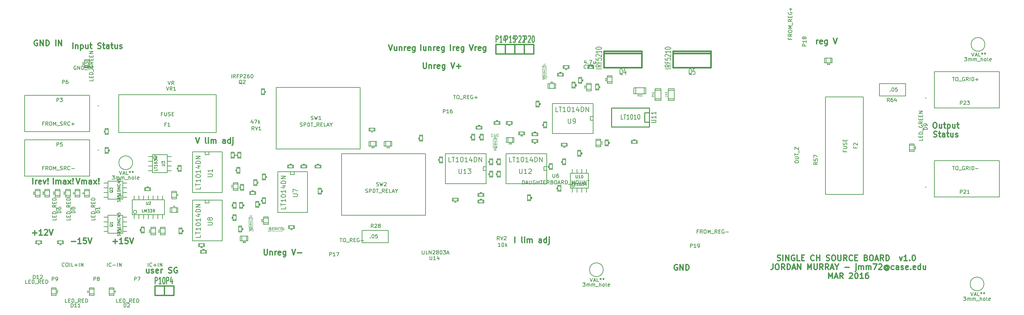
<source format=gto>
G04 (created by PCBNEW (2013-07-07 BZR 4022)-stable) date 3/11/2016 5:09:17 AM*
%MOIN*%
G04 Gerber Fmt 3.4, Leading zero omitted, Abs format*
%FSLAX34Y34*%
G01*
G70*
G90*
G04 APERTURE LIST*
%ADD10C,0.00590551*%
%ADD11C,0.011811*%
%ADD12C,0.0031*%
%ADD13C,0.008*%
%ADD14C,0.005*%
%ADD15C,0.0125*%
%ADD16C,0.012*%
%ADD17C,0.01*%
%ADD18C,0.015*%
%ADD19C,0.0047*%
%ADD20C,0.0039*%
%ADD21C,0.0059*%
%ADD22C,0.0107*%
%ADD23C,0.0024*%
%ADD24C,0.0016*%
G04 APERTURE END LIST*
G54D10*
G54D11*
X7175Y-7376D02*
X7118Y-7348D01*
X7034Y-7348D01*
X6950Y-7376D01*
X6893Y-7432D01*
X6865Y-7489D01*
X6837Y-7601D01*
X6837Y-7685D01*
X6865Y-7798D01*
X6893Y-7854D01*
X6950Y-7910D01*
X7034Y-7939D01*
X7090Y-7939D01*
X7175Y-7910D01*
X7203Y-7882D01*
X7203Y-7685D01*
X7090Y-7685D01*
X7456Y-7939D02*
X7456Y-7348D01*
X7793Y-7939D01*
X7793Y-7348D01*
X8075Y-7939D02*
X8075Y-7348D01*
X8215Y-7348D01*
X8300Y-7376D01*
X8356Y-7432D01*
X8384Y-7489D01*
X8412Y-7601D01*
X8412Y-7685D01*
X8384Y-7798D01*
X8356Y-7854D01*
X8300Y-7910D01*
X8215Y-7939D01*
X8075Y-7939D01*
X9115Y-7939D02*
X9115Y-7348D01*
X9396Y-7939D02*
X9396Y-7348D01*
X9734Y-7939D01*
X9734Y-7348D01*
X101904Y-16048D02*
X102017Y-16048D01*
X102073Y-16076D01*
X102129Y-16132D01*
X102157Y-16245D01*
X102157Y-16442D01*
X102129Y-16554D01*
X102073Y-16610D01*
X102017Y-16639D01*
X101904Y-16639D01*
X101848Y-16610D01*
X101792Y-16554D01*
X101764Y-16442D01*
X101764Y-16245D01*
X101792Y-16132D01*
X101848Y-16076D01*
X101904Y-16048D01*
X102664Y-16245D02*
X102664Y-16639D01*
X102411Y-16245D02*
X102411Y-16554D01*
X102439Y-16610D01*
X102495Y-16639D01*
X102579Y-16639D01*
X102635Y-16610D01*
X102664Y-16582D01*
X102860Y-16245D02*
X103085Y-16245D01*
X102945Y-16048D02*
X102945Y-16554D01*
X102973Y-16610D01*
X103029Y-16639D01*
X103085Y-16639D01*
X103282Y-16245D02*
X103282Y-16835D01*
X103282Y-16273D02*
X103339Y-16245D01*
X103451Y-16245D01*
X103507Y-16273D01*
X103535Y-16301D01*
X103564Y-16357D01*
X103564Y-16526D01*
X103535Y-16582D01*
X103507Y-16610D01*
X103451Y-16639D01*
X103339Y-16639D01*
X103282Y-16610D01*
X104070Y-16245D02*
X104070Y-16639D01*
X103817Y-16245D02*
X103817Y-16554D01*
X103845Y-16610D01*
X103901Y-16639D01*
X103985Y-16639D01*
X104042Y-16610D01*
X104070Y-16582D01*
X104267Y-16245D02*
X104492Y-16245D01*
X104351Y-16048D02*
X104351Y-16554D01*
X104379Y-16610D01*
X104435Y-16639D01*
X104492Y-16639D01*
X101820Y-17555D02*
X101904Y-17583D01*
X102045Y-17583D01*
X102101Y-17555D01*
X102129Y-17527D01*
X102157Y-17471D01*
X102157Y-17415D01*
X102129Y-17358D01*
X102101Y-17330D01*
X102045Y-17302D01*
X101932Y-17274D01*
X101876Y-17246D01*
X101848Y-17218D01*
X101820Y-17162D01*
X101820Y-17105D01*
X101848Y-17049D01*
X101876Y-17021D01*
X101932Y-16993D01*
X102073Y-16993D01*
X102157Y-17021D01*
X102326Y-17190D02*
X102551Y-17190D01*
X102411Y-16993D02*
X102411Y-17499D01*
X102439Y-17555D01*
X102495Y-17583D01*
X102551Y-17583D01*
X103001Y-17583D02*
X103001Y-17274D01*
X102973Y-17218D01*
X102917Y-17190D01*
X102804Y-17190D01*
X102748Y-17218D01*
X103001Y-17555D02*
X102945Y-17583D01*
X102804Y-17583D01*
X102748Y-17555D01*
X102720Y-17499D01*
X102720Y-17443D01*
X102748Y-17387D01*
X102804Y-17358D01*
X102945Y-17358D01*
X103001Y-17330D01*
X103198Y-17190D02*
X103423Y-17190D01*
X103282Y-16993D02*
X103282Y-17499D01*
X103310Y-17555D01*
X103367Y-17583D01*
X103423Y-17583D01*
X103873Y-17190D02*
X103873Y-17583D01*
X103620Y-17190D02*
X103620Y-17499D01*
X103648Y-17555D01*
X103704Y-17583D01*
X103788Y-17583D01*
X103845Y-17555D01*
X103873Y-17527D01*
X104126Y-17555D02*
X104182Y-17583D01*
X104295Y-17583D01*
X104351Y-17555D01*
X104379Y-17499D01*
X104379Y-17471D01*
X104351Y-17415D01*
X104295Y-17387D01*
X104210Y-17387D01*
X104154Y-17358D01*
X104126Y-17302D01*
X104126Y-17274D01*
X104154Y-17218D01*
X104210Y-17190D01*
X104295Y-17190D01*
X104351Y-17218D01*
X10912Y-8239D02*
X10912Y-7648D01*
X11194Y-7845D02*
X11194Y-8239D01*
X11194Y-7901D02*
X11222Y-7873D01*
X11278Y-7845D01*
X11362Y-7845D01*
X11419Y-7873D01*
X11447Y-7929D01*
X11447Y-8239D01*
X11728Y-7845D02*
X11728Y-8435D01*
X11728Y-7873D02*
X11784Y-7845D01*
X11897Y-7845D01*
X11953Y-7873D01*
X11981Y-7901D01*
X12009Y-7957D01*
X12009Y-8126D01*
X11981Y-8182D01*
X11953Y-8210D01*
X11897Y-8239D01*
X11784Y-8239D01*
X11728Y-8210D01*
X12515Y-7845D02*
X12515Y-8239D01*
X12262Y-7845D02*
X12262Y-8154D01*
X12290Y-8210D01*
X12347Y-8239D01*
X12431Y-8239D01*
X12487Y-8210D01*
X12515Y-8182D01*
X12712Y-7845D02*
X12937Y-7845D01*
X12796Y-7648D02*
X12796Y-8154D01*
X12825Y-8210D01*
X12881Y-8239D01*
X12937Y-8239D01*
X13556Y-8210D02*
X13640Y-8239D01*
X13781Y-8239D01*
X13837Y-8210D01*
X13865Y-8182D01*
X13893Y-8126D01*
X13893Y-8070D01*
X13865Y-8014D01*
X13837Y-7985D01*
X13781Y-7957D01*
X13668Y-7929D01*
X13612Y-7901D01*
X13584Y-7873D01*
X13556Y-7817D01*
X13556Y-7760D01*
X13584Y-7704D01*
X13612Y-7676D01*
X13668Y-7648D01*
X13809Y-7648D01*
X13893Y-7676D01*
X14062Y-7845D02*
X14287Y-7845D01*
X14146Y-7648D02*
X14146Y-8154D01*
X14174Y-8210D01*
X14231Y-8239D01*
X14287Y-8239D01*
X14737Y-8239D02*
X14737Y-7929D01*
X14709Y-7873D01*
X14652Y-7845D01*
X14540Y-7845D01*
X14484Y-7873D01*
X14737Y-8210D02*
X14681Y-8239D01*
X14540Y-8239D01*
X14484Y-8210D01*
X14456Y-8154D01*
X14456Y-8098D01*
X14484Y-8042D01*
X14540Y-8014D01*
X14681Y-8014D01*
X14737Y-7985D01*
X14934Y-7845D02*
X15159Y-7845D01*
X15018Y-7648D02*
X15018Y-8154D01*
X15046Y-8210D01*
X15102Y-8239D01*
X15159Y-8239D01*
X15609Y-7845D02*
X15609Y-8239D01*
X15356Y-7845D02*
X15356Y-8154D01*
X15384Y-8210D01*
X15440Y-8239D01*
X15524Y-8239D01*
X15580Y-8210D01*
X15609Y-8182D01*
X15862Y-8210D02*
X15918Y-8239D01*
X16030Y-8239D01*
X16087Y-8210D01*
X16115Y-8154D01*
X16115Y-8126D01*
X16087Y-8070D01*
X16030Y-8042D01*
X15946Y-8042D01*
X15890Y-8014D01*
X15862Y-7957D01*
X15862Y-7929D01*
X15890Y-7873D01*
X15946Y-7845D01*
X16030Y-7845D01*
X16087Y-7873D01*
X57586Y-28739D02*
X57586Y-28148D01*
X58401Y-28739D02*
X58345Y-28710D01*
X58317Y-28654D01*
X58317Y-28148D01*
X58626Y-28739D02*
X58626Y-28345D01*
X58626Y-28148D02*
X58598Y-28176D01*
X58626Y-28204D01*
X58654Y-28176D01*
X58626Y-28148D01*
X58626Y-28204D01*
X58907Y-28739D02*
X58907Y-28345D01*
X58907Y-28401D02*
X58935Y-28373D01*
X58992Y-28345D01*
X59076Y-28345D01*
X59132Y-28373D01*
X59160Y-28429D01*
X59160Y-28739D01*
X59160Y-28429D02*
X59189Y-28373D01*
X59245Y-28345D01*
X59329Y-28345D01*
X59385Y-28373D01*
X59414Y-28429D01*
X59414Y-28739D01*
X60398Y-28739D02*
X60398Y-28429D01*
X60370Y-28373D01*
X60313Y-28345D01*
X60201Y-28345D01*
X60145Y-28373D01*
X60398Y-28710D02*
X60342Y-28739D01*
X60201Y-28739D01*
X60145Y-28710D01*
X60117Y-28654D01*
X60117Y-28598D01*
X60145Y-28542D01*
X60201Y-28514D01*
X60342Y-28514D01*
X60398Y-28485D01*
X60932Y-28739D02*
X60932Y-28148D01*
X60932Y-28710D02*
X60876Y-28739D01*
X60763Y-28739D01*
X60707Y-28710D01*
X60679Y-28682D01*
X60651Y-28626D01*
X60651Y-28457D01*
X60679Y-28401D01*
X60707Y-28373D01*
X60763Y-28345D01*
X60876Y-28345D01*
X60932Y-28373D01*
X61213Y-28345D02*
X61213Y-28851D01*
X61185Y-28907D01*
X61129Y-28935D01*
X61101Y-28935D01*
X61213Y-28148D02*
X61185Y-28176D01*
X61213Y-28204D01*
X61241Y-28176D01*
X61213Y-28148D01*
X61213Y-28204D01*
X23889Y-17648D02*
X24086Y-18239D01*
X24283Y-17648D01*
X25014Y-18239D02*
X24957Y-18210D01*
X24929Y-18154D01*
X24929Y-17648D01*
X25239Y-18239D02*
X25239Y-17845D01*
X25239Y-17648D02*
X25211Y-17676D01*
X25239Y-17704D01*
X25267Y-17676D01*
X25239Y-17648D01*
X25239Y-17704D01*
X25520Y-18239D02*
X25520Y-17845D01*
X25520Y-17901D02*
X25548Y-17873D01*
X25604Y-17845D01*
X25689Y-17845D01*
X25745Y-17873D01*
X25773Y-17929D01*
X25773Y-18239D01*
X25773Y-17929D02*
X25801Y-17873D01*
X25857Y-17845D01*
X25942Y-17845D01*
X25998Y-17873D01*
X26026Y-17929D01*
X26026Y-18239D01*
X27010Y-18239D02*
X27010Y-17929D01*
X26982Y-17873D01*
X26926Y-17845D01*
X26813Y-17845D01*
X26757Y-17873D01*
X27010Y-18210D02*
X26954Y-18239D01*
X26813Y-18239D01*
X26757Y-18210D01*
X26729Y-18154D01*
X26729Y-18098D01*
X26757Y-18042D01*
X26813Y-18014D01*
X26954Y-18014D01*
X27010Y-17985D01*
X27545Y-18239D02*
X27545Y-17648D01*
X27545Y-18210D02*
X27488Y-18239D01*
X27376Y-18239D01*
X27320Y-18210D01*
X27292Y-18182D01*
X27263Y-18126D01*
X27263Y-17957D01*
X27292Y-17901D01*
X27320Y-17873D01*
X27376Y-17845D01*
X27488Y-17845D01*
X27545Y-17873D01*
X27826Y-17845D02*
X27826Y-18351D01*
X27798Y-18407D01*
X27741Y-18435D01*
X27713Y-18435D01*
X27826Y-17648D02*
X27798Y-17676D01*
X27826Y-17704D01*
X27854Y-17676D01*
X27826Y-17648D01*
X27826Y-17704D01*
X11262Y-21948D02*
X11459Y-22539D01*
X11656Y-21948D01*
X11853Y-22539D02*
X11853Y-22145D01*
X11853Y-22201D02*
X11881Y-22173D01*
X11937Y-22145D01*
X12021Y-22145D01*
X12078Y-22173D01*
X12106Y-22229D01*
X12106Y-22539D01*
X12106Y-22229D02*
X12134Y-22173D01*
X12190Y-22145D01*
X12275Y-22145D01*
X12331Y-22173D01*
X12359Y-22229D01*
X12359Y-22539D01*
X12893Y-22539D02*
X12893Y-22229D01*
X12865Y-22173D01*
X12809Y-22145D01*
X12696Y-22145D01*
X12640Y-22173D01*
X12893Y-22510D02*
X12837Y-22539D01*
X12696Y-22539D01*
X12640Y-22510D01*
X12612Y-22454D01*
X12612Y-22398D01*
X12640Y-22342D01*
X12696Y-22314D01*
X12837Y-22314D01*
X12893Y-22285D01*
X13118Y-22539D02*
X13428Y-22145D01*
X13118Y-22145D02*
X13428Y-22539D01*
X13652Y-22482D02*
X13681Y-22510D01*
X13652Y-22539D01*
X13624Y-22510D01*
X13652Y-22482D01*
X13652Y-22539D01*
X13652Y-22314D02*
X13624Y-21976D01*
X13652Y-21948D01*
X13681Y-21976D01*
X13652Y-22314D01*
X13652Y-21948D01*
X8859Y-22539D02*
X8859Y-21948D01*
X9140Y-22539D02*
X9140Y-22145D01*
X9140Y-22201D02*
X9168Y-22173D01*
X9225Y-22145D01*
X9309Y-22145D01*
X9365Y-22173D01*
X9393Y-22229D01*
X9393Y-22539D01*
X9393Y-22229D02*
X9421Y-22173D01*
X9478Y-22145D01*
X9562Y-22145D01*
X9618Y-22173D01*
X9646Y-22229D01*
X9646Y-22539D01*
X10181Y-22539D02*
X10181Y-22229D01*
X10153Y-22173D01*
X10096Y-22145D01*
X9984Y-22145D01*
X9928Y-22173D01*
X10181Y-22510D02*
X10124Y-22539D01*
X9984Y-22539D01*
X9928Y-22510D01*
X9900Y-22454D01*
X9900Y-22398D01*
X9928Y-22342D01*
X9984Y-22314D01*
X10124Y-22314D01*
X10181Y-22285D01*
X10406Y-22539D02*
X10715Y-22145D01*
X10406Y-22145D02*
X10715Y-22539D01*
X10940Y-22482D02*
X10968Y-22510D01*
X10940Y-22539D01*
X10912Y-22510D01*
X10940Y-22482D01*
X10940Y-22539D01*
X10940Y-22314D02*
X10912Y-21976D01*
X10940Y-21948D01*
X10968Y-21976D01*
X10940Y-22314D01*
X10940Y-21948D01*
X6698Y-22539D02*
X6698Y-21948D01*
X6979Y-22539D02*
X6979Y-22145D01*
X6979Y-22257D02*
X7007Y-22201D01*
X7035Y-22173D01*
X7092Y-22145D01*
X7148Y-22145D01*
X7570Y-22510D02*
X7514Y-22539D01*
X7401Y-22539D01*
X7345Y-22510D01*
X7317Y-22454D01*
X7317Y-22229D01*
X7345Y-22173D01*
X7401Y-22145D01*
X7514Y-22145D01*
X7570Y-22173D01*
X7598Y-22229D01*
X7598Y-22285D01*
X7317Y-22342D01*
X7795Y-22145D02*
X7935Y-22539D01*
X8076Y-22145D01*
X8301Y-22482D02*
X8329Y-22510D01*
X8301Y-22539D01*
X8273Y-22510D01*
X8301Y-22482D01*
X8301Y-22539D01*
X8301Y-22314D02*
X8273Y-21976D01*
X8301Y-21948D01*
X8329Y-21976D01*
X8301Y-22314D01*
X8301Y-21948D01*
X89459Y-7739D02*
X89459Y-7345D01*
X89459Y-7457D02*
X89487Y-7401D01*
X89515Y-7373D01*
X89571Y-7345D01*
X89628Y-7345D01*
X90050Y-7710D02*
X89993Y-7739D01*
X89881Y-7739D01*
X89825Y-7710D01*
X89796Y-7654D01*
X89796Y-7429D01*
X89825Y-7373D01*
X89881Y-7345D01*
X89993Y-7345D01*
X90050Y-7373D01*
X90078Y-7429D01*
X90078Y-7485D01*
X89796Y-7542D01*
X90584Y-7345D02*
X90584Y-7823D01*
X90556Y-7879D01*
X90528Y-7907D01*
X90471Y-7935D01*
X90387Y-7935D01*
X90331Y-7907D01*
X90584Y-7710D02*
X90528Y-7739D01*
X90415Y-7739D01*
X90359Y-7710D01*
X90331Y-7682D01*
X90303Y-7626D01*
X90303Y-7457D01*
X90331Y-7401D01*
X90359Y-7373D01*
X90415Y-7345D01*
X90528Y-7345D01*
X90584Y-7373D01*
X91231Y-7148D02*
X91428Y-7739D01*
X91624Y-7148D01*
X74750Y-31076D02*
X74693Y-31048D01*
X74609Y-31048D01*
X74525Y-31076D01*
X74468Y-31132D01*
X74440Y-31189D01*
X74412Y-31301D01*
X74412Y-31385D01*
X74440Y-31498D01*
X74468Y-31554D01*
X74525Y-31610D01*
X74609Y-31639D01*
X74665Y-31639D01*
X74750Y-31610D01*
X74778Y-31582D01*
X74778Y-31385D01*
X74665Y-31385D01*
X75031Y-31639D02*
X75031Y-31048D01*
X75368Y-31639D01*
X75368Y-31048D01*
X75649Y-31639D02*
X75649Y-31048D01*
X75790Y-31048D01*
X75874Y-31076D01*
X75931Y-31132D01*
X75959Y-31189D01*
X75987Y-31301D01*
X75987Y-31385D01*
X75959Y-31498D01*
X75931Y-31554D01*
X75874Y-31610D01*
X75790Y-31639D01*
X75649Y-31639D01*
X31117Y-29448D02*
X31117Y-29926D01*
X31145Y-29982D01*
X31173Y-30010D01*
X31229Y-30039D01*
X31342Y-30039D01*
X31398Y-30010D01*
X31426Y-29982D01*
X31454Y-29926D01*
X31454Y-29448D01*
X31736Y-29645D02*
X31736Y-30039D01*
X31736Y-29701D02*
X31764Y-29673D01*
X31820Y-29645D01*
X31904Y-29645D01*
X31961Y-29673D01*
X31989Y-29729D01*
X31989Y-30039D01*
X32270Y-30039D02*
X32270Y-29645D01*
X32270Y-29757D02*
X32298Y-29701D01*
X32326Y-29673D01*
X32382Y-29645D01*
X32439Y-29645D01*
X32860Y-30010D02*
X32804Y-30039D01*
X32692Y-30039D01*
X32635Y-30010D01*
X32607Y-29954D01*
X32607Y-29729D01*
X32635Y-29673D01*
X32692Y-29645D01*
X32804Y-29645D01*
X32860Y-29673D01*
X32889Y-29729D01*
X32889Y-29785D01*
X32607Y-29842D01*
X33395Y-29645D02*
X33395Y-30123D01*
X33367Y-30179D01*
X33339Y-30207D01*
X33282Y-30235D01*
X33198Y-30235D01*
X33142Y-30207D01*
X33395Y-30010D02*
X33339Y-30039D01*
X33226Y-30039D01*
X33170Y-30010D01*
X33142Y-29982D01*
X33114Y-29926D01*
X33114Y-29757D01*
X33142Y-29701D01*
X33170Y-29673D01*
X33226Y-29645D01*
X33339Y-29645D01*
X33395Y-29673D01*
X34042Y-29448D02*
X34238Y-30039D01*
X34435Y-29448D01*
X34632Y-29814D02*
X35082Y-29814D01*
X47917Y-9748D02*
X47917Y-10226D01*
X47945Y-10282D01*
X47973Y-10310D01*
X48029Y-10339D01*
X48142Y-10339D01*
X48198Y-10310D01*
X48226Y-10282D01*
X48254Y-10226D01*
X48254Y-9748D01*
X48536Y-9945D02*
X48536Y-10339D01*
X48536Y-10001D02*
X48564Y-9973D01*
X48620Y-9945D01*
X48704Y-9945D01*
X48761Y-9973D01*
X48789Y-10029D01*
X48789Y-10339D01*
X49070Y-10339D02*
X49070Y-9945D01*
X49070Y-10057D02*
X49098Y-10001D01*
X49126Y-9973D01*
X49182Y-9945D01*
X49239Y-9945D01*
X49660Y-10310D02*
X49604Y-10339D01*
X49492Y-10339D01*
X49435Y-10310D01*
X49407Y-10254D01*
X49407Y-10029D01*
X49435Y-9973D01*
X49492Y-9945D01*
X49604Y-9945D01*
X49660Y-9973D01*
X49689Y-10029D01*
X49689Y-10085D01*
X49407Y-10142D01*
X50195Y-9945D02*
X50195Y-10423D01*
X50167Y-10479D01*
X50139Y-10507D01*
X50082Y-10535D01*
X49998Y-10535D01*
X49942Y-10507D01*
X50195Y-10310D02*
X50139Y-10339D01*
X50026Y-10339D01*
X49970Y-10310D01*
X49942Y-10282D01*
X49914Y-10226D01*
X49914Y-10057D01*
X49942Y-10001D01*
X49970Y-9973D01*
X50026Y-9945D01*
X50139Y-9945D01*
X50195Y-9973D01*
X50842Y-9748D02*
X51038Y-10339D01*
X51235Y-9748D01*
X51432Y-10114D02*
X51882Y-10114D01*
X51657Y-10339D02*
X51657Y-9889D01*
X21035Y-31910D02*
X21120Y-31939D01*
X21260Y-31939D01*
X21317Y-31910D01*
X21345Y-31882D01*
X21373Y-31826D01*
X21373Y-31770D01*
X21345Y-31714D01*
X21317Y-31685D01*
X21260Y-31657D01*
X21148Y-31629D01*
X21092Y-31601D01*
X21064Y-31573D01*
X21035Y-31517D01*
X21035Y-31460D01*
X21064Y-31404D01*
X21092Y-31376D01*
X21148Y-31348D01*
X21289Y-31348D01*
X21373Y-31376D01*
X21935Y-31376D02*
X21879Y-31348D01*
X21795Y-31348D01*
X21710Y-31376D01*
X21654Y-31432D01*
X21626Y-31489D01*
X21598Y-31601D01*
X21598Y-31685D01*
X21626Y-31798D01*
X21654Y-31854D01*
X21710Y-31910D01*
X21795Y-31939D01*
X21851Y-31939D01*
X21935Y-31910D01*
X21964Y-31882D01*
X21964Y-31685D01*
X21851Y-31685D01*
X18951Y-31545D02*
X18951Y-31939D01*
X18698Y-31545D02*
X18698Y-31854D01*
X18726Y-31910D01*
X18782Y-31939D01*
X18867Y-31939D01*
X18923Y-31910D01*
X18951Y-31882D01*
X19204Y-31910D02*
X19260Y-31939D01*
X19373Y-31939D01*
X19429Y-31910D01*
X19457Y-31854D01*
X19457Y-31826D01*
X19429Y-31770D01*
X19373Y-31742D01*
X19289Y-31742D01*
X19232Y-31714D01*
X19204Y-31657D01*
X19204Y-31629D01*
X19232Y-31573D01*
X19289Y-31545D01*
X19373Y-31545D01*
X19429Y-31573D01*
X19935Y-31910D02*
X19879Y-31939D01*
X19767Y-31939D01*
X19710Y-31910D01*
X19682Y-31854D01*
X19682Y-31629D01*
X19710Y-31573D01*
X19767Y-31545D01*
X19879Y-31545D01*
X19935Y-31573D01*
X19964Y-31629D01*
X19964Y-31685D01*
X19682Y-31742D01*
X20217Y-31939D02*
X20217Y-31545D01*
X20217Y-31657D02*
X20245Y-31601D01*
X20273Y-31573D01*
X20329Y-31545D01*
X20385Y-31545D01*
X50796Y-8439D02*
X50796Y-7848D01*
X51078Y-8439D02*
X51078Y-8045D01*
X51078Y-8157D02*
X51106Y-8101D01*
X51134Y-8073D01*
X51190Y-8045D01*
X51246Y-8045D01*
X51668Y-8410D02*
X51612Y-8439D01*
X51500Y-8439D01*
X51443Y-8410D01*
X51415Y-8354D01*
X51415Y-8129D01*
X51443Y-8073D01*
X51500Y-8045D01*
X51612Y-8045D01*
X51668Y-8073D01*
X51696Y-8129D01*
X51696Y-8185D01*
X51415Y-8242D01*
X52203Y-8045D02*
X52203Y-8523D01*
X52174Y-8579D01*
X52146Y-8607D01*
X52090Y-8635D01*
X52006Y-8635D01*
X51949Y-8607D01*
X52203Y-8410D02*
X52146Y-8439D01*
X52034Y-8439D01*
X51978Y-8410D01*
X51949Y-8382D01*
X51921Y-8326D01*
X51921Y-8157D01*
X51949Y-8101D01*
X51978Y-8073D01*
X52034Y-8045D01*
X52146Y-8045D01*
X52203Y-8073D01*
X47662Y-8439D02*
X47662Y-7848D01*
X48196Y-8045D02*
X48196Y-8439D01*
X47943Y-8045D02*
X47943Y-8354D01*
X47971Y-8410D01*
X48028Y-8439D01*
X48112Y-8439D01*
X48168Y-8410D01*
X48196Y-8382D01*
X48478Y-8045D02*
X48478Y-8439D01*
X48478Y-8101D02*
X48506Y-8073D01*
X48562Y-8045D01*
X48646Y-8045D01*
X48703Y-8073D01*
X48731Y-8129D01*
X48731Y-8439D01*
X49012Y-8439D02*
X49012Y-8045D01*
X49012Y-8157D02*
X49040Y-8101D01*
X49068Y-8073D01*
X49124Y-8045D01*
X49181Y-8045D01*
X49603Y-8410D02*
X49546Y-8439D01*
X49434Y-8439D01*
X49378Y-8410D01*
X49349Y-8354D01*
X49349Y-8129D01*
X49378Y-8073D01*
X49434Y-8045D01*
X49546Y-8045D01*
X49603Y-8073D01*
X49631Y-8129D01*
X49631Y-8185D01*
X49349Y-8242D01*
X50137Y-8045D02*
X50137Y-8523D01*
X50109Y-8579D01*
X50081Y-8607D01*
X50024Y-8635D01*
X49940Y-8635D01*
X49884Y-8607D01*
X50137Y-8410D02*
X50081Y-8439D01*
X49968Y-8439D01*
X49912Y-8410D01*
X49884Y-8382D01*
X49856Y-8326D01*
X49856Y-8157D01*
X49884Y-8101D01*
X49912Y-8073D01*
X49968Y-8045D01*
X50081Y-8045D01*
X50137Y-8073D01*
X52800Y-7848D02*
X52996Y-8439D01*
X53193Y-7848D01*
X53390Y-8439D02*
X53390Y-8045D01*
X53390Y-8157D02*
X53418Y-8101D01*
X53446Y-8073D01*
X53503Y-8045D01*
X53559Y-8045D01*
X53981Y-8410D02*
X53924Y-8439D01*
X53812Y-8439D01*
X53756Y-8410D01*
X53728Y-8354D01*
X53728Y-8129D01*
X53756Y-8073D01*
X53812Y-8045D01*
X53924Y-8045D01*
X53981Y-8073D01*
X54009Y-8129D01*
X54009Y-8185D01*
X53728Y-8242D01*
X54515Y-8045D02*
X54515Y-8523D01*
X54487Y-8579D01*
X54459Y-8607D01*
X54403Y-8635D01*
X54318Y-8635D01*
X54262Y-8607D01*
X54515Y-8410D02*
X54459Y-8439D01*
X54346Y-8439D01*
X54290Y-8410D01*
X54262Y-8382D01*
X54234Y-8326D01*
X54234Y-8157D01*
X54262Y-8101D01*
X54290Y-8073D01*
X54346Y-8045D01*
X54459Y-8045D01*
X54515Y-8073D01*
X44265Y-7848D02*
X44462Y-8439D01*
X44659Y-7848D01*
X45109Y-8045D02*
X45109Y-8439D01*
X44856Y-8045D02*
X44856Y-8354D01*
X44884Y-8410D01*
X44940Y-8439D01*
X45025Y-8439D01*
X45081Y-8410D01*
X45109Y-8382D01*
X45390Y-8045D02*
X45390Y-8439D01*
X45390Y-8101D02*
X45418Y-8073D01*
X45475Y-8045D01*
X45559Y-8045D01*
X45615Y-8073D01*
X45643Y-8129D01*
X45643Y-8439D01*
X45924Y-8439D02*
X45924Y-8045D01*
X45924Y-8157D02*
X45953Y-8101D01*
X45981Y-8073D01*
X46037Y-8045D01*
X46093Y-8045D01*
X46515Y-8410D02*
X46459Y-8439D01*
X46346Y-8439D01*
X46290Y-8410D01*
X46262Y-8354D01*
X46262Y-8129D01*
X46290Y-8073D01*
X46346Y-8045D01*
X46459Y-8045D01*
X46515Y-8073D01*
X46543Y-8129D01*
X46543Y-8185D01*
X46262Y-8242D01*
X47049Y-8045D02*
X47049Y-8523D01*
X47021Y-8579D01*
X46993Y-8607D01*
X46937Y-8635D01*
X46852Y-8635D01*
X46796Y-8607D01*
X47049Y-8410D02*
X46993Y-8439D01*
X46881Y-8439D01*
X46824Y-8410D01*
X46796Y-8382D01*
X46768Y-8326D01*
X46768Y-8157D01*
X46796Y-8101D01*
X46824Y-8073D01*
X46881Y-8045D01*
X46993Y-8045D01*
X47049Y-8073D01*
X15159Y-28614D02*
X15609Y-28614D01*
X15384Y-28839D02*
X15384Y-28389D01*
X16200Y-28839D02*
X15862Y-28839D01*
X16031Y-28839D02*
X16031Y-28248D01*
X15975Y-28332D01*
X15918Y-28389D01*
X15862Y-28417D01*
X16734Y-28248D02*
X16453Y-28248D01*
X16424Y-28529D01*
X16453Y-28501D01*
X16509Y-28473D01*
X16649Y-28473D01*
X16706Y-28501D01*
X16734Y-28529D01*
X16762Y-28585D01*
X16762Y-28726D01*
X16734Y-28782D01*
X16706Y-28810D01*
X16649Y-28839D01*
X16509Y-28839D01*
X16453Y-28810D01*
X16424Y-28782D01*
X16931Y-28248D02*
X17128Y-28839D01*
X17324Y-28248D01*
X10759Y-28614D02*
X11209Y-28614D01*
X11800Y-28839D02*
X11462Y-28839D01*
X11631Y-28839D02*
X11631Y-28248D01*
X11575Y-28332D01*
X11518Y-28389D01*
X11462Y-28417D01*
X12334Y-28248D02*
X12053Y-28248D01*
X12024Y-28529D01*
X12053Y-28501D01*
X12109Y-28473D01*
X12249Y-28473D01*
X12306Y-28501D01*
X12334Y-28529D01*
X12362Y-28585D01*
X12362Y-28726D01*
X12334Y-28782D01*
X12306Y-28810D01*
X12249Y-28839D01*
X12109Y-28839D01*
X12053Y-28810D01*
X12024Y-28782D01*
X12531Y-28248D02*
X12728Y-28839D01*
X12924Y-28248D01*
X6659Y-27714D02*
X7109Y-27714D01*
X6884Y-27939D02*
X6884Y-27489D01*
X7700Y-27939D02*
X7362Y-27939D01*
X7531Y-27939D02*
X7531Y-27348D01*
X7475Y-27432D01*
X7418Y-27489D01*
X7362Y-27517D01*
X7924Y-27404D02*
X7953Y-27376D01*
X8009Y-27348D01*
X8149Y-27348D01*
X8206Y-27376D01*
X8234Y-27404D01*
X8262Y-27460D01*
X8262Y-27517D01*
X8234Y-27601D01*
X7896Y-27939D01*
X8262Y-27939D01*
X8431Y-27348D02*
X8628Y-27939D01*
X8824Y-27348D01*
X85316Y-30610D02*
X85400Y-30639D01*
X85541Y-30639D01*
X85597Y-30610D01*
X85625Y-30582D01*
X85653Y-30526D01*
X85653Y-30470D01*
X85625Y-30414D01*
X85597Y-30385D01*
X85541Y-30357D01*
X85429Y-30329D01*
X85372Y-30301D01*
X85344Y-30273D01*
X85316Y-30217D01*
X85316Y-30160D01*
X85344Y-30104D01*
X85372Y-30076D01*
X85429Y-30048D01*
X85569Y-30048D01*
X85653Y-30076D01*
X85907Y-30639D02*
X85907Y-30048D01*
X86188Y-30639D02*
X86188Y-30048D01*
X86525Y-30639D01*
X86525Y-30048D01*
X87116Y-30076D02*
X87060Y-30048D01*
X86975Y-30048D01*
X86891Y-30076D01*
X86835Y-30132D01*
X86806Y-30189D01*
X86778Y-30301D01*
X86778Y-30385D01*
X86806Y-30498D01*
X86835Y-30554D01*
X86891Y-30610D01*
X86975Y-30639D01*
X87031Y-30639D01*
X87116Y-30610D01*
X87144Y-30582D01*
X87144Y-30385D01*
X87031Y-30385D01*
X87678Y-30639D02*
X87397Y-30639D01*
X87397Y-30048D01*
X87875Y-30329D02*
X88072Y-30329D01*
X88156Y-30639D02*
X87875Y-30639D01*
X87875Y-30048D01*
X88156Y-30048D01*
X89197Y-30582D02*
X89169Y-30610D01*
X89084Y-30639D01*
X89028Y-30639D01*
X88944Y-30610D01*
X88887Y-30554D01*
X88859Y-30498D01*
X88831Y-30385D01*
X88831Y-30301D01*
X88859Y-30189D01*
X88887Y-30132D01*
X88944Y-30076D01*
X89028Y-30048D01*
X89084Y-30048D01*
X89169Y-30076D01*
X89197Y-30104D01*
X89450Y-30639D02*
X89450Y-30048D01*
X89450Y-30329D02*
X89787Y-30329D01*
X89787Y-30639D02*
X89787Y-30048D01*
X90490Y-30610D02*
X90575Y-30639D01*
X90715Y-30639D01*
X90772Y-30610D01*
X90800Y-30582D01*
X90828Y-30526D01*
X90828Y-30470D01*
X90800Y-30414D01*
X90772Y-30385D01*
X90715Y-30357D01*
X90603Y-30329D01*
X90547Y-30301D01*
X90519Y-30273D01*
X90490Y-30217D01*
X90490Y-30160D01*
X90519Y-30104D01*
X90547Y-30076D01*
X90603Y-30048D01*
X90743Y-30048D01*
X90828Y-30076D01*
X91193Y-30048D02*
X91306Y-30048D01*
X91362Y-30076D01*
X91418Y-30132D01*
X91447Y-30245D01*
X91447Y-30442D01*
X91418Y-30554D01*
X91362Y-30610D01*
X91306Y-30639D01*
X91193Y-30639D01*
X91137Y-30610D01*
X91081Y-30554D01*
X91053Y-30442D01*
X91053Y-30245D01*
X91081Y-30132D01*
X91137Y-30076D01*
X91193Y-30048D01*
X91700Y-30048D02*
X91700Y-30526D01*
X91728Y-30582D01*
X91756Y-30610D01*
X91812Y-30639D01*
X91925Y-30639D01*
X91981Y-30610D01*
X92009Y-30582D01*
X92037Y-30526D01*
X92037Y-30048D01*
X92656Y-30639D02*
X92459Y-30357D01*
X92318Y-30639D02*
X92318Y-30048D01*
X92543Y-30048D01*
X92600Y-30076D01*
X92628Y-30104D01*
X92656Y-30160D01*
X92656Y-30245D01*
X92628Y-30301D01*
X92600Y-30329D01*
X92543Y-30357D01*
X92318Y-30357D01*
X93246Y-30582D02*
X93218Y-30610D01*
X93134Y-30639D01*
X93078Y-30639D01*
X92993Y-30610D01*
X92937Y-30554D01*
X92909Y-30498D01*
X92881Y-30385D01*
X92881Y-30301D01*
X92909Y-30189D01*
X92937Y-30132D01*
X92993Y-30076D01*
X93078Y-30048D01*
X93134Y-30048D01*
X93218Y-30076D01*
X93246Y-30104D01*
X93499Y-30329D02*
X93696Y-30329D01*
X93781Y-30639D02*
X93499Y-30639D01*
X93499Y-30048D01*
X93781Y-30048D01*
X94680Y-30329D02*
X94765Y-30357D01*
X94793Y-30385D01*
X94821Y-30442D01*
X94821Y-30526D01*
X94793Y-30582D01*
X94765Y-30610D01*
X94709Y-30639D01*
X94484Y-30639D01*
X94484Y-30048D01*
X94680Y-30048D01*
X94737Y-30076D01*
X94765Y-30104D01*
X94793Y-30160D01*
X94793Y-30217D01*
X94765Y-30273D01*
X94737Y-30301D01*
X94680Y-30329D01*
X94484Y-30329D01*
X95187Y-30048D02*
X95299Y-30048D01*
X95355Y-30076D01*
X95412Y-30132D01*
X95440Y-30245D01*
X95440Y-30442D01*
X95412Y-30554D01*
X95355Y-30610D01*
X95299Y-30639D01*
X95187Y-30639D01*
X95130Y-30610D01*
X95074Y-30554D01*
X95046Y-30442D01*
X95046Y-30245D01*
X95074Y-30132D01*
X95130Y-30076D01*
X95187Y-30048D01*
X95665Y-30470D02*
X95946Y-30470D01*
X95608Y-30639D02*
X95805Y-30048D01*
X96002Y-30639D01*
X96537Y-30639D02*
X96340Y-30357D01*
X96199Y-30639D02*
X96199Y-30048D01*
X96424Y-30048D01*
X96480Y-30076D01*
X96508Y-30104D01*
X96537Y-30160D01*
X96537Y-30245D01*
X96508Y-30301D01*
X96480Y-30329D01*
X96424Y-30357D01*
X96199Y-30357D01*
X96790Y-30639D02*
X96790Y-30048D01*
X96930Y-30048D01*
X97015Y-30076D01*
X97071Y-30132D01*
X97099Y-30189D01*
X97127Y-30301D01*
X97127Y-30385D01*
X97099Y-30498D01*
X97071Y-30554D01*
X97015Y-30610D01*
X96930Y-30639D01*
X96790Y-30639D01*
X98224Y-30245D02*
X98364Y-30639D01*
X98505Y-30245D01*
X99039Y-30639D02*
X98702Y-30639D01*
X98871Y-30639D02*
X98871Y-30048D01*
X98814Y-30132D01*
X98758Y-30189D01*
X98702Y-30217D01*
X99292Y-30582D02*
X99321Y-30610D01*
X99292Y-30639D01*
X99264Y-30610D01*
X99292Y-30582D01*
X99292Y-30639D01*
X99686Y-30048D02*
X99742Y-30048D01*
X99799Y-30076D01*
X99827Y-30104D01*
X99855Y-30160D01*
X99883Y-30273D01*
X99883Y-30414D01*
X99855Y-30526D01*
X99827Y-30582D01*
X99799Y-30610D01*
X99742Y-30639D01*
X99686Y-30639D01*
X99630Y-30610D01*
X99602Y-30582D01*
X99574Y-30526D01*
X99546Y-30414D01*
X99546Y-30273D01*
X99574Y-30160D01*
X99602Y-30104D01*
X99630Y-30076D01*
X99686Y-30048D01*
X84852Y-30993D02*
X84852Y-31415D01*
X84824Y-31499D01*
X84768Y-31555D01*
X84683Y-31583D01*
X84627Y-31583D01*
X85246Y-30993D02*
X85358Y-30993D01*
X85414Y-31021D01*
X85471Y-31077D01*
X85499Y-31190D01*
X85499Y-31387D01*
X85471Y-31499D01*
X85414Y-31555D01*
X85358Y-31583D01*
X85246Y-31583D01*
X85189Y-31555D01*
X85133Y-31499D01*
X85105Y-31387D01*
X85105Y-31190D01*
X85133Y-31077D01*
X85189Y-31021D01*
X85246Y-30993D01*
X86089Y-31583D02*
X85893Y-31302D01*
X85752Y-31583D02*
X85752Y-30993D01*
X85977Y-30993D01*
X86033Y-31021D01*
X86061Y-31049D01*
X86089Y-31105D01*
X86089Y-31190D01*
X86061Y-31246D01*
X86033Y-31274D01*
X85977Y-31302D01*
X85752Y-31302D01*
X86342Y-31583D02*
X86342Y-30993D01*
X86483Y-30993D01*
X86567Y-31021D01*
X86624Y-31077D01*
X86652Y-31133D01*
X86680Y-31246D01*
X86680Y-31330D01*
X86652Y-31443D01*
X86624Y-31499D01*
X86567Y-31555D01*
X86483Y-31583D01*
X86342Y-31583D01*
X86905Y-31415D02*
X87186Y-31415D01*
X86849Y-31583D02*
X87046Y-30993D01*
X87242Y-31583D01*
X87439Y-31583D02*
X87439Y-30993D01*
X87777Y-31583D01*
X87777Y-30993D01*
X88508Y-31583D02*
X88508Y-30993D01*
X88705Y-31415D01*
X88902Y-30993D01*
X88902Y-31583D01*
X89183Y-30993D02*
X89183Y-31471D01*
X89211Y-31527D01*
X89239Y-31555D01*
X89295Y-31583D01*
X89408Y-31583D01*
X89464Y-31555D01*
X89492Y-31527D01*
X89520Y-31471D01*
X89520Y-30993D01*
X90139Y-31583D02*
X89942Y-31302D01*
X89801Y-31583D02*
X89801Y-30993D01*
X90026Y-30993D01*
X90083Y-31021D01*
X90111Y-31049D01*
X90139Y-31105D01*
X90139Y-31190D01*
X90111Y-31246D01*
X90083Y-31274D01*
X90026Y-31302D01*
X89801Y-31302D01*
X90729Y-31583D02*
X90533Y-31302D01*
X90392Y-31583D02*
X90392Y-30993D01*
X90617Y-30993D01*
X90673Y-31021D01*
X90701Y-31049D01*
X90729Y-31105D01*
X90729Y-31190D01*
X90701Y-31246D01*
X90673Y-31274D01*
X90617Y-31302D01*
X90392Y-31302D01*
X90954Y-31415D02*
X91236Y-31415D01*
X90898Y-31583D02*
X91095Y-30993D01*
X91292Y-31583D01*
X91601Y-31302D02*
X91601Y-31583D01*
X91404Y-30993D02*
X91601Y-31302D01*
X91798Y-30993D01*
X92445Y-31358D02*
X92895Y-31358D01*
X93626Y-31190D02*
X93626Y-31696D01*
X93598Y-31752D01*
X93542Y-31780D01*
X93513Y-31780D01*
X93626Y-30993D02*
X93598Y-31021D01*
X93626Y-31049D01*
X93654Y-31021D01*
X93626Y-30993D01*
X93626Y-31049D01*
X93907Y-31583D02*
X93907Y-31190D01*
X93907Y-31246D02*
X93935Y-31218D01*
X93992Y-31190D01*
X94076Y-31190D01*
X94132Y-31218D01*
X94160Y-31274D01*
X94160Y-31583D01*
X94160Y-31274D02*
X94188Y-31218D01*
X94245Y-31190D01*
X94329Y-31190D01*
X94385Y-31218D01*
X94413Y-31274D01*
X94413Y-31583D01*
X94695Y-31583D02*
X94695Y-31190D01*
X94695Y-31246D02*
X94723Y-31218D01*
X94779Y-31190D01*
X94863Y-31190D01*
X94920Y-31218D01*
X94948Y-31274D01*
X94948Y-31583D01*
X94948Y-31274D02*
X94976Y-31218D01*
X95032Y-31190D01*
X95116Y-31190D01*
X95173Y-31218D01*
X95201Y-31274D01*
X95201Y-31583D01*
X95426Y-30993D02*
X95819Y-30993D01*
X95566Y-31583D01*
X96016Y-31049D02*
X96044Y-31021D01*
X96101Y-30993D01*
X96241Y-30993D01*
X96297Y-31021D01*
X96326Y-31049D01*
X96354Y-31105D01*
X96354Y-31162D01*
X96326Y-31246D01*
X95988Y-31583D01*
X96354Y-31583D01*
X96972Y-31302D02*
X96944Y-31274D01*
X96888Y-31246D01*
X96832Y-31246D01*
X96776Y-31274D01*
X96747Y-31302D01*
X96719Y-31358D01*
X96719Y-31415D01*
X96747Y-31471D01*
X96776Y-31499D01*
X96832Y-31527D01*
X96888Y-31527D01*
X96944Y-31499D01*
X96972Y-31471D01*
X96972Y-31246D02*
X96972Y-31471D01*
X97001Y-31499D01*
X97029Y-31499D01*
X97085Y-31471D01*
X97113Y-31415D01*
X97113Y-31274D01*
X97057Y-31190D01*
X96972Y-31133D01*
X96860Y-31105D01*
X96747Y-31133D01*
X96663Y-31190D01*
X96607Y-31274D01*
X96579Y-31387D01*
X96607Y-31499D01*
X96663Y-31583D01*
X96747Y-31640D01*
X96860Y-31668D01*
X96972Y-31640D01*
X97057Y-31583D01*
X97619Y-31555D02*
X97563Y-31583D01*
X97450Y-31583D01*
X97394Y-31555D01*
X97366Y-31527D01*
X97338Y-31471D01*
X97338Y-31302D01*
X97366Y-31246D01*
X97394Y-31218D01*
X97450Y-31190D01*
X97563Y-31190D01*
X97619Y-31218D01*
X98125Y-31583D02*
X98125Y-31274D01*
X98097Y-31218D01*
X98041Y-31190D01*
X97929Y-31190D01*
X97872Y-31218D01*
X98125Y-31555D02*
X98069Y-31583D01*
X97929Y-31583D01*
X97872Y-31555D01*
X97844Y-31499D01*
X97844Y-31443D01*
X97872Y-31387D01*
X97929Y-31358D01*
X98069Y-31358D01*
X98125Y-31330D01*
X98378Y-31555D02*
X98435Y-31583D01*
X98547Y-31583D01*
X98603Y-31555D01*
X98632Y-31499D01*
X98632Y-31471D01*
X98603Y-31415D01*
X98547Y-31387D01*
X98463Y-31387D01*
X98407Y-31358D01*
X98378Y-31302D01*
X98378Y-31274D01*
X98407Y-31218D01*
X98463Y-31190D01*
X98547Y-31190D01*
X98603Y-31218D01*
X99110Y-31555D02*
X99053Y-31583D01*
X98941Y-31583D01*
X98885Y-31555D01*
X98857Y-31499D01*
X98857Y-31274D01*
X98885Y-31218D01*
X98941Y-31190D01*
X99053Y-31190D01*
X99110Y-31218D01*
X99138Y-31274D01*
X99138Y-31330D01*
X98857Y-31387D01*
X99391Y-31527D02*
X99419Y-31555D01*
X99391Y-31583D01*
X99363Y-31555D01*
X99391Y-31527D01*
X99391Y-31583D01*
X99897Y-31555D02*
X99841Y-31583D01*
X99728Y-31583D01*
X99672Y-31555D01*
X99644Y-31499D01*
X99644Y-31274D01*
X99672Y-31218D01*
X99728Y-31190D01*
X99841Y-31190D01*
X99897Y-31218D01*
X99925Y-31274D01*
X99925Y-31330D01*
X99644Y-31387D01*
X100431Y-31583D02*
X100431Y-30993D01*
X100431Y-31555D02*
X100375Y-31583D01*
X100263Y-31583D01*
X100206Y-31555D01*
X100178Y-31527D01*
X100150Y-31471D01*
X100150Y-31302D01*
X100178Y-31246D01*
X100206Y-31218D01*
X100263Y-31190D01*
X100375Y-31190D01*
X100431Y-31218D01*
X100966Y-31190D02*
X100966Y-31583D01*
X100713Y-31190D02*
X100713Y-31499D01*
X100741Y-31555D01*
X100797Y-31583D01*
X100881Y-31583D01*
X100938Y-31555D01*
X100966Y-31527D01*
X90729Y-32528D02*
X90729Y-31938D01*
X90926Y-32360D01*
X91123Y-31938D01*
X91123Y-32528D01*
X91376Y-32360D02*
X91657Y-32360D01*
X91320Y-32528D02*
X91517Y-31938D01*
X91714Y-32528D01*
X92248Y-32528D02*
X92051Y-32247D01*
X91911Y-32528D02*
X91911Y-31938D01*
X92135Y-31938D01*
X92192Y-31966D01*
X92220Y-31994D01*
X92248Y-32050D01*
X92248Y-32135D01*
X92220Y-32191D01*
X92192Y-32219D01*
X92135Y-32247D01*
X91911Y-32247D01*
X92923Y-31994D02*
X92951Y-31966D01*
X93007Y-31938D01*
X93148Y-31938D01*
X93204Y-31966D01*
X93232Y-31994D01*
X93260Y-32050D01*
X93260Y-32106D01*
X93232Y-32191D01*
X92895Y-32528D01*
X93260Y-32528D01*
X93626Y-31938D02*
X93682Y-31938D01*
X93738Y-31966D01*
X93767Y-31994D01*
X93795Y-32050D01*
X93823Y-32163D01*
X93823Y-32303D01*
X93795Y-32416D01*
X93767Y-32472D01*
X93738Y-32500D01*
X93682Y-32528D01*
X93626Y-32528D01*
X93570Y-32500D01*
X93542Y-32472D01*
X93513Y-32416D01*
X93485Y-32303D01*
X93485Y-32163D01*
X93513Y-32050D01*
X93542Y-31994D01*
X93570Y-31966D01*
X93626Y-31938D01*
X94385Y-32528D02*
X94048Y-32528D01*
X94216Y-32528D02*
X94216Y-31938D01*
X94160Y-32022D01*
X94104Y-32078D01*
X94048Y-32106D01*
X94891Y-31938D02*
X94779Y-31938D01*
X94723Y-31966D01*
X94695Y-31994D01*
X94638Y-32078D01*
X94610Y-32191D01*
X94610Y-32416D01*
X94638Y-32472D01*
X94666Y-32500D01*
X94723Y-32528D01*
X94835Y-32528D01*
X94891Y-32500D01*
X94920Y-32472D01*
X94948Y-32416D01*
X94948Y-32275D01*
X94920Y-32219D01*
X94891Y-32191D01*
X94835Y-32163D01*
X94723Y-32163D01*
X94666Y-32191D01*
X94638Y-32219D01*
X94610Y-32275D01*
G54D12*
X33025Y-27162D02*
G75*
G03X33025Y-27162I-62J0D01*
G74*
G01*
X32000Y-27500D02*
X32000Y-27100D01*
X33025Y-27500D02*
X33025Y-27100D01*
X32000Y-27100D02*
X33025Y-27100D01*
X33025Y-27500D02*
X32000Y-27500D01*
X29624Y-26137D02*
G75*
G03X29624Y-26137I-62J0D01*
G74*
G01*
X29900Y-27100D02*
X29500Y-27100D01*
X29900Y-26075D02*
X29500Y-26075D01*
X29500Y-27100D02*
X29500Y-26075D01*
X29900Y-26075D02*
X29900Y-27100D01*
X60624Y-10137D02*
G75*
G03X60624Y-10137I-62J0D01*
G74*
G01*
X60900Y-11100D02*
X60500Y-11100D01*
X60900Y-10075D02*
X60500Y-10075D01*
X60500Y-11100D02*
X60500Y-10075D01*
X60900Y-10075D02*
X60900Y-11100D01*
X55700Y-18663D02*
G75*
G03X55700Y-18663I-62J0D01*
G74*
G01*
X55300Y-17700D02*
X55700Y-17700D01*
X55300Y-18725D02*
X55700Y-18725D01*
X55700Y-17700D02*
X55700Y-18725D01*
X55300Y-18725D02*
X55300Y-17700D01*
G54D13*
X32550Y-21250D02*
X35700Y-21250D01*
X35700Y-25550D02*
X32550Y-25550D01*
X35700Y-21250D02*
X35700Y-25550D01*
X32550Y-25550D02*
X32550Y-21250D01*
X34300Y-21250D02*
X34300Y-21550D01*
X34300Y-21550D02*
X33900Y-21550D01*
X33900Y-21550D02*
X33900Y-21250D01*
X23550Y-19150D02*
X26700Y-19150D01*
X26700Y-23450D02*
X23550Y-23450D01*
X26700Y-19150D02*
X26700Y-23450D01*
X23550Y-23450D02*
X23550Y-19150D01*
X25300Y-19150D02*
X25300Y-19450D01*
X25300Y-19450D02*
X24900Y-19450D01*
X24900Y-19450D02*
X24900Y-19150D01*
X54550Y-19350D02*
X54550Y-22500D01*
X50250Y-22500D02*
X50250Y-19350D01*
X54550Y-22500D02*
X50250Y-22500D01*
X50250Y-19350D02*
X54550Y-19350D01*
X54550Y-21100D02*
X54250Y-21100D01*
X54250Y-21100D02*
X54250Y-20700D01*
X54250Y-20700D02*
X54550Y-20700D01*
X60950Y-19350D02*
X60950Y-22500D01*
X56650Y-22500D02*
X56650Y-19350D01*
X60950Y-22500D02*
X56650Y-22500D01*
X56650Y-19350D02*
X60950Y-19350D01*
X60950Y-21100D02*
X60650Y-21100D01*
X60650Y-21100D02*
X60650Y-20700D01*
X60650Y-20700D02*
X60950Y-20700D01*
X65850Y-14050D02*
X65850Y-17200D01*
X61550Y-17200D02*
X61550Y-14050D01*
X65850Y-17200D02*
X61550Y-17200D01*
X61550Y-14050D02*
X65850Y-14050D01*
X65850Y-15800D02*
X65550Y-15800D01*
X65550Y-15800D02*
X65550Y-15400D01*
X65550Y-15400D02*
X65850Y-15400D01*
X23550Y-24250D02*
X26700Y-24250D01*
X26700Y-28550D02*
X23550Y-28550D01*
X26700Y-24250D02*
X26700Y-28550D01*
X23550Y-28550D02*
X23550Y-24250D01*
X25300Y-24250D02*
X25300Y-24550D01*
X25300Y-24550D02*
X24900Y-24550D01*
X24900Y-24550D02*
X24900Y-24250D01*
G54D14*
X14620Y-27750D02*
X16180Y-27750D01*
X16180Y-27750D02*
X16180Y-25850D01*
X16180Y-25850D02*
X14620Y-25850D01*
X14620Y-25850D02*
X14620Y-27750D01*
X14620Y-27550D02*
X14190Y-27550D01*
X14620Y-27050D02*
X14190Y-27050D01*
X14620Y-26550D02*
X14190Y-26550D01*
X14190Y-26050D02*
X14620Y-26050D01*
X16180Y-26050D02*
X16610Y-26050D01*
X16610Y-26550D02*
X16180Y-26550D01*
X16610Y-27050D02*
X16180Y-27050D01*
X16610Y-27550D02*
X16180Y-27550D01*
X16076Y-27460D02*
G75*
G03X16076Y-27460I-186J0D01*
G74*
G01*
X20880Y-19450D02*
X19320Y-19450D01*
X19320Y-19450D02*
X19320Y-21350D01*
X19320Y-21350D02*
X20880Y-21350D01*
X20880Y-21350D02*
X20880Y-19450D01*
X20880Y-19650D02*
X21310Y-19650D01*
X20880Y-20150D02*
X21310Y-20150D01*
X20880Y-20650D02*
X21310Y-20650D01*
X21310Y-21150D02*
X20880Y-21150D01*
X19320Y-21150D02*
X18890Y-21150D01*
X18890Y-20650D02*
X19320Y-20650D01*
X18890Y-20150D02*
X19320Y-20150D01*
X18890Y-19650D02*
X19320Y-19650D01*
X19796Y-19740D02*
G75*
G03X19796Y-19740I-186J0D01*
G74*
G01*
X63450Y-21420D02*
X63450Y-22980D01*
X63450Y-22980D02*
X65350Y-22980D01*
X65350Y-22980D02*
X65350Y-21420D01*
X65350Y-21420D02*
X63450Y-21420D01*
X63650Y-21420D02*
X63650Y-20990D01*
X64150Y-21420D02*
X64150Y-20990D01*
X64650Y-21420D02*
X64650Y-20990D01*
X65150Y-20990D02*
X65150Y-21420D01*
X65150Y-22980D02*
X65150Y-23410D01*
X64650Y-23410D02*
X64650Y-22980D01*
X64150Y-23410D02*
X64150Y-22980D01*
X63650Y-23410D02*
X63650Y-22980D01*
X63926Y-22690D02*
G75*
G03X63926Y-22690I-186J0D01*
G74*
G01*
X17200Y-24220D02*
X17200Y-25780D01*
X17200Y-25780D02*
X20600Y-25780D01*
X20600Y-25780D02*
X20600Y-24220D01*
X20600Y-24220D02*
X17200Y-24220D01*
X17900Y-24220D02*
X17900Y-23790D01*
X18400Y-24220D02*
X18400Y-23790D01*
X18900Y-24220D02*
X18900Y-23790D01*
X17400Y-24220D02*
X17400Y-23790D01*
X19400Y-23790D02*
X19400Y-24220D01*
X19900Y-23790D02*
X19900Y-24220D01*
X20400Y-23790D02*
X20400Y-24220D01*
X20400Y-25780D02*
X20400Y-26210D01*
X19900Y-25780D02*
X19900Y-26210D01*
X17400Y-25780D02*
X17400Y-26210D01*
X17900Y-26210D02*
X17900Y-25780D01*
X19400Y-26210D02*
X19400Y-25780D01*
X18900Y-26210D02*
X18900Y-25780D01*
X18400Y-26210D02*
X18400Y-25780D01*
X17676Y-25490D02*
G75*
G03X17676Y-25490I-186J0D01*
G74*
G01*
G54D10*
X39307Y-25848D02*
X39307Y-19351D01*
X39307Y-19351D02*
X48165Y-19351D01*
X48165Y-19351D02*
X48165Y-25848D01*
X39307Y-25848D02*
X48165Y-25848D01*
X32407Y-18848D02*
X32407Y-12351D01*
X32407Y-12351D02*
X41265Y-12351D01*
X41265Y-12351D02*
X41265Y-18848D01*
X32407Y-18848D02*
X41265Y-18848D01*
X15750Y-17100D02*
X26050Y-17100D01*
X26049Y-17100D02*
X26049Y-13100D01*
X26050Y-13100D02*
X15750Y-13100D01*
X15750Y-17100D02*
X15750Y-13100D01*
X94400Y-23650D02*
X94400Y-13350D01*
X94400Y-13350D02*
X90400Y-13350D01*
X90400Y-13350D02*
X90400Y-23650D01*
X94400Y-23650D02*
X90400Y-23650D01*
X96090Y-13249D02*
X96090Y-11950D01*
X96090Y-13249D02*
X98846Y-13249D01*
X98846Y-13249D02*
X98846Y-11950D01*
X96090Y-11950D02*
X98846Y-11950D01*
X44209Y-27450D02*
X44209Y-28749D01*
X44209Y-27450D02*
X41453Y-27450D01*
X41453Y-27450D02*
X41453Y-28749D01*
X44209Y-28749D02*
X41453Y-28749D01*
G54D15*
X55600Y-8800D02*
X56600Y-8800D01*
X55600Y-7800D02*
X56600Y-7800D01*
G54D16*
X55600Y-8800D02*
X55600Y-7800D01*
X56600Y-7800D02*
X56600Y-8800D01*
G54D15*
X57600Y-8800D02*
X58600Y-8800D01*
X57600Y-7800D02*
X58600Y-7800D01*
G54D16*
X57600Y-8800D02*
X57600Y-7800D01*
X58600Y-7800D02*
X58600Y-8800D01*
G54D15*
X56600Y-8800D02*
X57600Y-8800D01*
X56600Y-7800D02*
X57600Y-7800D01*
G54D16*
X56600Y-8800D02*
X56600Y-7800D01*
X57600Y-7800D02*
X57600Y-8800D01*
G54D15*
X58600Y-8800D02*
X59600Y-8800D01*
X58600Y-7800D02*
X59600Y-7800D01*
G54D16*
X58600Y-8800D02*
X58600Y-7800D01*
X59600Y-7800D02*
X59600Y-8800D01*
G54D15*
X19600Y-34300D02*
X20600Y-34300D01*
X19600Y-33300D02*
X20600Y-33300D01*
G54D16*
X19600Y-34300D02*
X19600Y-33300D01*
X20600Y-33300D02*
X20600Y-34300D01*
G54D15*
X20600Y-34300D02*
X21600Y-34300D01*
X20600Y-33300D02*
X21600Y-33300D01*
G54D16*
X20600Y-34300D02*
X20600Y-33300D01*
X21600Y-33300D02*
X21600Y-34300D01*
G54D17*
X71800Y-16000D02*
X71300Y-16000D01*
X71300Y-16000D02*
X71300Y-15000D01*
X71300Y-15000D02*
X71800Y-15000D01*
X71800Y-16500D02*
X67800Y-16500D01*
X67800Y-16500D02*
X67800Y-14500D01*
X67800Y-14500D02*
X71800Y-14500D01*
X71800Y-14500D02*
X71800Y-16500D01*
G54D10*
X5829Y-21729D02*
X5829Y-17870D01*
X5829Y-17870D02*
X12700Y-17870D01*
X12700Y-21729D02*
X12700Y-17870D01*
X13600Y-18900D02*
X13600Y-19000D01*
X12700Y-21729D02*
X5829Y-21729D01*
X108770Y-10670D02*
X108770Y-14529D01*
X108770Y-14529D02*
X101900Y-14529D01*
X101900Y-10670D02*
X101900Y-14529D01*
X101000Y-13500D02*
X101000Y-13400D01*
X101900Y-10670D02*
X108770Y-10670D01*
X5829Y-17029D02*
X5829Y-13170D01*
X5829Y-13170D02*
X12700Y-13170D01*
X12700Y-17029D02*
X12700Y-13170D01*
X13600Y-14200D02*
X13600Y-14300D01*
X12700Y-17029D02*
X5829Y-17029D01*
X108770Y-20070D02*
X108770Y-23929D01*
X108770Y-23929D02*
X101900Y-23929D01*
X101900Y-20070D02*
X101900Y-23929D01*
X101000Y-22900D02*
X101000Y-22800D01*
X101900Y-20070D02*
X108770Y-20070D01*
G54D14*
X73020Y-12650D02*
X72380Y-12650D01*
X72380Y-13550D02*
X73020Y-13550D01*
X72380Y-13730D02*
X73020Y-13730D01*
X73020Y-13730D02*
X73020Y-12470D01*
X73020Y-12470D02*
X72380Y-12470D01*
X72380Y-12470D02*
X72380Y-13730D01*
X70350Y-12380D02*
X70350Y-13020D01*
X71250Y-13020D02*
X71250Y-12380D01*
X71430Y-13020D02*
X71430Y-12380D01*
X71430Y-12380D02*
X70170Y-12380D01*
X70170Y-12380D02*
X70170Y-13020D01*
X70170Y-13020D02*
X71430Y-13020D01*
X74420Y-12650D02*
X73780Y-12650D01*
X73780Y-13550D02*
X74420Y-13550D01*
X73780Y-13730D02*
X74420Y-13730D01*
X74420Y-13730D02*
X74420Y-12470D01*
X74420Y-12470D02*
X73780Y-12470D01*
X73780Y-12470D02*
X73780Y-13730D01*
X20150Y-27250D02*
X20650Y-27250D01*
X20150Y-27750D02*
X20640Y-27750D01*
X20150Y-27900D02*
X20150Y-27100D01*
X20150Y-27100D02*
X20650Y-27100D01*
X20650Y-27100D02*
X20650Y-27900D01*
X20650Y-27900D02*
X20150Y-27900D01*
X7950Y-23250D02*
X8450Y-23250D01*
X7950Y-23750D02*
X8440Y-23750D01*
X7950Y-23900D02*
X7950Y-23100D01*
X7950Y-23100D02*
X8450Y-23100D01*
X8450Y-23100D02*
X8450Y-23900D01*
X8450Y-23900D02*
X7950Y-23900D01*
X9050Y-23250D02*
X9550Y-23250D01*
X9050Y-23750D02*
X9540Y-23750D01*
X9050Y-23900D02*
X9050Y-23100D01*
X9050Y-23100D02*
X9550Y-23100D01*
X9550Y-23100D02*
X9550Y-23900D01*
X9550Y-23900D02*
X9050Y-23900D01*
X21850Y-23950D02*
X21350Y-23950D01*
X21850Y-23450D02*
X21360Y-23450D01*
X21850Y-23300D02*
X21850Y-24100D01*
X21850Y-24100D02*
X21350Y-24100D01*
X21350Y-24100D02*
X21350Y-23300D01*
X21350Y-23300D02*
X21850Y-23300D01*
X12150Y-9550D02*
X12650Y-9550D01*
X12150Y-10050D02*
X12640Y-10050D01*
X12150Y-10200D02*
X12150Y-9400D01*
X12150Y-9400D02*
X12650Y-9400D01*
X12650Y-9400D02*
X12650Y-10200D01*
X12650Y-10200D02*
X12150Y-10200D01*
X19150Y-27250D02*
X19650Y-27250D01*
X19150Y-27750D02*
X19640Y-27750D01*
X19150Y-27900D02*
X19150Y-27100D01*
X19150Y-27100D02*
X19650Y-27100D01*
X19650Y-27100D02*
X19650Y-27900D01*
X19650Y-27900D02*
X19150Y-27900D01*
X12150Y-23250D02*
X12650Y-23250D01*
X12150Y-23750D02*
X12640Y-23750D01*
X12150Y-23900D02*
X12150Y-23100D01*
X12150Y-23100D02*
X12650Y-23100D01*
X12650Y-23100D02*
X12650Y-23900D01*
X12650Y-23900D02*
X12150Y-23900D01*
X6950Y-23250D02*
X7450Y-23250D01*
X6950Y-23750D02*
X7440Y-23750D01*
X6950Y-23900D02*
X6950Y-23100D01*
X6950Y-23100D02*
X7450Y-23100D01*
X7450Y-23100D02*
X7450Y-23900D01*
X7450Y-23900D02*
X6950Y-23900D01*
X10150Y-23250D02*
X10650Y-23250D01*
X10150Y-23750D02*
X10640Y-23750D01*
X10150Y-23900D02*
X10150Y-23100D01*
X10150Y-23100D02*
X10650Y-23100D01*
X10650Y-23100D02*
X10650Y-23900D01*
X10650Y-23900D02*
X10150Y-23900D01*
X11150Y-23250D02*
X11650Y-23250D01*
X11150Y-23750D02*
X11640Y-23750D01*
X11150Y-23900D02*
X11150Y-23100D01*
X11150Y-23100D02*
X11650Y-23100D01*
X11650Y-23100D02*
X11650Y-23900D01*
X11650Y-23900D02*
X11150Y-23900D01*
X66650Y-18450D02*
X66150Y-18450D01*
X66650Y-17950D02*
X66160Y-17950D01*
X66650Y-17800D02*
X66650Y-18600D01*
X66650Y-18600D02*
X66150Y-18600D01*
X66150Y-18600D02*
X66150Y-17800D01*
X66150Y-17800D02*
X66650Y-17800D01*
X67350Y-11250D02*
X67850Y-11250D01*
X67350Y-11750D02*
X67840Y-11750D01*
X67350Y-11900D02*
X67350Y-11100D01*
X67350Y-11100D02*
X67850Y-11100D01*
X67850Y-11100D02*
X67850Y-11900D01*
X67850Y-11900D02*
X67350Y-11900D01*
X65150Y-12050D02*
X65650Y-12050D01*
X65150Y-12550D02*
X65640Y-12550D01*
X65150Y-12700D02*
X65150Y-11900D01*
X65150Y-11900D02*
X65650Y-11900D01*
X65650Y-11900D02*
X65650Y-12700D01*
X65650Y-12700D02*
X65150Y-12700D01*
X99750Y-18950D02*
X99250Y-18950D01*
X99750Y-18450D02*
X99260Y-18450D01*
X99750Y-18300D02*
X99750Y-19100D01*
X99750Y-19100D02*
X99250Y-19100D01*
X99250Y-19100D02*
X99250Y-18300D01*
X99250Y-18300D02*
X99750Y-18300D01*
X21850Y-25050D02*
X21850Y-25550D01*
X21350Y-25050D02*
X21350Y-25540D01*
X21200Y-25050D02*
X22000Y-25050D01*
X22000Y-25050D02*
X22000Y-25550D01*
X22000Y-25550D02*
X21200Y-25550D01*
X21200Y-25550D02*
X21200Y-25050D01*
X27640Y-19720D02*
X27960Y-19720D01*
X27950Y-19280D02*
X27640Y-19280D01*
X27960Y-19180D02*
X27960Y-19820D01*
X27960Y-19820D02*
X27640Y-19820D01*
X27640Y-19820D02*
X27640Y-19180D01*
X27640Y-19180D02*
X27960Y-19180D01*
X36840Y-23520D02*
X37160Y-23520D01*
X37150Y-23080D02*
X36840Y-23080D01*
X37160Y-22980D02*
X37160Y-23620D01*
X37160Y-23620D02*
X36840Y-23620D01*
X36840Y-23620D02*
X36840Y-22980D01*
X36840Y-22980D02*
X37160Y-22980D01*
X33780Y-26940D02*
X33780Y-27260D01*
X34220Y-27250D02*
X34220Y-26940D01*
X34320Y-27260D02*
X33680Y-27260D01*
X33680Y-27260D02*
X33680Y-26940D01*
X33680Y-26940D02*
X34320Y-26940D01*
X34320Y-26940D02*
X34320Y-27260D01*
X37020Y-20860D02*
X37020Y-20540D01*
X36580Y-20550D02*
X36580Y-20860D01*
X36480Y-20540D02*
X37120Y-20540D01*
X37120Y-20540D02*
X37120Y-20860D01*
X37120Y-20860D02*
X36480Y-20860D01*
X36480Y-20860D02*
X36480Y-20540D01*
X14340Y-19220D02*
X14660Y-19220D01*
X14650Y-18780D02*
X14340Y-18780D01*
X14660Y-18680D02*
X14660Y-19320D01*
X14660Y-19320D02*
X14340Y-19320D01*
X14340Y-19320D02*
X14340Y-18680D01*
X14340Y-18680D02*
X14660Y-18680D01*
X14660Y-16780D02*
X14340Y-16780D01*
X14350Y-17220D02*
X14660Y-17220D01*
X14340Y-17320D02*
X14340Y-16680D01*
X14340Y-16680D02*
X14660Y-16680D01*
X14660Y-16680D02*
X14660Y-17320D01*
X14660Y-17320D02*
X14340Y-17320D01*
X30940Y-22020D02*
X31260Y-22020D01*
X31250Y-21580D02*
X30940Y-21580D01*
X31260Y-21480D02*
X31260Y-22120D01*
X31260Y-22120D02*
X30940Y-22120D01*
X30940Y-22120D02*
X30940Y-21480D01*
X30940Y-21480D02*
X31260Y-21480D01*
X64340Y-11820D02*
X64660Y-11820D01*
X64650Y-11380D02*
X64340Y-11380D01*
X64660Y-11280D02*
X64660Y-11920D01*
X64660Y-11920D02*
X64340Y-11920D01*
X64340Y-11920D02*
X64340Y-11280D01*
X64340Y-11280D02*
X64660Y-11280D01*
X66140Y-12520D02*
X66460Y-12520D01*
X66450Y-12080D02*
X66140Y-12080D01*
X66460Y-11980D02*
X66460Y-12620D01*
X66460Y-12620D02*
X66140Y-12620D01*
X66140Y-12620D02*
X66140Y-11980D01*
X66140Y-11980D02*
X66460Y-11980D01*
X56780Y-15940D02*
X56780Y-16260D01*
X57220Y-16250D02*
X57220Y-15940D01*
X57320Y-16260D02*
X56680Y-16260D01*
X56680Y-16260D02*
X56680Y-15940D01*
X56680Y-15940D02*
X57320Y-15940D01*
X57320Y-15940D02*
X57320Y-16260D01*
X55920Y-16260D02*
X55920Y-15940D01*
X55480Y-15950D02*
X55480Y-16260D01*
X55380Y-15940D02*
X56020Y-15940D01*
X56020Y-15940D02*
X56020Y-16260D01*
X56020Y-16260D02*
X55380Y-16260D01*
X55380Y-16260D02*
X55380Y-15940D01*
X54220Y-24560D02*
X54220Y-24240D01*
X53780Y-24250D02*
X53780Y-24560D01*
X53680Y-24240D02*
X54320Y-24240D01*
X54320Y-24240D02*
X54320Y-24560D01*
X54320Y-24560D02*
X53680Y-24560D01*
X53680Y-24560D02*
X53680Y-24240D01*
X53360Y-17380D02*
X53040Y-17380D01*
X53050Y-17820D02*
X53360Y-17820D01*
X53040Y-17920D02*
X53040Y-17280D01*
X53040Y-17280D02*
X53360Y-17280D01*
X53360Y-17280D02*
X53360Y-17920D01*
X53360Y-17920D02*
X53040Y-17920D01*
X55260Y-19980D02*
X54940Y-19980D01*
X54950Y-20420D02*
X55260Y-20420D01*
X54940Y-20520D02*
X54940Y-19880D01*
X54940Y-19880D02*
X55260Y-19880D01*
X55260Y-19880D02*
X55260Y-20520D01*
X55260Y-20520D02*
X54940Y-20520D01*
X49960Y-19780D02*
X49640Y-19780D01*
X49650Y-20220D02*
X49960Y-20220D01*
X49640Y-20320D02*
X49640Y-19680D01*
X49640Y-19680D02*
X49960Y-19680D01*
X49960Y-19680D02*
X49960Y-20320D01*
X49960Y-20320D02*
X49640Y-20320D01*
X55260Y-21280D02*
X54940Y-21280D01*
X54950Y-21720D02*
X55260Y-21720D01*
X54940Y-21820D02*
X54940Y-21180D01*
X54940Y-21180D02*
X55260Y-21180D01*
X55260Y-21180D02*
X55260Y-21820D01*
X55260Y-21820D02*
X54940Y-21820D01*
X51080Y-24040D02*
X51080Y-24360D01*
X51520Y-24350D02*
X51520Y-24040D01*
X51620Y-24360D02*
X50980Y-24360D01*
X50980Y-24360D02*
X50980Y-24040D01*
X50980Y-24040D02*
X51620Y-24040D01*
X51620Y-24040D02*
X51620Y-24360D01*
X54220Y-23860D02*
X54220Y-23540D01*
X53780Y-23550D02*
X53780Y-23860D01*
X53680Y-23540D02*
X54320Y-23540D01*
X54320Y-23540D02*
X54320Y-23860D01*
X54320Y-23860D02*
X53680Y-23860D01*
X53680Y-23860D02*
X53680Y-23540D01*
X28960Y-22680D02*
X28640Y-22680D01*
X28650Y-23120D02*
X28960Y-23120D01*
X28640Y-23220D02*
X28640Y-22580D01*
X28640Y-22580D02*
X28960Y-22580D01*
X28960Y-22580D02*
X28960Y-23220D01*
X28960Y-23220D02*
X28640Y-23220D01*
X28560Y-20880D02*
X28240Y-20880D01*
X28250Y-21320D02*
X28560Y-21320D01*
X28240Y-21420D02*
X28240Y-20780D01*
X28240Y-20780D02*
X28560Y-20780D01*
X28560Y-20780D02*
X28560Y-21420D01*
X28560Y-21420D02*
X28240Y-21420D01*
X30120Y-23660D02*
X30120Y-23340D01*
X29680Y-23350D02*
X29680Y-23660D01*
X29580Y-23340D02*
X30220Y-23340D01*
X30220Y-23340D02*
X30220Y-23660D01*
X30220Y-23660D02*
X29580Y-23660D01*
X29580Y-23660D02*
X29580Y-23340D01*
X28660Y-19280D02*
X28340Y-19280D01*
X28350Y-19720D02*
X28660Y-19720D01*
X28340Y-19820D02*
X28340Y-19180D01*
X28340Y-19180D02*
X28660Y-19180D01*
X28660Y-19180D02*
X28660Y-19820D01*
X28660Y-19820D02*
X28340Y-19820D01*
X30040Y-22620D02*
X30360Y-22620D01*
X30350Y-22180D02*
X30040Y-22180D01*
X30360Y-22080D02*
X30360Y-22720D01*
X30360Y-22720D02*
X30040Y-22720D01*
X30040Y-22720D02*
X30040Y-22080D01*
X30040Y-22080D02*
X30360Y-22080D01*
X31260Y-24080D02*
X30940Y-24080D01*
X30950Y-24520D02*
X31260Y-24520D01*
X30940Y-24620D02*
X30940Y-23980D01*
X30940Y-23980D02*
X31260Y-23980D01*
X31260Y-23980D02*
X31260Y-24620D01*
X31260Y-24620D02*
X30940Y-24620D01*
X56060Y-19980D02*
X55740Y-19980D01*
X55750Y-20420D02*
X56060Y-20420D01*
X55740Y-20520D02*
X55740Y-19880D01*
X55740Y-19880D02*
X56060Y-19880D01*
X56060Y-19880D02*
X56060Y-20520D01*
X56060Y-20520D02*
X55740Y-20520D01*
X62960Y-19980D02*
X62640Y-19980D01*
X62650Y-20420D02*
X62960Y-20420D01*
X62640Y-20520D02*
X62640Y-19880D01*
X62640Y-19880D02*
X62960Y-19880D01*
X62960Y-19880D02*
X62960Y-20520D01*
X62960Y-20520D02*
X62640Y-20520D01*
X56060Y-21280D02*
X55740Y-21280D01*
X55750Y-21720D02*
X56060Y-21720D01*
X55740Y-21820D02*
X55740Y-21180D01*
X55740Y-21180D02*
X56060Y-21180D01*
X56060Y-21180D02*
X56060Y-21820D01*
X56060Y-21820D02*
X55740Y-21820D01*
X24280Y-28840D02*
X24280Y-29160D01*
X24720Y-29150D02*
X24720Y-28840D01*
X24820Y-29160D02*
X24180Y-29160D01*
X24180Y-29160D02*
X24180Y-28840D01*
X24180Y-28840D02*
X24820Y-28840D01*
X24820Y-28840D02*
X24820Y-29160D01*
X28160Y-25880D02*
X27840Y-25880D01*
X27850Y-26320D02*
X28160Y-26320D01*
X27840Y-26420D02*
X27840Y-25780D01*
X27840Y-25780D02*
X28160Y-25780D01*
X28160Y-25780D02*
X28160Y-26420D01*
X28160Y-26420D02*
X27840Y-26420D01*
X28440Y-27520D02*
X28760Y-27520D01*
X28750Y-27080D02*
X28440Y-27080D01*
X28760Y-26980D02*
X28760Y-27620D01*
X28760Y-27620D02*
X28440Y-27620D01*
X28440Y-27620D02*
X28440Y-26980D01*
X28440Y-26980D02*
X28760Y-26980D01*
X24920Y-29860D02*
X24920Y-29540D01*
X24480Y-29550D02*
X24480Y-29860D01*
X24380Y-29540D02*
X25020Y-29540D01*
X25020Y-29540D02*
X25020Y-29860D01*
X25020Y-29860D02*
X24380Y-29860D01*
X24380Y-29860D02*
X24380Y-29540D01*
X28540Y-25020D02*
X28860Y-25020D01*
X28850Y-24580D02*
X28540Y-24580D01*
X28860Y-24480D02*
X28860Y-25120D01*
X28860Y-25120D02*
X28540Y-25120D01*
X28540Y-25120D02*
X28540Y-24480D01*
X28540Y-24480D02*
X28860Y-24480D01*
X22140Y-27720D02*
X22460Y-27720D01*
X22450Y-27280D02*
X22140Y-27280D01*
X22460Y-27180D02*
X22460Y-27820D01*
X22460Y-27820D02*
X22140Y-27820D01*
X22140Y-27820D02*
X22140Y-27180D01*
X22140Y-27180D02*
X22460Y-27180D01*
X28160Y-24580D02*
X27840Y-24580D01*
X27850Y-25020D02*
X28160Y-25020D01*
X27840Y-25120D02*
X27840Y-24480D01*
X27840Y-24480D02*
X28160Y-24480D01*
X28160Y-24480D02*
X28160Y-25120D01*
X28160Y-25120D02*
X27840Y-25120D01*
X62580Y-18240D02*
X62580Y-18560D01*
X63020Y-18550D02*
X63020Y-18240D01*
X63120Y-18560D02*
X62480Y-18560D01*
X62480Y-18560D02*
X62480Y-18240D01*
X62480Y-18240D02*
X63120Y-18240D01*
X63120Y-18240D02*
X63120Y-18560D01*
X59480Y-17840D02*
X59480Y-18160D01*
X59920Y-18150D02*
X59920Y-17840D01*
X60020Y-18160D02*
X59380Y-18160D01*
X59380Y-18160D02*
X59380Y-17840D01*
X59380Y-17840D02*
X60020Y-17840D01*
X60020Y-17840D02*
X60020Y-18160D01*
X34120Y-20860D02*
X34120Y-20540D01*
X33680Y-20550D02*
X33680Y-20860D01*
X33580Y-20540D02*
X34220Y-20540D01*
X34220Y-20540D02*
X34220Y-20860D01*
X34220Y-20860D02*
X33580Y-20860D01*
X33580Y-20860D02*
X33580Y-20540D01*
X47860Y-17480D02*
X47540Y-17480D01*
X47550Y-17920D02*
X47860Y-17920D01*
X47540Y-18020D02*
X47540Y-17380D01*
X47540Y-17380D02*
X47860Y-17380D01*
X47860Y-17380D02*
X47860Y-18020D01*
X47860Y-18020D02*
X47540Y-18020D01*
X30240Y-24920D02*
X30560Y-24920D01*
X30550Y-24480D02*
X30240Y-24480D01*
X30560Y-24380D02*
X30560Y-25020D01*
X30560Y-25020D02*
X30240Y-25020D01*
X30240Y-25020D02*
X30240Y-24380D01*
X30240Y-24380D02*
X30560Y-24380D01*
X35520Y-20860D02*
X35520Y-20540D01*
X35080Y-20550D02*
X35080Y-20860D01*
X34980Y-20540D02*
X35620Y-20540D01*
X35620Y-20540D02*
X35620Y-20860D01*
X35620Y-20860D02*
X34980Y-20860D01*
X34980Y-20860D02*
X34980Y-20540D01*
X22360Y-20680D02*
X22040Y-20680D01*
X22050Y-21120D02*
X22360Y-21120D01*
X22040Y-21220D02*
X22040Y-20580D01*
X22040Y-20580D02*
X22360Y-20580D01*
X22360Y-20580D02*
X22360Y-21220D01*
X22360Y-21220D02*
X22040Y-21220D01*
X59840Y-14320D02*
X60160Y-14320D01*
X60150Y-13880D02*
X59840Y-13880D01*
X60160Y-13780D02*
X60160Y-14420D01*
X60160Y-14420D02*
X59840Y-14420D01*
X59840Y-14420D02*
X59840Y-13780D01*
X59840Y-13780D02*
X60160Y-13780D01*
X65820Y-10360D02*
X65820Y-10040D01*
X65380Y-10050D02*
X65380Y-10360D01*
X65280Y-10040D02*
X65920Y-10040D01*
X65920Y-10040D02*
X65920Y-10360D01*
X65920Y-10360D02*
X65280Y-10360D01*
X65280Y-10360D02*
X65280Y-10040D01*
X62780Y-10040D02*
X62780Y-10360D01*
X63220Y-10350D02*
X63220Y-10040D01*
X63320Y-10360D02*
X62680Y-10360D01*
X62680Y-10360D02*
X62680Y-10040D01*
X62680Y-10040D02*
X63320Y-10040D01*
X63320Y-10040D02*
X63320Y-10360D01*
X58940Y-24220D02*
X59260Y-24220D01*
X59250Y-23780D02*
X58940Y-23780D01*
X59260Y-23680D02*
X59260Y-24320D01*
X59260Y-24320D02*
X58940Y-24320D01*
X58940Y-24320D02*
X58940Y-23680D01*
X58940Y-23680D02*
X59260Y-23680D01*
X19020Y-23260D02*
X19020Y-22940D01*
X18580Y-22950D02*
X18580Y-23260D01*
X18480Y-22940D02*
X19120Y-22940D01*
X19120Y-22940D02*
X19120Y-23260D01*
X19120Y-23260D02*
X18480Y-23260D01*
X18480Y-23260D02*
X18480Y-22940D01*
X64240Y-19520D02*
X64560Y-19520D01*
X64550Y-19080D02*
X64240Y-19080D01*
X64560Y-18980D02*
X64560Y-19620D01*
X64560Y-19620D02*
X64240Y-19620D01*
X64240Y-19620D02*
X64240Y-18980D01*
X64240Y-18980D02*
X64560Y-18980D01*
X62620Y-11160D02*
X62620Y-10840D01*
X62180Y-10850D02*
X62180Y-11160D01*
X62080Y-10840D02*
X62720Y-10840D01*
X62720Y-10840D02*
X62720Y-11160D01*
X62720Y-11160D02*
X62080Y-11160D01*
X62080Y-11160D02*
X62080Y-10840D01*
X70420Y-18260D02*
X70420Y-17940D01*
X69980Y-17950D02*
X69980Y-18260D01*
X69880Y-17940D02*
X70520Y-17940D01*
X70520Y-17940D02*
X70520Y-18260D01*
X70520Y-18260D02*
X69880Y-18260D01*
X69880Y-18260D02*
X69880Y-17940D01*
X58080Y-17040D02*
X58080Y-17360D01*
X58520Y-17350D02*
X58520Y-17040D01*
X58620Y-17360D02*
X57980Y-17360D01*
X57980Y-17360D02*
X57980Y-17040D01*
X57980Y-17040D02*
X58620Y-17040D01*
X58620Y-17040D02*
X58620Y-17360D01*
X61560Y-20480D02*
X61240Y-20480D01*
X61250Y-20920D02*
X61560Y-20920D01*
X61240Y-21020D02*
X61240Y-20380D01*
X61240Y-20380D02*
X61560Y-20380D01*
X61560Y-20380D02*
X61560Y-21020D01*
X61560Y-21020D02*
X61240Y-21020D01*
X18460Y-27180D02*
X18140Y-27180D01*
X18150Y-27620D02*
X18460Y-27620D01*
X18140Y-27720D02*
X18140Y-27080D01*
X18140Y-27080D02*
X18460Y-27080D01*
X18460Y-27080D02*
X18460Y-27720D01*
X18460Y-27720D02*
X18140Y-27720D01*
X63640Y-12320D02*
X63960Y-12320D01*
X63950Y-11880D02*
X63640Y-11880D01*
X63960Y-11780D02*
X63960Y-12420D01*
X63960Y-12420D02*
X63640Y-12420D01*
X63640Y-12420D02*
X63640Y-11780D01*
X63640Y-11780D02*
X63960Y-11780D01*
X67140Y-18420D02*
X67460Y-18420D01*
X67450Y-17980D02*
X67140Y-17980D01*
X67460Y-17880D02*
X67460Y-18520D01*
X67460Y-18520D02*
X67140Y-18520D01*
X67140Y-18520D02*
X67140Y-17880D01*
X67140Y-17880D02*
X67460Y-17880D01*
X60960Y-16080D02*
X60640Y-16080D01*
X60650Y-16520D02*
X60960Y-16520D01*
X60640Y-16620D02*
X60640Y-15980D01*
X60640Y-15980D02*
X60960Y-15980D01*
X60960Y-15980D02*
X60960Y-16620D01*
X60960Y-16620D02*
X60640Y-16620D01*
X54020Y-16760D02*
X54020Y-16440D01*
X53580Y-16450D02*
X53580Y-16760D01*
X53480Y-16440D02*
X54120Y-16440D01*
X54120Y-16440D02*
X54120Y-16760D01*
X54120Y-16760D02*
X53480Y-16760D01*
X53480Y-16760D02*
X53480Y-16440D01*
X54260Y-17380D02*
X53940Y-17380D01*
X53950Y-17820D02*
X54260Y-17820D01*
X53940Y-17920D02*
X53940Y-17280D01*
X53940Y-17280D02*
X54260Y-17280D01*
X54260Y-17280D02*
X54260Y-17920D01*
X54260Y-17920D02*
X53940Y-17920D01*
X62460Y-22780D02*
X62140Y-22780D01*
X62150Y-23220D02*
X62460Y-23220D01*
X62140Y-23320D02*
X62140Y-22680D01*
X62140Y-22680D02*
X62460Y-22680D01*
X62460Y-22680D02*
X62460Y-23320D01*
X62460Y-23320D02*
X62140Y-23320D01*
X59920Y-17460D02*
X59920Y-17140D01*
X59480Y-17150D02*
X59480Y-17460D01*
X59380Y-17140D02*
X60020Y-17140D01*
X60020Y-17140D02*
X60020Y-17460D01*
X60020Y-17460D02*
X59380Y-17460D01*
X59380Y-17460D02*
X59380Y-17140D01*
X14620Y-24150D02*
X16180Y-24150D01*
X16180Y-24150D02*
X16180Y-22250D01*
X16180Y-22250D02*
X14620Y-22250D01*
X14620Y-22250D02*
X14620Y-24150D01*
X14620Y-23950D02*
X14190Y-23950D01*
X14620Y-23450D02*
X14190Y-23450D01*
X14620Y-22950D02*
X14190Y-22950D01*
X14190Y-22450D02*
X14620Y-22450D01*
X16180Y-22450D02*
X16610Y-22450D01*
X16610Y-22950D02*
X16180Y-22950D01*
X16610Y-23450D02*
X16180Y-23450D01*
X16610Y-23950D02*
X16180Y-23950D01*
X16076Y-23860D02*
G75*
G03X16076Y-23860I-186J0D01*
G74*
G01*
G54D18*
X67000Y-8750D02*
X67000Y-8500D01*
X67000Y-8500D02*
X71000Y-8500D01*
X71000Y-8500D02*
X71000Y-8750D01*
X67000Y-10250D02*
X67000Y-8750D01*
X67000Y-8750D02*
X71000Y-8750D01*
X71000Y-8750D02*
X71000Y-10250D01*
X71000Y-10250D02*
X67000Y-10250D01*
X74300Y-8750D02*
X74300Y-8500D01*
X74300Y-8500D02*
X78300Y-8500D01*
X78300Y-8500D02*
X78300Y-8750D01*
X74300Y-10250D02*
X74300Y-8750D01*
X74300Y-8750D02*
X78300Y-8750D01*
X78300Y-8750D02*
X78300Y-10250D01*
X78300Y-10250D02*
X74300Y-10250D01*
G54D14*
X42350Y-18550D02*
X42350Y-18050D01*
X42850Y-18550D02*
X42850Y-18060D01*
X43000Y-18550D02*
X42200Y-18550D01*
X42200Y-18550D02*
X42200Y-18050D01*
X42200Y-18050D02*
X43000Y-18050D01*
X43000Y-18050D02*
X43000Y-18550D01*
X90450Y-9750D02*
X90450Y-9250D01*
X90950Y-9750D02*
X90950Y-9260D01*
X91100Y-9750D02*
X90300Y-9750D01*
X90300Y-9750D02*
X90300Y-9250D01*
X90300Y-9250D02*
X91100Y-9250D01*
X91100Y-9250D02*
X91100Y-9750D01*
X7080Y-28540D02*
X7080Y-28860D01*
X7520Y-28850D02*
X7520Y-28540D01*
X7620Y-28860D02*
X6980Y-28860D01*
X6980Y-28860D02*
X6980Y-28540D01*
X6980Y-28540D02*
X7620Y-28540D01*
X7620Y-28540D02*
X7620Y-28860D01*
X42280Y-16640D02*
X42280Y-16960D01*
X42720Y-16950D02*
X42720Y-16640D01*
X42820Y-16960D02*
X42180Y-16960D01*
X42180Y-16960D02*
X42180Y-16640D01*
X42180Y-16640D02*
X42820Y-16640D01*
X42820Y-16640D02*
X42820Y-16960D01*
X30840Y-13020D02*
X31160Y-13020D01*
X31150Y-12580D02*
X30840Y-12580D01*
X31160Y-12480D02*
X31160Y-13120D01*
X31160Y-13120D02*
X30840Y-13120D01*
X30840Y-13120D02*
X30840Y-12480D01*
X30840Y-12480D02*
X31160Y-12480D01*
X9380Y-28540D02*
X9380Y-28860D01*
X9820Y-28850D02*
X9820Y-28540D01*
X9920Y-28860D02*
X9280Y-28860D01*
X9280Y-28860D02*
X9280Y-28540D01*
X9280Y-28540D02*
X9920Y-28540D01*
X9920Y-28540D02*
X9920Y-28860D01*
X27850Y-22550D02*
X28350Y-22550D01*
X27850Y-23050D02*
X28340Y-23050D01*
X27850Y-23200D02*
X27850Y-22400D01*
X27850Y-22400D02*
X28350Y-22400D01*
X28350Y-22400D02*
X28350Y-23200D01*
X28350Y-23200D02*
X27850Y-23200D01*
X31050Y-26150D02*
X31550Y-26150D01*
X31050Y-26650D02*
X31540Y-26650D01*
X31050Y-26800D02*
X31050Y-26000D01*
X31050Y-26000D02*
X31550Y-26000D01*
X31550Y-26000D02*
X31550Y-26800D01*
X31550Y-26800D02*
X31050Y-26800D01*
X56850Y-18150D02*
X56850Y-17650D01*
X57350Y-18150D02*
X57350Y-17660D01*
X57500Y-18150D02*
X56700Y-18150D01*
X56700Y-18150D02*
X56700Y-17650D01*
X56700Y-17650D02*
X57500Y-17650D01*
X57500Y-17650D02*
X57500Y-18150D01*
X61750Y-11950D02*
X61750Y-12450D01*
X61250Y-11950D02*
X61250Y-12440D01*
X61100Y-11950D02*
X61900Y-11950D01*
X61900Y-11950D02*
X61900Y-12450D01*
X61900Y-12450D02*
X61100Y-12450D01*
X61100Y-12450D02*
X61100Y-11950D01*
X28750Y-28550D02*
X28750Y-28050D01*
X29250Y-28550D02*
X29250Y-28060D01*
X29400Y-28550D02*
X28600Y-28550D01*
X28600Y-28550D02*
X28600Y-28050D01*
X28600Y-28050D02*
X29400Y-28050D01*
X29400Y-28050D02*
X29400Y-28550D01*
X12650Y-33650D02*
X13150Y-33650D01*
X12650Y-34150D02*
X13140Y-34150D01*
X12650Y-34300D02*
X12650Y-33500D01*
X12650Y-33500D02*
X13150Y-33500D01*
X13150Y-33500D02*
X13150Y-34300D01*
X13150Y-34300D02*
X12650Y-34300D01*
X15250Y-34150D02*
X14750Y-34150D01*
X15250Y-33650D02*
X14760Y-33650D01*
X15250Y-33500D02*
X15250Y-34300D01*
X15250Y-34300D02*
X14750Y-34300D01*
X14750Y-34300D02*
X14750Y-33500D01*
X14750Y-33500D02*
X15250Y-33500D01*
X9150Y-34150D02*
X8650Y-34150D01*
X9150Y-33650D02*
X8660Y-33650D01*
X9150Y-33500D02*
X9150Y-34300D01*
X9150Y-34300D02*
X8650Y-34300D01*
X8650Y-34300D02*
X8650Y-33500D01*
X8650Y-33500D02*
X9150Y-33500D01*
G54D10*
X17228Y-20300D02*
G75*
G03X17228Y-20300I-728J0D01*
G74*
G01*
X107128Y-33100D02*
G75*
G03X107128Y-33100I-728J0D01*
G74*
G01*
X107228Y-7800D02*
G75*
G03X107228Y-7800I-728J0D01*
G74*
G01*
X66928Y-31600D02*
G75*
G03X66928Y-31600I-728J0D01*
G74*
G01*
G54D14*
X43950Y-18550D02*
X43950Y-18050D01*
X44450Y-18550D02*
X44450Y-18060D01*
X44600Y-18550D02*
X43800Y-18550D01*
X43800Y-18550D02*
X43800Y-18050D01*
X43800Y-18050D02*
X44600Y-18050D01*
X44600Y-18050D02*
X44600Y-18550D01*
G54D10*
X28762Y-11996D02*
X28725Y-11978D01*
X28687Y-11940D01*
X28631Y-11884D01*
X28593Y-11865D01*
X28556Y-11865D01*
X28575Y-11959D02*
X28537Y-11940D01*
X28500Y-11903D01*
X28481Y-11828D01*
X28481Y-11696D01*
X28500Y-11621D01*
X28537Y-11584D01*
X28575Y-11565D01*
X28650Y-11565D01*
X28687Y-11584D01*
X28725Y-11621D01*
X28743Y-11696D01*
X28743Y-11828D01*
X28725Y-11903D01*
X28687Y-11940D01*
X28650Y-11959D01*
X28575Y-11959D01*
X28893Y-11603D02*
X28912Y-11584D01*
X28949Y-11565D01*
X29043Y-11565D01*
X29081Y-11584D01*
X29099Y-11603D01*
X29118Y-11640D01*
X29118Y-11678D01*
X29099Y-11734D01*
X28874Y-11959D01*
X29118Y-11959D01*
X27675Y-11359D02*
X27675Y-10965D01*
X28087Y-11359D02*
X27956Y-11171D01*
X27862Y-11359D02*
X27862Y-10965D01*
X28012Y-10965D01*
X28050Y-10984D01*
X28068Y-11003D01*
X28087Y-11040D01*
X28087Y-11096D01*
X28068Y-11134D01*
X28050Y-11153D01*
X28012Y-11171D01*
X27862Y-11171D01*
X28387Y-11153D02*
X28256Y-11153D01*
X28256Y-11359D02*
X28256Y-10965D01*
X28443Y-10965D01*
X28593Y-11359D02*
X28593Y-10965D01*
X28743Y-10965D01*
X28781Y-10984D01*
X28800Y-11003D01*
X28818Y-11040D01*
X28818Y-11096D01*
X28800Y-11134D01*
X28781Y-11153D01*
X28743Y-11171D01*
X28593Y-11171D01*
X28968Y-11003D02*
X28987Y-10984D01*
X29024Y-10965D01*
X29118Y-10965D01*
X29156Y-10984D01*
X29174Y-11003D01*
X29193Y-11040D01*
X29193Y-11078D01*
X29174Y-11134D01*
X28949Y-11359D01*
X29193Y-11359D01*
X29531Y-10965D02*
X29456Y-10965D01*
X29418Y-10984D01*
X29399Y-11003D01*
X29362Y-11059D01*
X29343Y-11134D01*
X29343Y-11284D01*
X29362Y-11321D01*
X29381Y-11340D01*
X29418Y-11359D01*
X29493Y-11359D01*
X29531Y-11340D01*
X29549Y-11321D01*
X29568Y-11284D01*
X29568Y-11190D01*
X29549Y-11153D01*
X29531Y-11134D01*
X29493Y-11115D01*
X29418Y-11115D01*
X29381Y-11134D01*
X29362Y-11153D01*
X29343Y-11190D01*
X29812Y-10965D02*
X29849Y-10965D01*
X29887Y-10984D01*
X29906Y-11003D01*
X29924Y-11040D01*
X29943Y-11115D01*
X29943Y-11209D01*
X29924Y-11284D01*
X29906Y-11321D01*
X29887Y-11340D01*
X29849Y-11359D01*
X29812Y-11359D01*
X29774Y-11340D01*
X29756Y-11321D01*
X29737Y-11284D01*
X29718Y-11209D01*
X29718Y-11115D01*
X29737Y-11040D01*
X29756Y-11003D01*
X29774Y-10984D01*
X29812Y-10965D01*
G54D19*
X31834Y-27560D02*
X31534Y-27560D01*
X31534Y-27489D01*
X31548Y-27446D01*
X31577Y-27417D01*
X31605Y-27403D01*
X31663Y-27389D01*
X31705Y-27389D01*
X31763Y-27403D01*
X31791Y-27417D01*
X31820Y-27446D01*
X31834Y-27489D01*
X31834Y-27560D01*
X31634Y-27131D02*
X31834Y-27131D01*
X31520Y-27203D02*
X31734Y-27274D01*
X31734Y-27089D01*
G54D20*
X31747Y-27276D02*
X31776Y-27285D01*
X31785Y-27295D01*
X31794Y-27314D01*
X31794Y-27342D01*
X31785Y-27360D01*
X31776Y-27370D01*
X31757Y-27379D01*
X31682Y-27379D01*
X31682Y-27182D01*
X31747Y-27182D01*
X31766Y-27192D01*
X31776Y-27201D01*
X31785Y-27220D01*
X31785Y-27239D01*
X31776Y-27257D01*
X31766Y-27267D01*
X31747Y-27276D01*
X31682Y-27276D01*
X31860Y-27182D02*
X31991Y-27182D01*
X31860Y-27379D01*
X31991Y-27379D01*
X32048Y-27182D02*
X32179Y-27379D01*
X32179Y-27182D02*
X32048Y-27379D01*
X32282Y-27267D02*
X32263Y-27257D01*
X32254Y-27248D01*
X32245Y-27229D01*
X32245Y-27220D01*
X32254Y-27201D01*
X32263Y-27192D01*
X32282Y-27182D01*
X32320Y-27182D01*
X32338Y-27192D01*
X32348Y-27201D01*
X32357Y-27220D01*
X32357Y-27229D01*
X32348Y-27248D01*
X32338Y-27257D01*
X32320Y-27267D01*
X32282Y-27267D01*
X32263Y-27276D01*
X32254Y-27285D01*
X32245Y-27304D01*
X32245Y-27342D01*
X32254Y-27360D01*
X32263Y-27370D01*
X32282Y-27379D01*
X32320Y-27379D01*
X32338Y-27370D01*
X32348Y-27360D01*
X32357Y-27342D01*
X32357Y-27304D01*
X32348Y-27285D01*
X32338Y-27276D01*
X32320Y-27267D01*
X32526Y-27248D02*
X32526Y-27379D01*
X32479Y-27173D02*
X32432Y-27314D01*
X32554Y-27314D01*
X32742Y-27360D02*
X32732Y-27370D01*
X32704Y-27379D01*
X32686Y-27379D01*
X32657Y-27370D01*
X32639Y-27351D01*
X32629Y-27332D01*
X32620Y-27295D01*
X32620Y-27267D01*
X32629Y-27229D01*
X32639Y-27210D01*
X32657Y-27192D01*
X32686Y-27182D01*
X32704Y-27182D01*
X32732Y-27192D01*
X32742Y-27201D01*
X32929Y-27379D02*
X32817Y-27379D01*
X32873Y-27379D02*
X32873Y-27182D01*
X32854Y-27210D01*
X32836Y-27229D01*
X32817Y-27239D01*
X33051Y-27182D02*
X33070Y-27182D01*
X33089Y-27192D01*
X33098Y-27201D01*
X33108Y-27220D01*
X33117Y-27257D01*
X33117Y-27304D01*
X33108Y-27342D01*
X33098Y-27360D01*
X33089Y-27370D01*
X33070Y-27379D01*
X33051Y-27379D01*
X33033Y-27370D01*
X33023Y-27360D01*
X33014Y-27342D01*
X33005Y-27304D01*
X33005Y-27257D01*
X33014Y-27220D01*
X33023Y-27201D01*
X33033Y-27192D01*
X33051Y-27182D01*
X33295Y-27379D02*
X33202Y-27379D01*
X33202Y-27182D01*
G54D19*
X29517Y-27508D02*
X29517Y-27208D01*
X29589Y-27208D01*
X29631Y-27222D01*
X29660Y-27251D01*
X29674Y-27279D01*
X29689Y-27337D01*
X29689Y-27379D01*
X29674Y-27437D01*
X29660Y-27465D01*
X29631Y-27494D01*
X29589Y-27508D01*
X29517Y-27508D01*
X29960Y-27208D02*
X29817Y-27208D01*
X29803Y-27351D01*
X29817Y-27337D01*
X29846Y-27322D01*
X29917Y-27322D01*
X29946Y-27337D01*
X29960Y-27351D01*
X29974Y-27379D01*
X29974Y-27451D01*
X29960Y-27479D01*
X29946Y-27494D01*
X29917Y-27508D01*
X29846Y-27508D01*
X29817Y-27494D01*
X29803Y-27479D01*
G54D20*
X29676Y-27352D02*
X29685Y-27323D01*
X29695Y-27314D01*
X29714Y-27305D01*
X29742Y-27305D01*
X29760Y-27314D01*
X29770Y-27323D01*
X29779Y-27342D01*
X29779Y-27417D01*
X29582Y-27417D01*
X29582Y-27352D01*
X29592Y-27333D01*
X29601Y-27323D01*
X29620Y-27314D01*
X29639Y-27314D01*
X29657Y-27323D01*
X29667Y-27333D01*
X29676Y-27352D01*
X29676Y-27417D01*
X29582Y-27239D02*
X29582Y-27108D01*
X29779Y-27239D01*
X29779Y-27108D01*
X29582Y-27051D02*
X29779Y-26920D01*
X29582Y-26920D02*
X29779Y-27051D01*
X29667Y-26817D02*
X29657Y-26836D01*
X29648Y-26845D01*
X29629Y-26854D01*
X29620Y-26854D01*
X29601Y-26845D01*
X29592Y-26836D01*
X29582Y-26817D01*
X29582Y-26779D01*
X29592Y-26761D01*
X29601Y-26751D01*
X29620Y-26742D01*
X29629Y-26742D01*
X29648Y-26751D01*
X29657Y-26761D01*
X29667Y-26779D01*
X29667Y-26817D01*
X29676Y-26836D01*
X29685Y-26845D01*
X29704Y-26854D01*
X29742Y-26854D01*
X29760Y-26845D01*
X29770Y-26836D01*
X29779Y-26817D01*
X29779Y-26779D01*
X29770Y-26761D01*
X29760Y-26751D01*
X29742Y-26742D01*
X29704Y-26742D01*
X29685Y-26751D01*
X29676Y-26761D01*
X29667Y-26779D01*
X29648Y-26573D02*
X29779Y-26573D01*
X29573Y-26620D02*
X29714Y-26667D01*
X29714Y-26545D01*
X29760Y-26357D02*
X29770Y-26367D01*
X29779Y-26395D01*
X29779Y-26413D01*
X29770Y-26442D01*
X29751Y-26460D01*
X29732Y-26470D01*
X29695Y-26479D01*
X29667Y-26479D01*
X29629Y-26470D01*
X29610Y-26460D01*
X29592Y-26442D01*
X29582Y-26413D01*
X29582Y-26395D01*
X29592Y-26367D01*
X29601Y-26357D01*
X29779Y-26170D02*
X29779Y-26282D01*
X29779Y-26226D02*
X29582Y-26226D01*
X29610Y-26245D01*
X29629Y-26263D01*
X29639Y-26282D01*
X29582Y-26048D02*
X29582Y-26029D01*
X29592Y-26010D01*
X29601Y-26001D01*
X29620Y-25991D01*
X29657Y-25982D01*
X29704Y-25982D01*
X29742Y-25991D01*
X29760Y-26001D01*
X29770Y-26010D01*
X29779Y-26029D01*
X29779Y-26048D01*
X29770Y-26066D01*
X29760Y-26076D01*
X29742Y-26085D01*
X29704Y-26094D01*
X29657Y-26094D01*
X29620Y-26085D01*
X29601Y-26076D01*
X29592Y-26066D01*
X29582Y-26048D01*
X29779Y-25804D02*
X29779Y-25897D01*
X29582Y-25897D01*
G54D19*
X60517Y-11508D02*
X60517Y-11208D01*
X60589Y-11208D01*
X60631Y-11222D01*
X60660Y-11251D01*
X60674Y-11279D01*
X60689Y-11337D01*
X60689Y-11379D01*
X60674Y-11437D01*
X60660Y-11465D01*
X60631Y-11494D01*
X60589Y-11508D01*
X60517Y-11508D01*
X60789Y-11208D02*
X60989Y-11208D01*
X60860Y-11508D01*
G54D20*
X60676Y-11352D02*
X60685Y-11323D01*
X60695Y-11314D01*
X60714Y-11305D01*
X60742Y-11305D01*
X60760Y-11314D01*
X60770Y-11323D01*
X60779Y-11342D01*
X60779Y-11417D01*
X60582Y-11417D01*
X60582Y-11352D01*
X60592Y-11333D01*
X60601Y-11323D01*
X60620Y-11314D01*
X60639Y-11314D01*
X60657Y-11323D01*
X60667Y-11333D01*
X60676Y-11352D01*
X60676Y-11417D01*
X60582Y-11239D02*
X60582Y-11108D01*
X60779Y-11239D01*
X60779Y-11108D01*
X60582Y-11051D02*
X60779Y-10920D01*
X60582Y-10920D02*
X60779Y-11051D01*
X60667Y-10817D02*
X60657Y-10836D01*
X60648Y-10845D01*
X60629Y-10854D01*
X60620Y-10854D01*
X60601Y-10845D01*
X60592Y-10836D01*
X60582Y-10817D01*
X60582Y-10779D01*
X60592Y-10761D01*
X60601Y-10751D01*
X60620Y-10742D01*
X60629Y-10742D01*
X60648Y-10751D01*
X60657Y-10761D01*
X60667Y-10779D01*
X60667Y-10817D01*
X60676Y-10836D01*
X60685Y-10845D01*
X60704Y-10854D01*
X60742Y-10854D01*
X60760Y-10845D01*
X60770Y-10836D01*
X60779Y-10817D01*
X60779Y-10779D01*
X60770Y-10761D01*
X60760Y-10751D01*
X60742Y-10742D01*
X60704Y-10742D01*
X60685Y-10751D01*
X60676Y-10761D01*
X60667Y-10779D01*
X60648Y-10573D02*
X60779Y-10573D01*
X60573Y-10620D02*
X60714Y-10667D01*
X60714Y-10545D01*
X60760Y-10357D02*
X60770Y-10367D01*
X60779Y-10395D01*
X60779Y-10413D01*
X60770Y-10442D01*
X60751Y-10460D01*
X60732Y-10470D01*
X60695Y-10479D01*
X60667Y-10479D01*
X60629Y-10470D01*
X60610Y-10460D01*
X60592Y-10442D01*
X60582Y-10413D01*
X60582Y-10395D01*
X60592Y-10367D01*
X60601Y-10357D01*
X60779Y-10170D02*
X60779Y-10282D01*
X60779Y-10226D02*
X60582Y-10226D01*
X60610Y-10245D01*
X60629Y-10263D01*
X60639Y-10282D01*
X60582Y-10048D02*
X60582Y-10029D01*
X60592Y-10010D01*
X60601Y-10001D01*
X60620Y-9991D01*
X60657Y-9982D01*
X60704Y-9982D01*
X60742Y-9991D01*
X60760Y-10001D01*
X60770Y-10010D01*
X60779Y-10029D01*
X60779Y-10048D01*
X60770Y-10066D01*
X60760Y-10076D01*
X60742Y-10085D01*
X60704Y-10094D01*
X60657Y-10094D01*
X60620Y-10085D01*
X60601Y-10076D01*
X60592Y-10066D01*
X60582Y-10048D01*
X60779Y-9804D02*
X60779Y-9897D01*
X60582Y-9897D01*
G54D19*
X55096Y-17534D02*
X55096Y-17234D01*
X55168Y-17234D01*
X55211Y-17248D01*
X55239Y-17277D01*
X55253Y-17305D01*
X55268Y-17363D01*
X55268Y-17405D01*
X55253Y-17463D01*
X55239Y-17491D01*
X55211Y-17520D01*
X55168Y-17534D01*
X55096Y-17534D01*
X55553Y-17534D02*
X55382Y-17534D01*
X55468Y-17534D02*
X55468Y-17234D01*
X55439Y-17277D01*
X55411Y-17305D01*
X55382Y-17320D01*
X55739Y-17234D02*
X55768Y-17234D01*
X55796Y-17248D01*
X55811Y-17263D01*
X55825Y-17291D01*
X55839Y-17348D01*
X55839Y-17420D01*
X55825Y-17477D01*
X55811Y-17505D01*
X55796Y-17520D01*
X55768Y-17534D01*
X55739Y-17534D01*
X55711Y-17520D01*
X55696Y-17505D01*
X55682Y-17477D01*
X55668Y-17420D01*
X55668Y-17348D01*
X55682Y-17291D01*
X55696Y-17263D01*
X55711Y-17248D01*
X55739Y-17234D01*
G54D20*
X55476Y-18902D02*
X55485Y-18873D01*
X55495Y-18864D01*
X55514Y-18855D01*
X55542Y-18855D01*
X55560Y-18864D01*
X55570Y-18873D01*
X55579Y-18892D01*
X55579Y-18967D01*
X55382Y-18967D01*
X55382Y-18902D01*
X55392Y-18883D01*
X55401Y-18873D01*
X55420Y-18864D01*
X55439Y-18864D01*
X55457Y-18873D01*
X55467Y-18883D01*
X55476Y-18902D01*
X55476Y-18967D01*
X55382Y-18789D02*
X55382Y-18658D01*
X55579Y-18789D01*
X55579Y-18658D01*
X55382Y-18601D02*
X55579Y-18470D01*
X55382Y-18470D02*
X55579Y-18601D01*
X55467Y-18367D02*
X55457Y-18386D01*
X55448Y-18395D01*
X55429Y-18404D01*
X55420Y-18404D01*
X55401Y-18395D01*
X55392Y-18386D01*
X55382Y-18367D01*
X55382Y-18329D01*
X55392Y-18311D01*
X55401Y-18301D01*
X55420Y-18292D01*
X55429Y-18292D01*
X55448Y-18301D01*
X55457Y-18311D01*
X55467Y-18329D01*
X55467Y-18367D01*
X55476Y-18386D01*
X55485Y-18395D01*
X55504Y-18404D01*
X55542Y-18404D01*
X55560Y-18395D01*
X55570Y-18386D01*
X55579Y-18367D01*
X55579Y-18329D01*
X55570Y-18311D01*
X55560Y-18301D01*
X55542Y-18292D01*
X55504Y-18292D01*
X55485Y-18301D01*
X55476Y-18311D01*
X55467Y-18329D01*
X55448Y-18123D02*
X55579Y-18123D01*
X55373Y-18170D02*
X55514Y-18217D01*
X55514Y-18095D01*
X55560Y-17907D02*
X55570Y-17917D01*
X55579Y-17945D01*
X55579Y-17963D01*
X55570Y-17992D01*
X55551Y-18010D01*
X55532Y-18020D01*
X55495Y-18029D01*
X55467Y-18029D01*
X55429Y-18020D01*
X55410Y-18010D01*
X55392Y-17992D01*
X55382Y-17963D01*
X55382Y-17945D01*
X55392Y-17917D01*
X55401Y-17907D01*
X55579Y-17720D02*
X55579Y-17832D01*
X55579Y-17776D02*
X55382Y-17776D01*
X55410Y-17795D01*
X55429Y-17813D01*
X55439Y-17832D01*
X55382Y-17598D02*
X55382Y-17579D01*
X55392Y-17560D01*
X55401Y-17551D01*
X55420Y-17541D01*
X55457Y-17532D01*
X55504Y-17532D01*
X55542Y-17541D01*
X55560Y-17551D01*
X55570Y-17560D01*
X55579Y-17579D01*
X55579Y-17598D01*
X55570Y-17616D01*
X55560Y-17626D01*
X55542Y-17635D01*
X55504Y-17644D01*
X55457Y-17644D01*
X55420Y-17635D01*
X55401Y-17626D01*
X55392Y-17616D01*
X55382Y-17598D01*
X55579Y-17354D02*
X55579Y-17447D01*
X55382Y-17447D01*
G54D14*
X34152Y-23880D02*
X34557Y-23880D01*
X34604Y-23857D01*
X34628Y-23833D01*
X34652Y-23785D01*
X34652Y-23690D01*
X34628Y-23642D01*
X34604Y-23619D01*
X34557Y-23595D01*
X34152Y-23595D01*
X34152Y-23404D02*
X34152Y-23071D01*
X34652Y-23285D01*
X33402Y-24950D02*
X33402Y-25188D01*
X32902Y-25188D01*
X32902Y-24854D02*
X32902Y-24569D01*
X33402Y-24711D02*
X32902Y-24711D01*
X33402Y-24140D02*
X33402Y-24426D01*
X33402Y-24283D02*
X32902Y-24283D01*
X32973Y-24330D01*
X33021Y-24378D01*
X33045Y-24426D01*
X32902Y-23830D02*
X32902Y-23783D01*
X32926Y-23735D01*
X32950Y-23711D01*
X32997Y-23688D01*
X33092Y-23664D01*
X33211Y-23664D01*
X33307Y-23688D01*
X33354Y-23711D01*
X33378Y-23735D01*
X33402Y-23783D01*
X33402Y-23830D01*
X33378Y-23878D01*
X33354Y-23902D01*
X33307Y-23926D01*
X33211Y-23950D01*
X33092Y-23950D01*
X32997Y-23926D01*
X32950Y-23902D01*
X32926Y-23878D01*
X32902Y-23830D01*
X33402Y-23188D02*
X33402Y-23473D01*
X33402Y-23330D02*
X32902Y-23330D01*
X32973Y-23378D01*
X33021Y-23426D01*
X33045Y-23473D01*
X33069Y-22759D02*
X33402Y-22759D01*
X32878Y-22878D02*
X33235Y-22997D01*
X33235Y-22688D01*
X33402Y-22497D02*
X32902Y-22497D01*
X32902Y-22378D01*
X32926Y-22307D01*
X32973Y-22259D01*
X33021Y-22235D01*
X33116Y-22211D01*
X33188Y-22211D01*
X33283Y-22235D01*
X33330Y-22259D01*
X33378Y-22307D01*
X33402Y-22378D01*
X33402Y-22497D01*
X33402Y-21997D02*
X32902Y-21997D01*
X33402Y-21711D01*
X32902Y-21711D01*
X25152Y-21780D02*
X25557Y-21780D01*
X25604Y-21757D01*
X25628Y-21733D01*
X25652Y-21685D01*
X25652Y-21590D01*
X25628Y-21542D01*
X25604Y-21519D01*
X25557Y-21495D01*
X25152Y-21495D01*
X25652Y-20995D02*
X25652Y-21280D01*
X25652Y-21138D02*
X25152Y-21138D01*
X25223Y-21185D01*
X25271Y-21233D01*
X25295Y-21280D01*
X24402Y-22850D02*
X24402Y-23088D01*
X23902Y-23088D01*
X23902Y-22754D02*
X23902Y-22469D01*
X24402Y-22611D02*
X23902Y-22611D01*
X24402Y-22040D02*
X24402Y-22326D01*
X24402Y-22183D02*
X23902Y-22183D01*
X23973Y-22230D01*
X24021Y-22278D01*
X24045Y-22326D01*
X23902Y-21730D02*
X23902Y-21683D01*
X23926Y-21635D01*
X23950Y-21611D01*
X23997Y-21588D01*
X24092Y-21564D01*
X24211Y-21564D01*
X24307Y-21588D01*
X24354Y-21611D01*
X24378Y-21635D01*
X24402Y-21683D01*
X24402Y-21730D01*
X24378Y-21778D01*
X24354Y-21802D01*
X24307Y-21826D01*
X24211Y-21850D01*
X24092Y-21850D01*
X23997Y-21826D01*
X23950Y-21802D01*
X23926Y-21778D01*
X23902Y-21730D01*
X24402Y-21088D02*
X24402Y-21373D01*
X24402Y-21230D02*
X23902Y-21230D01*
X23973Y-21278D01*
X24021Y-21326D01*
X24045Y-21373D01*
X24069Y-20659D02*
X24402Y-20659D01*
X23878Y-20778D02*
X24235Y-20897D01*
X24235Y-20588D01*
X24402Y-20397D02*
X23902Y-20397D01*
X23902Y-20278D01*
X23926Y-20207D01*
X23973Y-20159D01*
X24021Y-20135D01*
X24116Y-20111D01*
X24188Y-20111D01*
X24283Y-20135D01*
X24330Y-20159D01*
X24378Y-20207D01*
X24402Y-20278D01*
X24402Y-20397D01*
X24402Y-19897D02*
X23902Y-19897D01*
X24402Y-19611D01*
X23902Y-19611D01*
X51680Y-20952D02*
X51680Y-21357D01*
X51704Y-21404D01*
X51728Y-21428D01*
X51776Y-21452D01*
X51871Y-21452D01*
X51919Y-21428D01*
X51942Y-21404D01*
X51966Y-21357D01*
X51966Y-20952D01*
X52466Y-21452D02*
X52180Y-21452D01*
X52323Y-21452D02*
X52323Y-20952D01*
X52276Y-21023D01*
X52228Y-21071D01*
X52180Y-21095D01*
X52633Y-20952D02*
X52942Y-20952D01*
X52776Y-21142D01*
X52847Y-21142D01*
X52895Y-21166D01*
X52919Y-21190D01*
X52942Y-21238D01*
X52942Y-21357D01*
X52919Y-21404D01*
X52895Y-21428D01*
X52847Y-21452D01*
X52704Y-21452D01*
X52657Y-21428D01*
X52633Y-21404D01*
X50850Y-20202D02*
X50611Y-20202D01*
X50611Y-19702D01*
X50945Y-19702D02*
X51230Y-19702D01*
X51088Y-20202D02*
X51088Y-19702D01*
X51659Y-20202D02*
X51373Y-20202D01*
X51516Y-20202D02*
X51516Y-19702D01*
X51469Y-19773D01*
X51421Y-19821D01*
X51373Y-19845D01*
X51969Y-19702D02*
X52016Y-19702D01*
X52064Y-19726D01*
X52088Y-19750D01*
X52111Y-19797D01*
X52135Y-19892D01*
X52135Y-20011D01*
X52111Y-20107D01*
X52088Y-20154D01*
X52064Y-20178D01*
X52016Y-20202D01*
X51969Y-20202D01*
X51921Y-20178D01*
X51897Y-20154D01*
X51873Y-20107D01*
X51850Y-20011D01*
X51850Y-19892D01*
X51873Y-19797D01*
X51897Y-19750D01*
X51921Y-19726D01*
X51969Y-19702D01*
X52611Y-20202D02*
X52326Y-20202D01*
X52469Y-20202D02*
X52469Y-19702D01*
X52421Y-19773D01*
X52373Y-19821D01*
X52326Y-19845D01*
X53040Y-19869D02*
X53040Y-20202D01*
X52921Y-19678D02*
X52802Y-20035D01*
X53111Y-20035D01*
X53302Y-20202D02*
X53302Y-19702D01*
X53421Y-19702D01*
X53492Y-19726D01*
X53540Y-19773D01*
X53564Y-19821D01*
X53588Y-19916D01*
X53588Y-19988D01*
X53564Y-20083D01*
X53540Y-20130D01*
X53492Y-20178D01*
X53421Y-20202D01*
X53302Y-20202D01*
X53802Y-20202D02*
X53802Y-19702D01*
X54088Y-20202D01*
X54088Y-19702D01*
X58080Y-20952D02*
X58080Y-21357D01*
X58104Y-21404D01*
X58128Y-21428D01*
X58176Y-21452D01*
X58271Y-21452D01*
X58319Y-21428D01*
X58342Y-21404D01*
X58366Y-21357D01*
X58366Y-20952D01*
X58866Y-21452D02*
X58580Y-21452D01*
X58723Y-21452D02*
X58723Y-20952D01*
X58676Y-21023D01*
X58628Y-21071D01*
X58580Y-21095D01*
X59057Y-21000D02*
X59080Y-20976D01*
X59128Y-20952D01*
X59247Y-20952D01*
X59295Y-20976D01*
X59319Y-21000D01*
X59342Y-21047D01*
X59342Y-21095D01*
X59319Y-21166D01*
X59033Y-21452D01*
X59342Y-21452D01*
X57250Y-20202D02*
X57011Y-20202D01*
X57011Y-19702D01*
X57345Y-19702D02*
X57630Y-19702D01*
X57488Y-20202D02*
X57488Y-19702D01*
X58059Y-20202D02*
X57773Y-20202D01*
X57916Y-20202D02*
X57916Y-19702D01*
X57869Y-19773D01*
X57821Y-19821D01*
X57773Y-19845D01*
X58369Y-19702D02*
X58416Y-19702D01*
X58464Y-19726D01*
X58488Y-19750D01*
X58511Y-19797D01*
X58535Y-19892D01*
X58535Y-20011D01*
X58511Y-20107D01*
X58488Y-20154D01*
X58464Y-20178D01*
X58416Y-20202D01*
X58369Y-20202D01*
X58321Y-20178D01*
X58297Y-20154D01*
X58273Y-20107D01*
X58250Y-20011D01*
X58250Y-19892D01*
X58273Y-19797D01*
X58297Y-19750D01*
X58321Y-19726D01*
X58369Y-19702D01*
X59011Y-20202D02*
X58726Y-20202D01*
X58869Y-20202D02*
X58869Y-19702D01*
X58821Y-19773D01*
X58773Y-19821D01*
X58726Y-19845D01*
X59440Y-19869D02*
X59440Y-20202D01*
X59321Y-19678D02*
X59202Y-20035D01*
X59511Y-20035D01*
X59702Y-20202D02*
X59702Y-19702D01*
X59821Y-19702D01*
X59892Y-19726D01*
X59940Y-19773D01*
X59964Y-19821D01*
X59988Y-19916D01*
X59988Y-19988D01*
X59964Y-20083D01*
X59940Y-20130D01*
X59892Y-20178D01*
X59821Y-20202D01*
X59702Y-20202D01*
X60202Y-20202D02*
X60202Y-19702D01*
X60488Y-20202D01*
X60488Y-19702D01*
X63219Y-15652D02*
X63219Y-16057D01*
X63242Y-16104D01*
X63266Y-16128D01*
X63314Y-16152D01*
X63409Y-16152D01*
X63457Y-16128D01*
X63480Y-16104D01*
X63504Y-16057D01*
X63504Y-15652D01*
X63766Y-16152D02*
X63861Y-16152D01*
X63909Y-16128D01*
X63933Y-16104D01*
X63980Y-16033D01*
X64004Y-15938D01*
X64004Y-15747D01*
X63980Y-15700D01*
X63957Y-15676D01*
X63909Y-15652D01*
X63814Y-15652D01*
X63766Y-15676D01*
X63742Y-15700D01*
X63719Y-15747D01*
X63719Y-15866D01*
X63742Y-15914D01*
X63766Y-15938D01*
X63814Y-15961D01*
X63909Y-15961D01*
X63957Y-15938D01*
X63980Y-15914D01*
X64004Y-15866D01*
X62150Y-14902D02*
X61911Y-14902D01*
X61911Y-14402D01*
X62245Y-14402D02*
X62530Y-14402D01*
X62388Y-14902D02*
X62388Y-14402D01*
X62959Y-14902D02*
X62673Y-14902D01*
X62816Y-14902D02*
X62816Y-14402D01*
X62769Y-14473D01*
X62721Y-14521D01*
X62673Y-14545D01*
X63269Y-14402D02*
X63316Y-14402D01*
X63364Y-14426D01*
X63388Y-14450D01*
X63411Y-14497D01*
X63435Y-14592D01*
X63435Y-14711D01*
X63411Y-14807D01*
X63388Y-14854D01*
X63364Y-14878D01*
X63316Y-14902D01*
X63269Y-14902D01*
X63221Y-14878D01*
X63197Y-14854D01*
X63173Y-14807D01*
X63150Y-14711D01*
X63150Y-14592D01*
X63173Y-14497D01*
X63197Y-14450D01*
X63221Y-14426D01*
X63269Y-14402D01*
X63911Y-14902D02*
X63626Y-14902D01*
X63769Y-14902D02*
X63769Y-14402D01*
X63721Y-14473D01*
X63673Y-14521D01*
X63626Y-14545D01*
X64340Y-14569D02*
X64340Y-14902D01*
X64221Y-14378D02*
X64102Y-14735D01*
X64411Y-14735D01*
X64602Y-14902D02*
X64602Y-14402D01*
X64721Y-14402D01*
X64792Y-14426D01*
X64840Y-14473D01*
X64864Y-14521D01*
X64888Y-14616D01*
X64888Y-14688D01*
X64864Y-14783D01*
X64840Y-14830D01*
X64792Y-14878D01*
X64721Y-14902D01*
X64602Y-14902D01*
X65102Y-14902D02*
X65102Y-14402D01*
X65388Y-14902D01*
X65388Y-14402D01*
X25152Y-26880D02*
X25557Y-26880D01*
X25604Y-26857D01*
X25628Y-26833D01*
X25652Y-26785D01*
X25652Y-26690D01*
X25628Y-26642D01*
X25604Y-26619D01*
X25557Y-26595D01*
X25152Y-26595D01*
X25366Y-26285D02*
X25342Y-26333D01*
X25319Y-26357D01*
X25271Y-26380D01*
X25247Y-26380D01*
X25200Y-26357D01*
X25176Y-26333D01*
X25152Y-26285D01*
X25152Y-26190D01*
X25176Y-26142D01*
X25200Y-26119D01*
X25247Y-26095D01*
X25271Y-26095D01*
X25319Y-26119D01*
X25342Y-26142D01*
X25366Y-26190D01*
X25366Y-26285D01*
X25390Y-26333D01*
X25414Y-26357D01*
X25461Y-26380D01*
X25557Y-26380D01*
X25604Y-26357D01*
X25628Y-26333D01*
X25652Y-26285D01*
X25652Y-26190D01*
X25628Y-26142D01*
X25604Y-26119D01*
X25557Y-26095D01*
X25461Y-26095D01*
X25414Y-26119D01*
X25390Y-26142D01*
X25366Y-26190D01*
X24402Y-27950D02*
X24402Y-28188D01*
X23902Y-28188D01*
X23902Y-27854D02*
X23902Y-27569D01*
X24402Y-27711D02*
X23902Y-27711D01*
X24402Y-27140D02*
X24402Y-27426D01*
X24402Y-27283D02*
X23902Y-27283D01*
X23973Y-27330D01*
X24021Y-27378D01*
X24045Y-27426D01*
X23902Y-26830D02*
X23902Y-26783D01*
X23926Y-26735D01*
X23950Y-26711D01*
X23997Y-26688D01*
X24092Y-26664D01*
X24211Y-26664D01*
X24307Y-26688D01*
X24354Y-26711D01*
X24378Y-26735D01*
X24402Y-26783D01*
X24402Y-26830D01*
X24378Y-26878D01*
X24354Y-26902D01*
X24307Y-26926D01*
X24211Y-26950D01*
X24092Y-26950D01*
X23997Y-26926D01*
X23950Y-26902D01*
X23926Y-26878D01*
X23902Y-26830D01*
X24402Y-26188D02*
X24402Y-26473D01*
X24402Y-26330D02*
X23902Y-26330D01*
X23973Y-26378D01*
X24021Y-26426D01*
X24045Y-26473D01*
X24069Y-25759D02*
X24402Y-25759D01*
X23878Y-25878D02*
X24235Y-25997D01*
X24235Y-25688D01*
X24402Y-25497D02*
X23902Y-25497D01*
X23902Y-25378D01*
X23926Y-25307D01*
X23973Y-25259D01*
X24021Y-25235D01*
X24116Y-25211D01*
X24188Y-25211D01*
X24283Y-25235D01*
X24330Y-25259D01*
X24378Y-25307D01*
X24402Y-25378D01*
X24402Y-25497D01*
X24402Y-24997D02*
X23902Y-24997D01*
X24402Y-24711D01*
X23902Y-24711D01*
G54D21*
X15147Y-26828D02*
X15133Y-26856D01*
X15105Y-26884D01*
X15063Y-26926D01*
X15049Y-26954D01*
X15049Y-26982D01*
X15119Y-26968D02*
X15105Y-26996D01*
X15077Y-27024D01*
X15021Y-27038D01*
X14922Y-27038D01*
X14866Y-27024D01*
X14838Y-26996D01*
X14824Y-26968D01*
X14824Y-26912D01*
X14838Y-26884D01*
X14866Y-26856D01*
X14922Y-26842D01*
X15021Y-26842D01*
X15077Y-26856D01*
X15105Y-26884D01*
X15119Y-26912D01*
X15119Y-26968D01*
X15119Y-26561D02*
X15119Y-26729D01*
X15119Y-26645D02*
X14824Y-26645D01*
X14866Y-26673D01*
X14894Y-26701D01*
X14908Y-26729D01*
X15905Y-28008D02*
X15919Y-27965D01*
X15919Y-27895D01*
X15905Y-27867D01*
X15891Y-27853D01*
X15863Y-27839D01*
X15835Y-27839D01*
X15807Y-27853D01*
X15792Y-27867D01*
X15778Y-27895D01*
X15764Y-27951D01*
X15750Y-27979D01*
X15736Y-27994D01*
X15708Y-28008D01*
X15680Y-28008D01*
X15652Y-27994D01*
X15638Y-27979D01*
X15624Y-27951D01*
X15624Y-27881D01*
X15638Y-27839D01*
X15624Y-27755D02*
X15624Y-27586D01*
X15919Y-27670D02*
X15624Y-27670D01*
X15905Y-27502D02*
X15919Y-27460D01*
X15919Y-27390D01*
X15905Y-27361D01*
X15891Y-27347D01*
X15863Y-27333D01*
X15835Y-27333D01*
X15807Y-27347D01*
X15792Y-27361D01*
X15778Y-27390D01*
X15764Y-27446D01*
X15750Y-27474D01*
X15736Y-27488D01*
X15708Y-27502D01*
X15680Y-27502D01*
X15652Y-27488D01*
X15638Y-27474D01*
X15624Y-27446D01*
X15624Y-27375D01*
X15638Y-27333D01*
X15919Y-27052D02*
X15919Y-27221D01*
X15919Y-27137D02*
X15624Y-27137D01*
X15666Y-27165D01*
X15694Y-27193D01*
X15708Y-27221D01*
X15919Y-26926D02*
X15624Y-26926D01*
X15624Y-26856D01*
X15638Y-26814D01*
X15666Y-26785D01*
X15694Y-26771D01*
X15750Y-26757D01*
X15792Y-26757D01*
X15849Y-26771D01*
X15877Y-26785D01*
X15905Y-26814D01*
X15919Y-26856D01*
X15919Y-26926D01*
X15919Y-26631D02*
X15624Y-26631D01*
X15919Y-26462D01*
X15624Y-26462D01*
X15891Y-26153D02*
X15905Y-26167D01*
X15919Y-26210D01*
X15919Y-26238D01*
X15905Y-26280D01*
X15877Y-26308D01*
X15849Y-26322D01*
X15792Y-26336D01*
X15750Y-26336D01*
X15694Y-26322D01*
X15666Y-26308D01*
X15638Y-26280D01*
X15624Y-26238D01*
X15624Y-26210D01*
X15638Y-26167D01*
X15652Y-26153D01*
X15722Y-25900D02*
X15919Y-25900D01*
X15610Y-25971D02*
X15821Y-26041D01*
X15821Y-25858D01*
X15624Y-25605D02*
X15624Y-25746D01*
X15764Y-25760D01*
X15750Y-25746D01*
X15736Y-25718D01*
X15736Y-25648D01*
X15750Y-25620D01*
X15764Y-25605D01*
X15792Y-25591D01*
X15863Y-25591D01*
X15891Y-25605D01*
X15905Y-25620D01*
X15919Y-25648D01*
X15919Y-25718D01*
X15905Y-25746D01*
X15891Y-25760D01*
X20324Y-20624D02*
X20563Y-20624D01*
X20591Y-20610D01*
X20605Y-20596D01*
X20619Y-20568D01*
X20619Y-20512D01*
X20605Y-20484D01*
X20591Y-20470D01*
X20563Y-20456D01*
X20324Y-20456D01*
X20324Y-20343D02*
X20324Y-20161D01*
X20436Y-20259D01*
X20436Y-20217D01*
X20450Y-20189D01*
X20464Y-20175D01*
X20492Y-20161D01*
X20563Y-20161D01*
X20591Y-20175D01*
X20605Y-20189D01*
X20619Y-20217D01*
X20619Y-20301D01*
X20605Y-20329D01*
X20591Y-20343D01*
X19819Y-20982D02*
X19819Y-21123D01*
X19524Y-21123D01*
X19524Y-20926D02*
X19524Y-20758D01*
X19819Y-20842D02*
X19524Y-20842D01*
X19819Y-20505D02*
X19819Y-20673D01*
X19819Y-20589D02*
X19524Y-20589D01*
X19566Y-20617D01*
X19594Y-20645D01*
X19608Y-20673D01*
X19524Y-20252D02*
X19524Y-20308D01*
X19538Y-20336D01*
X19552Y-20350D01*
X19594Y-20378D01*
X19650Y-20392D01*
X19763Y-20392D01*
X19791Y-20378D01*
X19805Y-20364D01*
X19819Y-20336D01*
X19819Y-20280D01*
X19805Y-20252D01*
X19791Y-20238D01*
X19763Y-20224D01*
X19692Y-20224D01*
X19664Y-20238D01*
X19650Y-20252D01*
X19636Y-20280D01*
X19636Y-20336D01*
X19650Y-20364D01*
X19664Y-20378D01*
X19692Y-20392D01*
X19524Y-20126D02*
X19524Y-19943D01*
X19636Y-20041D01*
X19636Y-19999D01*
X19650Y-19971D01*
X19664Y-19957D01*
X19692Y-19943D01*
X19763Y-19943D01*
X19791Y-19957D01*
X19805Y-19971D01*
X19819Y-19999D01*
X19819Y-20083D01*
X19805Y-20112D01*
X19791Y-20126D01*
X19622Y-19690D02*
X19819Y-19690D01*
X19510Y-19760D02*
X19721Y-19831D01*
X19721Y-19648D01*
X64034Y-21624D02*
X64034Y-21863D01*
X64048Y-21891D01*
X64062Y-21905D01*
X64090Y-21919D01*
X64147Y-21919D01*
X64175Y-21905D01*
X64189Y-21891D01*
X64203Y-21863D01*
X64203Y-21624D01*
X64498Y-21919D02*
X64329Y-21919D01*
X64414Y-21919D02*
X64414Y-21624D01*
X64385Y-21666D01*
X64357Y-21694D01*
X64329Y-21708D01*
X64680Y-21624D02*
X64709Y-21624D01*
X64737Y-21638D01*
X64751Y-21652D01*
X64765Y-21680D01*
X64779Y-21736D01*
X64779Y-21807D01*
X64765Y-21863D01*
X64751Y-21891D01*
X64737Y-21905D01*
X64709Y-21919D01*
X64680Y-21919D01*
X64652Y-21905D01*
X64638Y-21891D01*
X64624Y-21863D01*
X64610Y-21807D01*
X64610Y-21736D01*
X64624Y-21680D01*
X64638Y-21652D01*
X64652Y-21638D01*
X64680Y-21624D01*
X63817Y-22719D02*
X63676Y-22719D01*
X63676Y-22424D01*
X63873Y-22424D02*
X64041Y-22424D01*
X63957Y-22719D02*
X63957Y-22424D01*
X64294Y-22719D02*
X64126Y-22719D01*
X64210Y-22719D02*
X64210Y-22424D01*
X64182Y-22466D01*
X64154Y-22494D01*
X64126Y-22508D01*
X64547Y-22424D02*
X64491Y-22424D01*
X64463Y-22438D01*
X64449Y-22452D01*
X64421Y-22494D01*
X64407Y-22550D01*
X64407Y-22663D01*
X64421Y-22691D01*
X64435Y-22705D01*
X64463Y-22719D01*
X64519Y-22719D01*
X64547Y-22705D01*
X64561Y-22691D01*
X64575Y-22663D01*
X64575Y-22592D01*
X64561Y-22564D01*
X64547Y-22550D01*
X64519Y-22536D01*
X64463Y-22536D01*
X64435Y-22550D01*
X64421Y-22564D01*
X64407Y-22592D01*
X64673Y-22424D02*
X64856Y-22424D01*
X64758Y-22536D01*
X64800Y-22536D01*
X64828Y-22550D01*
X64842Y-22564D01*
X64856Y-22592D01*
X64856Y-22663D01*
X64842Y-22691D01*
X64828Y-22705D01*
X64800Y-22719D01*
X64716Y-22719D01*
X64687Y-22705D01*
X64673Y-22691D01*
X65109Y-22522D02*
X65109Y-22719D01*
X65039Y-22410D02*
X64968Y-22621D01*
X65151Y-22621D01*
X18675Y-24424D02*
X18675Y-24663D01*
X18689Y-24691D01*
X18703Y-24705D01*
X18731Y-24719D01*
X18787Y-24719D01*
X18815Y-24705D01*
X18829Y-24691D01*
X18843Y-24663D01*
X18843Y-24424D01*
X18970Y-24452D02*
X18984Y-24438D01*
X19012Y-24424D01*
X19082Y-24424D01*
X19110Y-24438D01*
X19124Y-24452D01*
X19138Y-24480D01*
X19138Y-24508D01*
X19124Y-24550D01*
X18956Y-24719D01*
X19138Y-24719D01*
X18401Y-25519D02*
X18260Y-25519D01*
X18260Y-25224D01*
X18499Y-25519D02*
X18499Y-25224D01*
X18597Y-25435D01*
X18696Y-25224D01*
X18696Y-25519D01*
X18808Y-25224D02*
X18991Y-25224D01*
X18892Y-25336D01*
X18935Y-25336D01*
X18963Y-25350D01*
X18977Y-25364D01*
X18991Y-25392D01*
X18991Y-25463D01*
X18977Y-25491D01*
X18963Y-25505D01*
X18935Y-25519D01*
X18850Y-25519D01*
X18822Y-25505D01*
X18808Y-25491D01*
X19089Y-25224D02*
X19272Y-25224D01*
X19173Y-25336D01*
X19216Y-25336D01*
X19244Y-25350D01*
X19258Y-25364D01*
X19272Y-25392D01*
X19272Y-25463D01*
X19258Y-25491D01*
X19244Y-25505D01*
X19216Y-25519D01*
X19131Y-25519D01*
X19103Y-25505D01*
X19089Y-25491D01*
X19412Y-25519D02*
X19468Y-25519D01*
X19497Y-25505D01*
X19511Y-25491D01*
X19539Y-25449D01*
X19553Y-25392D01*
X19553Y-25280D01*
X19539Y-25252D01*
X19525Y-25238D01*
X19497Y-25224D01*
X19440Y-25224D01*
X19412Y-25238D01*
X19398Y-25252D01*
X19384Y-25280D01*
X19384Y-25350D01*
X19398Y-25378D01*
X19412Y-25392D01*
X19440Y-25407D01*
X19497Y-25407D01*
X19525Y-25392D01*
X19539Y-25378D01*
X19553Y-25350D01*
G54D10*
X8709Y-32759D02*
X8709Y-32365D01*
X8859Y-32365D01*
X8896Y-32384D01*
X8915Y-32403D01*
X8934Y-32440D01*
X8934Y-32496D01*
X8915Y-32534D01*
X8896Y-32553D01*
X8859Y-32571D01*
X8709Y-32571D01*
X9121Y-32759D02*
X9196Y-32759D01*
X9234Y-32740D01*
X9253Y-32721D01*
X9290Y-32665D01*
X9309Y-32590D01*
X9309Y-32440D01*
X9290Y-32403D01*
X9271Y-32384D01*
X9234Y-32365D01*
X9159Y-32365D01*
X9121Y-32384D01*
X9103Y-32403D01*
X9084Y-32440D01*
X9084Y-32534D01*
X9103Y-32571D01*
X9121Y-32590D01*
X9159Y-32609D01*
X9234Y-32609D01*
X9271Y-32590D01*
X9290Y-32571D01*
X9309Y-32534D01*
X10018Y-31221D02*
X10000Y-31240D01*
X9943Y-31259D01*
X9906Y-31259D01*
X9850Y-31240D01*
X9812Y-31203D01*
X9793Y-31165D01*
X9775Y-31090D01*
X9775Y-31034D01*
X9793Y-30959D01*
X9812Y-30921D01*
X9850Y-30884D01*
X9906Y-30865D01*
X9943Y-30865D01*
X10000Y-30884D01*
X10018Y-30903D01*
X10262Y-30865D02*
X10337Y-30865D01*
X10375Y-30884D01*
X10412Y-30921D01*
X10431Y-30996D01*
X10431Y-31128D01*
X10412Y-31203D01*
X10375Y-31240D01*
X10337Y-31259D01*
X10262Y-31259D01*
X10225Y-31240D01*
X10187Y-31203D01*
X10168Y-31128D01*
X10168Y-30996D01*
X10187Y-30921D01*
X10225Y-30884D01*
X10262Y-30865D01*
X10600Y-31259D02*
X10600Y-30865D01*
X10974Y-31259D02*
X10787Y-31259D01*
X10787Y-30865D01*
X11106Y-31109D02*
X11406Y-31109D01*
X11256Y-31259D02*
X11256Y-30959D01*
X11593Y-31259D02*
X11593Y-30865D01*
X11781Y-31259D02*
X11781Y-30865D01*
X12006Y-31259D01*
X12006Y-30865D01*
X13109Y-32759D02*
X13109Y-32365D01*
X13259Y-32365D01*
X13296Y-32384D01*
X13315Y-32403D01*
X13334Y-32440D01*
X13334Y-32496D01*
X13315Y-32534D01*
X13296Y-32553D01*
X13259Y-32571D01*
X13109Y-32571D01*
X13559Y-32534D02*
X13521Y-32515D01*
X13503Y-32496D01*
X13484Y-32459D01*
X13484Y-32440D01*
X13503Y-32403D01*
X13521Y-32384D01*
X13559Y-32365D01*
X13634Y-32365D01*
X13671Y-32384D01*
X13690Y-32403D01*
X13709Y-32440D01*
X13709Y-32459D01*
X13690Y-32496D01*
X13671Y-32515D01*
X13634Y-32534D01*
X13559Y-32534D01*
X13521Y-32553D01*
X13503Y-32571D01*
X13484Y-32609D01*
X13484Y-32684D01*
X13503Y-32721D01*
X13521Y-32740D01*
X13559Y-32759D01*
X13634Y-32759D01*
X13671Y-32740D01*
X13690Y-32721D01*
X13709Y-32684D01*
X13709Y-32609D01*
X13690Y-32571D01*
X13671Y-32553D01*
X13634Y-32534D01*
X14559Y-31259D02*
X14559Y-30865D01*
X14971Y-31221D02*
X14953Y-31240D01*
X14896Y-31259D01*
X14859Y-31259D01*
X14803Y-31240D01*
X14765Y-31203D01*
X14746Y-31165D01*
X14728Y-31090D01*
X14728Y-31034D01*
X14746Y-30959D01*
X14765Y-30921D01*
X14803Y-30884D01*
X14859Y-30865D01*
X14896Y-30865D01*
X14953Y-30884D01*
X14971Y-30903D01*
X15140Y-31109D02*
X15440Y-31109D01*
X15628Y-31259D02*
X15628Y-30865D01*
X15815Y-31259D02*
X15815Y-30865D01*
X16040Y-31259D01*
X16040Y-30865D01*
X17409Y-32759D02*
X17409Y-32365D01*
X17559Y-32365D01*
X17596Y-32384D01*
X17615Y-32403D01*
X17634Y-32440D01*
X17634Y-32496D01*
X17615Y-32534D01*
X17596Y-32553D01*
X17559Y-32571D01*
X17409Y-32571D01*
X17765Y-32365D02*
X18028Y-32365D01*
X17859Y-32759D01*
X18859Y-31259D02*
X18859Y-30865D01*
X19271Y-31221D02*
X19253Y-31240D01*
X19196Y-31259D01*
X19159Y-31259D01*
X19103Y-31240D01*
X19065Y-31203D01*
X19046Y-31165D01*
X19028Y-31090D01*
X19028Y-31034D01*
X19046Y-30959D01*
X19065Y-30921D01*
X19103Y-30884D01*
X19159Y-30865D01*
X19196Y-30865D01*
X19253Y-30884D01*
X19271Y-30903D01*
X19440Y-31109D02*
X19740Y-31109D01*
X19590Y-31259D02*
X19590Y-30959D01*
X19928Y-31259D02*
X19928Y-30865D01*
X20115Y-31259D02*
X20115Y-30865D01*
X20340Y-31259D01*
X20340Y-30865D01*
X88359Y-7978D02*
X87965Y-7978D01*
X87965Y-7828D01*
X87984Y-7790D01*
X88003Y-7771D01*
X88040Y-7753D01*
X88096Y-7753D01*
X88134Y-7771D01*
X88153Y-7790D01*
X88171Y-7828D01*
X88171Y-7978D01*
X88359Y-7378D02*
X88359Y-7603D01*
X88359Y-7490D02*
X87965Y-7490D01*
X88021Y-7528D01*
X88059Y-7565D01*
X88078Y-7603D01*
X88134Y-7153D02*
X88115Y-7190D01*
X88096Y-7209D01*
X88059Y-7228D01*
X88040Y-7228D01*
X88003Y-7209D01*
X87984Y-7190D01*
X87965Y-7153D01*
X87965Y-7078D01*
X87984Y-7040D01*
X88003Y-7021D01*
X88040Y-7003D01*
X88059Y-7003D01*
X88096Y-7021D01*
X88115Y-7040D01*
X88134Y-7078D01*
X88134Y-7153D01*
X88153Y-7190D01*
X88171Y-7209D01*
X88209Y-7228D01*
X88284Y-7228D01*
X88321Y-7209D01*
X88340Y-7190D01*
X88359Y-7153D01*
X88359Y-7078D01*
X88340Y-7040D01*
X88321Y-7021D01*
X88284Y-7003D01*
X88209Y-7003D01*
X88171Y-7021D01*
X88153Y-7040D01*
X88134Y-7078D01*
X86653Y-7137D02*
X86653Y-7268D01*
X86859Y-7268D02*
X86465Y-7268D01*
X86465Y-7081D01*
X86859Y-6706D02*
X86671Y-6837D01*
X86859Y-6931D02*
X86465Y-6931D01*
X86465Y-6781D01*
X86484Y-6743D01*
X86503Y-6724D01*
X86540Y-6706D01*
X86596Y-6706D01*
X86634Y-6724D01*
X86653Y-6743D01*
X86671Y-6781D01*
X86671Y-6931D01*
X86465Y-6462D02*
X86465Y-6387D01*
X86484Y-6349D01*
X86521Y-6312D01*
X86596Y-6293D01*
X86728Y-6293D01*
X86803Y-6312D01*
X86840Y-6349D01*
X86859Y-6387D01*
X86859Y-6462D01*
X86840Y-6499D01*
X86803Y-6537D01*
X86728Y-6556D01*
X86596Y-6556D01*
X86521Y-6537D01*
X86484Y-6499D01*
X86465Y-6462D01*
X86859Y-6124D02*
X86465Y-6124D01*
X86746Y-5993D01*
X86465Y-5862D01*
X86859Y-5862D01*
X86896Y-5768D02*
X86896Y-5468D01*
X86859Y-5150D02*
X86671Y-5281D01*
X86859Y-5375D02*
X86465Y-5375D01*
X86465Y-5225D01*
X86484Y-5187D01*
X86503Y-5168D01*
X86540Y-5150D01*
X86596Y-5150D01*
X86634Y-5168D01*
X86653Y-5187D01*
X86671Y-5225D01*
X86671Y-5375D01*
X86653Y-4981D02*
X86653Y-4850D01*
X86859Y-4793D02*
X86859Y-4981D01*
X86465Y-4981D01*
X86465Y-4793D01*
X86484Y-4418D02*
X86465Y-4456D01*
X86465Y-4512D01*
X86484Y-4568D01*
X86521Y-4606D01*
X86559Y-4625D01*
X86634Y-4643D01*
X86690Y-4643D01*
X86765Y-4625D01*
X86803Y-4606D01*
X86840Y-4568D01*
X86859Y-4512D01*
X86859Y-4475D01*
X86840Y-4418D01*
X86821Y-4400D01*
X86690Y-4400D01*
X86690Y-4475D01*
X86709Y-4231D02*
X86709Y-3931D01*
X86859Y-4081D02*
X86559Y-4081D01*
X76121Y-29259D02*
X76121Y-28865D01*
X76271Y-28865D01*
X76309Y-28884D01*
X76328Y-28903D01*
X76346Y-28940D01*
X76346Y-28996D01*
X76328Y-29034D01*
X76309Y-29053D01*
X76271Y-29071D01*
X76121Y-29071D01*
X76721Y-29259D02*
X76496Y-29259D01*
X76609Y-29259D02*
X76609Y-28865D01*
X76571Y-28921D01*
X76534Y-28959D01*
X76496Y-28978D01*
X76909Y-29259D02*
X76984Y-29259D01*
X77021Y-29240D01*
X77040Y-29221D01*
X77078Y-29165D01*
X77096Y-29090D01*
X77096Y-28940D01*
X77078Y-28903D01*
X77059Y-28884D01*
X77021Y-28865D01*
X76946Y-28865D01*
X76909Y-28884D01*
X76890Y-28903D01*
X76871Y-28940D01*
X76871Y-29034D01*
X76890Y-29071D01*
X76909Y-29090D01*
X76946Y-29109D01*
X77021Y-29109D01*
X77059Y-29090D01*
X77078Y-29071D01*
X77096Y-29034D01*
X76962Y-27553D02*
X76831Y-27553D01*
X76831Y-27759D02*
X76831Y-27365D01*
X77018Y-27365D01*
X77393Y-27759D02*
X77262Y-27571D01*
X77168Y-27759D02*
X77168Y-27365D01*
X77318Y-27365D01*
X77356Y-27384D01*
X77375Y-27403D01*
X77393Y-27440D01*
X77393Y-27496D01*
X77375Y-27534D01*
X77356Y-27553D01*
X77318Y-27571D01*
X77168Y-27571D01*
X77637Y-27365D02*
X77712Y-27365D01*
X77750Y-27384D01*
X77787Y-27421D01*
X77806Y-27496D01*
X77806Y-27628D01*
X77787Y-27703D01*
X77750Y-27740D01*
X77712Y-27759D01*
X77637Y-27759D01*
X77600Y-27740D01*
X77562Y-27703D01*
X77543Y-27628D01*
X77543Y-27496D01*
X77562Y-27421D01*
X77600Y-27384D01*
X77637Y-27365D01*
X77975Y-27759D02*
X77975Y-27365D01*
X78106Y-27646D01*
X78237Y-27365D01*
X78237Y-27759D01*
X78331Y-27796D02*
X78631Y-27796D01*
X78949Y-27759D02*
X78818Y-27571D01*
X78724Y-27759D02*
X78724Y-27365D01*
X78874Y-27365D01*
X78912Y-27384D01*
X78931Y-27403D01*
X78949Y-27440D01*
X78949Y-27496D01*
X78931Y-27534D01*
X78912Y-27553D01*
X78874Y-27571D01*
X78724Y-27571D01*
X79118Y-27553D02*
X79249Y-27553D01*
X79306Y-27759D02*
X79118Y-27759D01*
X79118Y-27365D01*
X79306Y-27365D01*
X79681Y-27384D02*
X79643Y-27365D01*
X79587Y-27365D01*
X79531Y-27384D01*
X79493Y-27421D01*
X79474Y-27459D01*
X79456Y-27534D01*
X79456Y-27590D01*
X79474Y-27665D01*
X79493Y-27703D01*
X79531Y-27740D01*
X79587Y-27759D01*
X79624Y-27759D01*
X79681Y-27740D01*
X79699Y-27721D01*
X79699Y-27590D01*
X79624Y-27590D01*
X79868Y-27609D02*
X80168Y-27609D01*
X38021Y-30159D02*
X38021Y-29765D01*
X38171Y-29765D01*
X38209Y-29784D01*
X38228Y-29803D01*
X38246Y-29840D01*
X38246Y-29896D01*
X38228Y-29934D01*
X38209Y-29953D01*
X38171Y-29971D01*
X38021Y-29971D01*
X38621Y-30159D02*
X38396Y-30159D01*
X38509Y-30159D02*
X38509Y-29765D01*
X38471Y-29821D01*
X38434Y-29859D01*
X38396Y-29878D01*
X38753Y-29765D02*
X39015Y-29765D01*
X38846Y-30159D01*
X39115Y-28265D02*
X39340Y-28265D01*
X39228Y-28659D02*
X39228Y-28265D01*
X39546Y-28265D02*
X39621Y-28265D01*
X39659Y-28284D01*
X39696Y-28321D01*
X39715Y-28396D01*
X39715Y-28528D01*
X39696Y-28603D01*
X39659Y-28640D01*
X39621Y-28659D01*
X39546Y-28659D01*
X39509Y-28640D01*
X39471Y-28603D01*
X39453Y-28528D01*
X39453Y-28396D01*
X39471Y-28321D01*
X39509Y-28284D01*
X39546Y-28265D01*
X39790Y-28696D02*
X40090Y-28696D01*
X40409Y-28659D02*
X40278Y-28471D01*
X40184Y-28659D02*
X40184Y-28265D01*
X40334Y-28265D01*
X40371Y-28284D01*
X40390Y-28303D01*
X40409Y-28340D01*
X40409Y-28396D01*
X40390Y-28434D01*
X40371Y-28453D01*
X40334Y-28471D01*
X40184Y-28471D01*
X40578Y-28453D02*
X40709Y-28453D01*
X40765Y-28659D02*
X40578Y-28659D01*
X40578Y-28265D01*
X40765Y-28265D01*
X41140Y-28284D02*
X41103Y-28265D01*
X41046Y-28265D01*
X40990Y-28284D01*
X40953Y-28321D01*
X40934Y-28359D01*
X40915Y-28434D01*
X40915Y-28490D01*
X40934Y-28565D01*
X40953Y-28603D01*
X40990Y-28640D01*
X41046Y-28659D01*
X41084Y-28659D01*
X41140Y-28640D01*
X41159Y-28621D01*
X41159Y-28490D01*
X41084Y-28490D01*
X41328Y-28509D02*
X41627Y-28509D01*
X50021Y-15059D02*
X50021Y-14665D01*
X50171Y-14665D01*
X50209Y-14684D01*
X50228Y-14703D01*
X50246Y-14740D01*
X50246Y-14796D01*
X50228Y-14834D01*
X50209Y-14853D01*
X50171Y-14871D01*
X50021Y-14871D01*
X50621Y-15059D02*
X50396Y-15059D01*
X50509Y-15059D02*
X50509Y-14665D01*
X50471Y-14721D01*
X50434Y-14759D01*
X50396Y-14778D01*
X50959Y-14665D02*
X50884Y-14665D01*
X50846Y-14684D01*
X50828Y-14703D01*
X50790Y-14759D01*
X50771Y-14834D01*
X50771Y-14984D01*
X50790Y-15021D01*
X50809Y-15040D01*
X50846Y-15059D01*
X50921Y-15059D01*
X50959Y-15040D01*
X50978Y-15021D01*
X50996Y-14984D01*
X50996Y-14890D01*
X50978Y-14853D01*
X50959Y-14834D01*
X50921Y-14815D01*
X50846Y-14815D01*
X50809Y-14834D01*
X50790Y-14853D01*
X50771Y-14890D01*
X51115Y-13165D02*
X51340Y-13165D01*
X51228Y-13559D02*
X51228Y-13165D01*
X51546Y-13165D02*
X51621Y-13165D01*
X51659Y-13184D01*
X51696Y-13221D01*
X51715Y-13296D01*
X51715Y-13428D01*
X51696Y-13503D01*
X51659Y-13540D01*
X51621Y-13559D01*
X51546Y-13559D01*
X51509Y-13540D01*
X51471Y-13503D01*
X51453Y-13428D01*
X51453Y-13296D01*
X51471Y-13221D01*
X51509Y-13184D01*
X51546Y-13165D01*
X51790Y-13596D02*
X52090Y-13596D01*
X52409Y-13559D02*
X52278Y-13371D01*
X52184Y-13559D02*
X52184Y-13165D01*
X52334Y-13165D01*
X52371Y-13184D01*
X52390Y-13203D01*
X52409Y-13240D01*
X52409Y-13296D01*
X52390Y-13334D01*
X52371Y-13353D01*
X52334Y-13371D01*
X52184Y-13371D01*
X52578Y-13353D02*
X52709Y-13353D01*
X52765Y-13559D02*
X52578Y-13559D01*
X52578Y-13165D01*
X52765Y-13165D01*
X53140Y-13184D02*
X53103Y-13165D01*
X53046Y-13165D01*
X52990Y-13184D01*
X52953Y-13221D01*
X52934Y-13259D01*
X52915Y-13334D01*
X52915Y-13390D01*
X52934Y-13465D01*
X52953Y-13503D01*
X52990Y-13540D01*
X53046Y-13559D01*
X53084Y-13559D01*
X53140Y-13540D01*
X53159Y-13521D01*
X53159Y-13390D01*
X53084Y-13390D01*
X53328Y-13409D02*
X53627Y-13409D01*
X53477Y-13559D02*
X53477Y-13259D01*
X42975Y-22740D02*
X43031Y-22759D01*
X43125Y-22759D01*
X43162Y-22740D01*
X43181Y-22721D01*
X43200Y-22684D01*
X43200Y-22646D01*
X43181Y-22609D01*
X43162Y-22590D01*
X43125Y-22571D01*
X43050Y-22553D01*
X43012Y-22534D01*
X42993Y-22515D01*
X42975Y-22478D01*
X42975Y-22440D01*
X42993Y-22403D01*
X43012Y-22384D01*
X43050Y-22365D01*
X43143Y-22365D01*
X43200Y-22384D01*
X43331Y-22365D02*
X43425Y-22759D01*
X43500Y-22478D01*
X43574Y-22759D01*
X43668Y-22365D01*
X43799Y-22403D02*
X43818Y-22384D01*
X43856Y-22365D01*
X43949Y-22365D01*
X43987Y-22384D01*
X44006Y-22403D01*
X44024Y-22440D01*
X44024Y-22478D01*
X44006Y-22534D01*
X43781Y-22759D01*
X44024Y-22759D01*
X41822Y-23440D02*
X41878Y-23459D01*
X41972Y-23459D01*
X42009Y-23440D01*
X42028Y-23421D01*
X42047Y-23384D01*
X42047Y-23346D01*
X42028Y-23309D01*
X42009Y-23290D01*
X41972Y-23271D01*
X41897Y-23253D01*
X41859Y-23234D01*
X41840Y-23215D01*
X41822Y-23178D01*
X41822Y-23140D01*
X41840Y-23103D01*
X41859Y-23084D01*
X41897Y-23065D01*
X41990Y-23065D01*
X42047Y-23084D01*
X42215Y-23459D02*
X42215Y-23065D01*
X42365Y-23065D01*
X42403Y-23084D01*
X42422Y-23103D01*
X42440Y-23140D01*
X42440Y-23196D01*
X42422Y-23234D01*
X42403Y-23253D01*
X42365Y-23271D01*
X42215Y-23271D01*
X42609Y-23459D02*
X42609Y-23065D01*
X42703Y-23065D01*
X42759Y-23084D01*
X42796Y-23121D01*
X42815Y-23159D01*
X42834Y-23234D01*
X42834Y-23290D01*
X42815Y-23365D01*
X42796Y-23403D01*
X42759Y-23440D01*
X42703Y-23459D01*
X42609Y-23459D01*
X42946Y-23065D02*
X43171Y-23065D01*
X43059Y-23459D02*
X43059Y-23065D01*
X43209Y-23496D02*
X43509Y-23496D01*
X43828Y-23459D02*
X43696Y-23271D01*
X43603Y-23459D02*
X43603Y-23065D01*
X43753Y-23065D01*
X43790Y-23084D01*
X43809Y-23103D01*
X43828Y-23140D01*
X43828Y-23196D01*
X43809Y-23234D01*
X43790Y-23253D01*
X43753Y-23271D01*
X43603Y-23271D01*
X43996Y-23253D02*
X44128Y-23253D01*
X44184Y-23459D02*
X43996Y-23459D01*
X43996Y-23065D01*
X44184Y-23065D01*
X44540Y-23459D02*
X44353Y-23459D01*
X44353Y-23065D01*
X44652Y-23346D02*
X44840Y-23346D01*
X44615Y-23459D02*
X44746Y-23065D01*
X44877Y-23459D01*
X45084Y-23271D02*
X45084Y-23459D01*
X44952Y-23065D02*
X45084Y-23271D01*
X45215Y-23065D01*
X36075Y-15740D02*
X36131Y-15759D01*
X36225Y-15759D01*
X36262Y-15740D01*
X36281Y-15721D01*
X36300Y-15684D01*
X36300Y-15646D01*
X36281Y-15609D01*
X36262Y-15590D01*
X36225Y-15571D01*
X36150Y-15553D01*
X36112Y-15534D01*
X36093Y-15515D01*
X36075Y-15478D01*
X36075Y-15440D01*
X36093Y-15403D01*
X36112Y-15384D01*
X36150Y-15365D01*
X36243Y-15365D01*
X36300Y-15384D01*
X36431Y-15365D02*
X36525Y-15759D01*
X36600Y-15478D01*
X36674Y-15759D01*
X36768Y-15365D01*
X37124Y-15759D02*
X36899Y-15759D01*
X37012Y-15759D02*
X37012Y-15365D01*
X36974Y-15421D01*
X36937Y-15459D01*
X36899Y-15478D01*
X34922Y-16440D02*
X34978Y-16459D01*
X35072Y-16459D01*
X35109Y-16440D01*
X35128Y-16421D01*
X35147Y-16384D01*
X35147Y-16346D01*
X35128Y-16309D01*
X35109Y-16290D01*
X35072Y-16271D01*
X34997Y-16253D01*
X34959Y-16234D01*
X34940Y-16215D01*
X34922Y-16178D01*
X34922Y-16140D01*
X34940Y-16103D01*
X34959Y-16084D01*
X34997Y-16065D01*
X35090Y-16065D01*
X35147Y-16084D01*
X35315Y-16459D02*
X35315Y-16065D01*
X35465Y-16065D01*
X35503Y-16084D01*
X35522Y-16103D01*
X35540Y-16140D01*
X35540Y-16196D01*
X35522Y-16234D01*
X35503Y-16253D01*
X35465Y-16271D01*
X35315Y-16271D01*
X35709Y-16459D02*
X35709Y-16065D01*
X35803Y-16065D01*
X35859Y-16084D01*
X35896Y-16121D01*
X35915Y-16159D01*
X35934Y-16234D01*
X35934Y-16290D01*
X35915Y-16365D01*
X35896Y-16403D01*
X35859Y-16440D01*
X35803Y-16459D01*
X35709Y-16459D01*
X36046Y-16065D02*
X36271Y-16065D01*
X36159Y-16459D02*
X36159Y-16065D01*
X36309Y-16496D02*
X36609Y-16496D01*
X36928Y-16459D02*
X36796Y-16271D01*
X36703Y-16459D02*
X36703Y-16065D01*
X36853Y-16065D01*
X36890Y-16084D01*
X36909Y-16103D01*
X36928Y-16140D01*
X36928Y-16196D01*
X36909Y-16234D01*
X36890Y-16253D01*
X36853Y-16271D01*
X36703Y-16271D01*
X37096Y-16253D02*
X37228Y-16253D01*
X37284Y-16459D02*
X37096Y-16459D01*
X37096Y-16065D01*
X37284Y-16065D01*
X37640Y-16459D02*
X37453Y-16459D01*
X37453Y-16065D01*
X37752Y-16346D02*
X37940Y-16346D01*
X37715Y-16459D02*
X37846Y-16065D01*
X37977Y-16459D01*
X38184Y-16271D02*
X38184Y-16459D01*
X38052Y-16065D02*
X38184Y-16271D01*
X38315Y-16065D01*
X20768Y-16253D02*
X20637Y-16253D01*
X20637Y-16459D02*
X20637Y-16065D01*
X20825Y-16065D01*
X21181Y-16459D02*
X20956Y-16459D01*
X21068Y-16459D02*
X21068Y-16065D01*
X21031Y-16121D01*
X20993Y-16159D01*
X20956Y-16178D01*
X20384Y-15153D02*
X20253Y-15153D01*
X20253Y-15359D02*
X20253Y-14965D01*
X20440Y-14965D01*
X20590Y-14965D02*
X20590Y-15284D01*
X20609Y-15321D01*
X20628Y-15340D01*
X20665Y-15359D01*
X20740Y-15359D01*
X20778Y-15340D01*
X20796Y-15321D01*
X20815Y-15284D01*
X20815Y-14965D01*
X20984Y-15340D02*
X21040Y-15359D01*
X21134Y-15359D01*
X21171Y-15340D01*
X21190Y-15321D01*
X21209Y-15284D01*
X21209Y-15246D01*
X21190Y-15209D01*
X21171Y-15190D01*
X21134Y-15171D01*
X21059Y-15153D01*
X21021Y-15134D01*
X21003Y-15115D01*
X20984Y-15078D01*
X20984Y-15040D01*
X21003Y-15003D01*
X21021Y-14984D01*
X21059Y-14965D01*
X21153Y-14965D01*
X21209Y-14984D01*
X21378Y-15153D02*
X21509Y-15153D01*
X21565Y-15359D02*
X21378Y-15359D01*
X21378Y-14965D01*
X21565Y-14965D01*
X93553Y-18631D02*
X93553Y-18762D01*
X93759Y-18762D02*
X93365Y-18762D01*
X93365Y-18574D01*
X93403Y-18443D02*
X93384Y-18425D01*
X93365Y-18387D01*
X93365Y-18293D01*
X93384Y-18256D01*
X93403Y-18237D01*
X93440Y-18218D01*
X93478Y-18218D01*
X93534Y-18237D01*
X93759Y-18462D01*
X93759Y-18218D01*
X92453Y-19015D02*
X92453Y-19146D01*
X92659Y-19146D02*
X92265Y-19146D01*
X92265Y-18959D01*
X92265Y-18809D02*
X92584Y-18809D01*
X92621Y-18790D01*
X92640Y-18771D01*
X92659Y-18734D01*
X92659Y-18659D01*
X92640Y-18621D01*
X92621Y-18603D01*
X92584Y-18584D01*
X92265Y-18584D01*
X92640Y-18415D02*
X92659Y-18359D01*
X92659Y-18265D01*
X92640Y-18228D01*
X92621Y-18209D01*
X92584Y-18190D01*
X92546Y-18190D01*
X92509Y-18209D01*
X92490Y-18228D01*
X92471Y-18265D01*
X92453Y-18340D01*
X92434Y-18378D01*
X92415Y-18396D01*
X92378Y-18415D01*
X92340Y-18415D01*
X92303Y-18396D01*
X92284Y-18378D01*
X92265Y-18340D01*
X92265Y-18246D01*
X92284Y-18190D01*
X92453Y-18021D02*
X92453Y-17890D01*
X92659Y-17834D02*
X92659Y-18021D01*
X92265Y-18021D01*
X92265Y-17834D01*
X97146Y-13859D02*
X97015Y-13671D01*
X96921Y-13859D02*
X96921Y-13465D01*
X97071Y-13465D01*
X97109Y-13484D01*
X97128Y-13503D01*
X97146Y-13540D01*
X97146Y-13596D01*
X97128Y-13634D01*
X97109Y-13653D01*
X97071Y-13671D01*
X96921Y-13671D01*
X97484Y-13465D02*
X97409Y-13465D01*
X97371Y-13484D01*
X97353Y-13503D01*
X97315Y-13559D01*
X97296Y-13634D01*
X97296Y-13784D01*
X97315Y-13821D01*
X97334Y-13840D01*
X97371Y-13859D01*
X97446Y-13859D01*
X97484Y-13840D01*
X97503Y-13821D01*
X97521Y-13784D01*
X97521Y-13690D01*
X97503Y-13653D01*
X97484Y-13634D01*
X97446Y-13615D01*
X97371Y-13615D01*
X97334Y-13634D01*
X97315Y-13653D01*
X97296Y-13690D01*
X97859Y-13596D02*
X97859Y-13859D01*
X97765Y-13446D02*
X97671Y-13728D01*
X97915Y-13728D01*
X97225Y-12721D02*
X97243Y-12740D01*
X97225Y-12759D01*
X97206Y-12740D01*
X97225Y-12721D01*
X97225Y-12759D01*
X97487Y-12365D02*
X97525Y-12365D01*
X97562Y-12384D01*
X97581Y-12403D01*
X97600Y-12440D01*
X97618Y-12515D01*
X97618Y-12609D01*
X97600Y-12684D01*
X97581Y-12721D01*
X97562Y-12740D01*
X97525Y-12759D01*
X97487Y-12759D01*
X97450Y-12740D01*
X97431Y-12721D01*
X97412Y-12684D01*
X97393Y-12609D01*
X97393Y-12515D01*
X97412Y-12440D01*
X97431Y-12403D01*
X97450Y-12384D01*
X97487Y-12365D01*
X97974Y-12365D02*
X97787Y-12365D01*
X97768Y-12553D01*
X97787Y-12534D01*
X97824Y-12515D01*
X97918Y-12515D01*
X97956Y-12534D01*
X97974Y-12553D01*
X97993Y-12590D01*
X97993Y-12684D01*
X97974Y-12721D01*
X97956Y-12740D01*
X97918Y-12759D01*
X97824Y-12759D01*
X97787Y-12740D01*
X97768Y-12721D01*
X42646Y-27159D02*
X42515Y-26971D01*
X42421Y-27159D02*
X42421Y-26765D01*
X42571Y-26765D01*
X42609Y-26784D01*
X42628Y-26803D01*
X42646Y-26840D01*
X42646Y-26896D01*
X42628Y-26934D01*
X42609Y-26953D01*
X42571Y-26971D01*
X42421Y-26971D01*
X42796Y-26803D02*
X42815Y-26784D01*
X42853Y-26765D01*
X42946Y-26765D01*
X42984Y-26784D01*
X43003Y-26803D01*
X43021Y-26840D01*
X43021Y-26878D01*
X43003Y-26934D01*
X42778Y-27159D01*
X43021Y-27159D01*
X43246Y-26934D02*
X43209Y-26915D01*
X43190Y-26896D01*
X43171Y-26859D01*
X43171Y-26840D01*
X43190Y-26803D01*
X43209Y-26784D01*
X43246Y-26765D01*
X43321Y-26765D01*
X43359Y-26784D01*
X43378Y-26803D01*
X43396Y-26840D01*
X43396Y-26859D01*
X43378Y-26896D01*
X43359Y-26915D01*
X43321Y-26934D01*
X43246Y-26934D01*
X43209Y-26953D01*
X43190Y-26971D01*
X43171Y-27009D01*
X43171Y-27084D01*
X43190Y-27121D01*
X43209Y-27140D01*
X43246Y-27159D01*
X43321Y-27159D01*
X43359Y-27140D01*
X43378Y-27121D01*
X43396Y-27084D01*
X43396Y-27009D01*
X43378Y-26971D01*
X43359Y-26953D01*
X43321Y-26934D01*
X42325Y-28221D02*
X42343Y-28240D01*
X42325Y-28259D01*
X42306Y-28240D01*
X42325Y-28221D01*
X42325Y-28259D01*
X42587Y-27865D02*
X42625Y-27865D01*
X42662Y-27884D01*
X42681Y-27903D01*
X42700Y-27940D01*
X42718Y-28015D01*
X42718Y-28109D01*
X42700Y-28184D01*
X42681Y-28221D01*
X42662Y-28240D01*
X42625Y-28259D01*
X42587Y-28259D01*
X42550Y-28240D01*
X42531Y-28221D01*
X42512Y-28184D01*
X42493Y-28109D01*
X42493Y-28015D01*
X42512Y-27940D01*
X42531Y-27903D01*
X42550Y-27884D01*
X42587Y-27865D01*
X43074Y-27865D02*
X42887Y-27865D01*
X42868Y-28053D01*
X42887Y-28034D01*
X42924Y-28015D01*
X43018Y-28015D01*
X43056Y-28034D01*
X43074Y-28053D01*
X43093Y-28090D01*
X43093Y-28184D01*
X43074Y-28221D01*
X43056Y-28240D01*
X43018Y-28259D01*
X42924Y-28259D01*
X42887Y-28240D01*
X42868Y-28221D01*
G54D22*
X55580Y-7575D02*
X55580Y-6894D01*
X55743Y-6894D01*
X55784Y-6927D01*
X55804Y-6959D01*
X55824Y-7024D01*
X55824Y-7121D01*
X55804Y-7186D01*
X55784Y-7218D01*
X55743Y-7251D01*
X55580Y-7251D01*
X56232Y-7575D02*
X55987Y-7575D01*
X56110Y-7575D02*
X56110Y-6894D01*
X56069Y-6991D01*
X56028Y-7056D01*
X55987Y-7089D01*
X56599Y-7121D02*
X56599Y-7575D01*
X56497Y-6862D02*
X56395Y-7348D01*
X56660Y-7348D01*
X57580Y-7575D02*
X57580Y-6894D01*
X57743Y-6894D01*
X57784Y-6927D01*
X57804Y-6959D01*
X57824Y-7024D01*
X57824Y-7121D01*
X57804Y-7186D01*
X57784Y-7218D01*
X57743Y-7251D01*
X57580Y-7251D01*
X57987Y-6959D02*
X58008Y-6927D01*
X58049Y-6894D01*
X58150Y-6894D01*
X58191Y-6927D01*
X58212Y-6959D01*
X58232Y-7024D01*
X58232Y-7089D01*
X58212Y-7186D01*
X57967Y-7575D01*
X58232Y-7575D01*
X58395Y-6959D02*
X58415Y-6927D01*
X58456Y-6894D01*
X58558Y-6894D01*
X58599Y-6927D01*
X58619Y-6959D01*
X58640Y-7024D01*
X58640Y-7089D01*
X58619Y-7186D01*
X58375Y-7575D01*
X58640Y-7575D01*
X56580Y-7575D02*
X56580Y-6894D01*
X56743Y-6894D01*
X56784Y-6927D01*
X56804Y-6959D01*
X56824Y-7024D01*
X56824Y-7121D01*
X56804Y-7186D01*
X56784Y-7218D01*
X56743Y-7251D01*
X56580Y-7251D01*
X57232Y-7575D02*
X56987Y-7575D01*
X57110Y-7575D02*
X57110Y-6894D01*
X57069Y-6991D01*
X57028Y-7056D01*
X56987Y-7089D01*
X57619Y-6894D02*
X57415Y-6894D01*
X57395Y-7218D01*
X57415Y-7186D01*
X57456Y-7154D01*
X57558Y-7154D01*
X57599Y-7186D01*
X57619Y-7218D01*
X57640Y-7283D01*
X57640Y-7445D01*
X57619Y-7510D01*
X57599Y-7543D01*
X57558Y-7575D01*
X57456Y-7575D01*
X57415Y-7543D01*
X57395Y-7510D01*
X58580Y-7575D02*
X58580Y-6894D01*
X58743Y-6894D01*
X58784Y-6927D01*
X58804Y-6959D01*
X58824Y-7024D01*
X58824Y-7121D01*
X58804Y-7186D01*
X58784Y-7218D01*
X58743Y-7251D01*
X58580Y-7251D01*
X58987Y-6959D02*
X59008Y-6927D01*
X59049Y-6894D01*
X59150Y-6894D01*
X59191Y-6927D01*
X59212Y-6959D01*
X59232Y-7024D01*
X59232Y-7089D01*
X59212Y-7186D01*
X58967Y-7575D01*
X59232Y-7575D01*
X59497Y-6894D02*
X59538Y-6894D01*
X59578Y-6927D01*
X59599Y-6959D01*
X59619Y-7024D01*
X59640Y-7154D01*
X59640Y-7316D01*
X59619Y-7445D01*
X59599Y-7510D01*
X59578Y-7543D01*
X59538Y-7575D01*
X59497Y-7575D01*
X59456Y-7543D01*
X59436Y-7510D01*
X59415Y-7445D01*
X59395Y-7316D01*
X59395Y-7154D01*
X59415Y-7024D01*
X59436Y-6959D01*
X59456Y-6927D01*
X59497Y-6894D01*
X19580Y-33075D02*
X19580Y-32394D01*
X19743Y-32394D01*
X19784Y-32427D01*
X19804Y-32459D01*
X19824Y-32524D01*
X19824Y-32621D01*
X19804Y-32686D01*
X19784Y-32718D01*
X19743Y-32751D01*
X19580Y-32751D01*
X20232Y-33075D02*
X19987Y-33075D01*
X20110Y-33075D02*
X20110Y-32394D01*
X20069Y-32491D01*
X20028Y-32556D01*
X19987Y-32589D01*
X20497Y-32394D02*
X20538Y-32394D01*
X20578Y-32427D01*
X20599Y-32459D01*
X20619Y-32524D01*
X20640Y-32654D01*
X20640Y-32816D01*
X20619Y-32945D01*
X20599Y-33010D01*
X20578Y-33043D01*
X20538Y-33075D01*
X20497Y-33075D01*
X20456Y-33043D01*
X20436Y-33010D01*
X20415Y-32945D01*
X20395Y-32816D01*
X20395Y-32654D01*
X20415Y-32524D01*
X20436Y-32459D01*
X20456Y-32427D01*
X20497Y-32394D01*
X20784Y-33075D02*
X20784Y-32394D01*
X20947Y-32394D01*
X20987Y-32427D01*
X21008Y-32459D01*
X21028Y-32524D01*
X21028Y-32621D01*
X21008Y-32686D01*
X20987Y-32718D01*
X20947Y-32751D01*
X20784Y-32751D01*
X21395Y-32621D02*
X21395Y-33075D01*
X21293Y-32362D02*
X21191Y-32848D01*
X21456Y-32848D01*
G54D10*
X89559Y-20253D02*
X89371Y-20384D01*
X89559Y-20478D02*
X89165Y-20478D01*
X89165Y-20328D01*
X89184Y-20290D01*
X89203Y-20271D01*
X89240Y-20253D01*
X89296Y-20253D01*
X89334Y-20271D01*
X89353Y-20290D01*
X89371Y-20328D01*
X89371Y-20478D01*
X89165Y-19896D02*
X89165Y-20084D01*
X89353Y-20103D01*
X89334Y-20084D01*
X89315Y-20046D01*
X89315Y-19953D01*
X89334Y-19915D01*
X89353Y-19896D01*
X89390Y-19878D01*
X89484Y-19878D01*
X89521Y-19896D01*
X89540Y-19915D01*
X89559Y-19953D01*
X89559Y-20046D01*
X89540Y-20084D01*
X89521Y-20103D01*
X89165Y-19746D02*
X89165Y-19484D01*
X89559Y-19653D01*
X87165Y-20231D02*
X87165Y-20156D01*
X87184Y-20118D01*
X87221Y-20081D01*
X87296Y-20062D01*
X87428Y-20062D01*
X87503Y-20081D01*
X87540Y-20118D01*
X87559Y-20156D01*
X87559Y-20231D01*
X87540Y-20268D01*
X87503Y-20306D01*
X87428Y-20324D01*
X87296Y-20324D01*
X87221Y-20306D01*
X87184Y-20268D01*
X87165Y-20231D01*
X87165Y-19893D02*
X87484Y-19893D01*
X87521Y-19874D01*
X87540Y-19856D01*
X87559Y-19818D01*
X87559Y-19743D01*
X87540Y-19706D01*
X87521Y-19687D01*
X87484Y-19668D01*
X87165Y-19668D01*
X87165Y-19537D02*
X87165Y-19312D01*
X87559Y-19425D02*
X87165Y-19425D01*
X87596Y-19275D02*
X87596Y-18975D01*
X87165Y-18918D02*
X87165Y-18656D01*
X87559Y-18918D01*
X87559Y-18656D01*
G54D13*
X72002Y-16057D02*
X72407Y-16057D01*
X72454Y-16035D01*
X72478Y-16014D01*
X72502Y-15971D01*
X72502Y-15885D01*
X72478Y-15842D01*
X72454Y-15821D01*
X72407Y-15799D01*
X72002Y-15799D01*
X72502Y-15349D02*
X72502Y-15607D01*
X72502Y-15478D02*
X72002Y-15478D01*
X72073Y-15521D01*
X72121Y-15564D01*
X72145Y-15607D01*
X72502Y-14921D02*
X72502Y-15178D01*
X72502Y-15049D02*
X72002Y-15049D01*
X72073Y-15092D01*
X72121Y-15135D01*
X72145Y-15178D01*
X69009Y-15702D02*
X68819Y-15702D01*
X68819Y-15202D01*
X69085Y-15202D02*
X69314Y-15202D01*
X69200Y-15702D02*
X69200Y-15202D01*
X69657Y-15702D02*
X69428Y-15702D01*
X69542Y-15702D02*
X69542Y-15202D01*
X69504Y-15273D01*
X69466Y-15321D01*
X69428Y-15345D01*
X69904Y-15202D02*
X69942Y-15202D01*
X69980Y-15226D01*
X70000Y-15250D01*
X70019Y-15297D01*
X70038Y-15392D01*
X70038Y-15511D01*
X70019Y-15607D01*
X70000Y-15654D01*
X69980Y-15678D01*
X69942Y-15702D01*
X69904Y-15702D01*
X69866Y-15678D01*
X69847Y-15654D01*
X69828Y-15607D01*
X69809Y-15511D01*
X69809Y-15392D01*
X69828Y-15297D01*
X69847Y-15250D01*
X69866Y-15226D01*
X69904Y-15202D01*
X70419Y-15702D02*
X70190Y-15702D01*
X70304Y-15702D02*
X70304Y-15202D01*
X70266Y-15273D01*
X70228Y-15321D01*
X70190Y-15345D01*
X70666Y-15202D02*
X70704Y-15202D01*
X70742Y-15226D01*
X70761Y-15250D01*
X70780Y-15297D01*
X70800Y-15392D01*
X70800Y-15511D01*
X70780Y-15607D01*
X70761Y-15654D01*
X70742Y-15678D01*
X70704Y-15702D01*
X70666Y-15702D01*
X70628Y-15678D01*
X70609Y-15654D01*
X70590Y-15607D01*
X70571Y-15511D01*
X70571Y-15392D01*
X70590Y-15297D01*
X70609Y-15250D01*
X70628Y-15226D01*
X70666Y-15202D01*
G54D10*
X9209Y-18559D02*
X9209Y-18165D01*
X9359Y-18165D01*
X9396Y-18184D01*
X9415Y-18203D01*
X9434Y-18240D01*
X9434Y-18296D01*
X9415Y-18334D01*
X9396Y-18353D01*
X9359Y-18371D01*
X9209Y-18371D01*
X9790Y-18165D02*
X9603Y-18165D01*
X9584Y-18353D01*
X9603Y-18334D01*
X9640Y-18315D01*
X9734Y-18315D01*
X9771Y-18334D01*
X9790Y-18353D01*
X9809Y-18390D01*
X9809Y-18484D01*
X9790Y-18521D01*
X9771Y-18540D01*
X9734Y-18559D01*
X9640Y-18559D01*
X9603Y-18540D01*
X9584Y-18521D01*
X7853Y-20853D02*
X7722Y-20853D01*
X7722Y-21059D02*
X7722Y-20665D01*
X7909Y-20665D01*
X8284Y-21059D02*
X8153Y-20871D01*
X8059Y-21059D02*
X8059Y-20665D01*
X8209Y-20665D01*
X8247Y-20684D01*
X8265Y-20703D01*
X8284Y-20740D01*
X8284Y-20796D01*
X8265Y-20834D01*
X8247Y-20853D01*
X8209Y-20871D01*
X8059Y-20871D01*
X8528Y-20665D02*
X8603Y-20665D01*
X8640Y-20684D01*
X8678Y-20721D01*
X8696Y-20796D01*
X8696Y-20928D01*
X8678Y-21003D01*
X8640Y-21040D01*
X8603Y-21059D01*
X8528Y-21059D01*
X8490Y-21040D01*
X8453Y-21003D01*
X8434Y-20928D01*
X8434Y-20796D01*
X8453Y-20721D01*
X8490Y-20684D01*
X8528Y-20665D01*
X8865Y-21059D02*
X8865Y-20665D01*
X8996Y-20946D01*
X9128Y-20665D01*
X9128Y-21059D01*
X9221Y-21096D02*
X9521Y-21096D01*
X9596Y-21040D02*
X9653Y-21059D01*
X9746Y-21059D01*
X9784Y-21040D01*
X9803Y-21021D01*
X9821Y-20984D01*
X9821Y-20946D01*
X9803Y-20909D01*
X9784Y-20890D01*
X9746Y-20871D01*
X9671Y-20853D01*
X9634Y-20834D01*
X9615Y-20815D01*
X9596Y-20778D01*
X9596Y-20740D01*
X9615Y-20703D01*
X9634Y-20684D01*
X9671Y-20665D01*
X9765Y-20665D01*
X9821Y-20684D01*
X10215Y-21059D02*
X10084Y-20871D01*
X9990Y-21059D02*
X9990Y-20665D01*
X10140Y-20665D01*
X10178Y-20684D01*
X10196Y-20703D01*
X10215Y-20740D01*
X10215Y-20796D01*
X10196Y-20834D01*
X10178Y-20853D01*
X10140Y-20871D01*
X9990Y-20871D01*
X10609Y-21021D02*
X10590Y-21040D01*
X10534Y-21059D01*
X10496Y-21059D01*
X10440Y-21040D01*
X10402Y-21003D01*
X10384Y-20965D01*
X10365Y-20890D01*
X10365Y-20834D01*
X10384Y-20759D01*
X10402Y-20721D01*
X10440Y-20684D01*
X10496Y-20665D01*
X10534Y-20665D01*
X10590Y-20684D01*
X10609Y-20703D01*
X10777Y-20909D02*
X11077Y-20909D01*
X104621Y-14159D02*
X104621Y-13765D01*
X104771Y-13765D01*
X104809Y-13784D01*
X104828Y-13803D01*
X104846Y-13840D01*
X104846Y-13896D01*
X104828Y-13934D01*
X104809Y-13953D01*
X104771Y-13971D01*
X104621Y-13971D01*
X104996Y-13803D02*
X105015Y-13784D01*
X105053Y-13765D01*
X105146Y-13765D01*
X105184Y-13784D01*
X105203Y-13803D01*
X105221Y-13840D01*
X105221Y-13878D01*
X105203Y-13934D01*
X104978Y-14159D01*
X105221Y-14159D01*
X105353Y-13765D02*
X105596Y-13765D01*
X105465Y-13915D01*
X105521Y-13915D01*
X105559Y-13934D01*
X105578Y-13953D01*
X105596Y-13990D01*
X105596Y-14084D01*
X105578Y-14121D01*
X105559Y-14140D01*
X105521Y-14159D01*
X105409Y-14159D01*
X105371Y-14140D01*
X105353Y-14121D01*
X103803Y-11265D02*
X104028Y-11265D01*
X103915Y-11659D02*
X103915Y-11265D01*
X104234Y-11265D02*
X104309Y-11265D01*
X104346Y-11284D01*
X104384Y-11321D01*
X104403Y-11396D01*
X104403Y-11528D01*
X104384Y-11603D01*
X104346Y-11640D01*
X104309Y-11659D01*
X104234Y-11659D01*
X104197Y-11640D01*
X104159Y-11603D01*
X104140Y-11528D01*
X104140Y-11396D01*
X104159Y-11321D01*
X104197Y-11284D01*
X104234Y-11265D01*
X104478Y-11696D02*
X104778Y-11696D01*
X105078Y-11284D02*
X105040Y-11265D01*
X104984Y-11265D01*
X104928Y-11284D01*
X104890Y-11321D01*
X104871Y-11359D01*
X104853Y-11434D01*
X104853Y-11490D01*
X104871Y-11565D01*
X104890Y-11603D01*
X104928Y-11640D01*
X104984Y-11659D01*
X105021Y-11659D01*
X105078Y-11640D01*
X105096Y-11621D01*
X105096Y-11490D01*
X105021Y-11490D01*
X105490Y-11659D02*
X105359Y-11471D01*
X105265Y-11659D02*
X105265Y-11265D01*
X105415Y-11265D01*
X105453Y-11284D01*
X105471Y-11303D01*
X105490Y-11340D01*
X105490Y-11396D01*
X105471Y-11434D01*
X105453Y-11453D01*
X105415Y-11471D01*
X105265Y-11471D01*
X105659Y-11659D02*
X105659Y-11265D01*
X105846Y-11659D02*
X105846Y-11265D01*
X105940Y-11265D01*
X105996Y-11284D01*
X106034Y-11321D01*
X106053Y-11359D01*
X106071Y-11434D01*
X106071Y-11490D01*
X106053Y-11565D01*
X106034Y-11603D01*
X105996Y-11640D01*
X105940Y-11659D01*
X105846Y-11659D01*
X106240Y-11509D02*
X106540Y-11509D01*
X106390Y-11659D02*
X106390Y-11359D01*
X9209Y-13859D02*
X9209Y-13465D01*
X9359Y-13465D01*
X9396Y-13484D01*
X9415Y-13503D01*
X9434Y-13540D01*
X9434Y-13596D01*
X9415Y-13634D01*
X9396Y-13653D01*
X9359Y-13671D01*
X9209Y-13671D01*
X9565Y-13465D02*
X9809Y-13465D01*
X9678Y-13615D01*
X9734Y-13615D01*
X9771Y-13634D01*
X9790Y-13653D01*
X9809Y-13690D01*
X9809Y-13784D01*
X9790Y-13821D01*
X9771Y-13840D01*
X9734Y-13859D01*
X9621Y-13859D01*
X9584Y-13840D01*
X9565Y-13821D01*
X7853Y-16153D02*
X7722Y-16153D01*
X7722Y-16359D02*
X7722Y-15965D01*
X7909Y-15965D01*
X8284Y-16359D02*
X8153Y-16171D01*
X8059Y-16359D02*
X8059Y-15965D01*
X8209Y-15965D01*
X8247Y-15984D01*
X8265Y-16003D01*
X8284Y-16040D01*
X8284Y-16096D01*
X8265Y-16134D01*
X8247Y-16153D01*
X8209Y-16171D01*
X8059Y-16171D01*
X8528Y-15965D02*
X8603Y-15965D01*
X8640Y-15984D01*
X8678Y-16021D01*
X8696Y-16096D01*
X8696Y-16228D01*
X8678Y-16303D01*
X8640Y-16340D01*
X8603Y-16359D01*
X8528Y-16359D01*
X8490Y-16340D01*
X8453Y-16303D01*
X8434Y-16228D01*
X8434Y-16096D01*
X8453Y-16021D01*
X8490Y-15984D01*
X8528Y-15965D01*
X8865Y-16359D02*
X8865Y-15965D01*
X8996Y-16246D01*
X9128Y-15965D01*
X9128Y-16359D01*
X9221Y-16396D02*
X9521Y-16396D01*
X9596Y-16340D02*
X9653Y-16359D01*
X9746Y-16359D01*
X9784Y-16340D01*
X9803Y-16321D01*
X9821Y-16284D01*
X9821Y-16246D01*
X9803Y-16209D01*
X9784Y-16190D01*
X9746Y-16171D01*
X9671Y-16153D01*
X9634Y-16134D01*
X9615Y-16115D01*
X9596Y-16078D01*
X9596Y-16040D01*
X9615Y-16003D01*
X9634Y-15984D01*
X9671Y-15965D01*
X9765Y-15965D01*
X9821Y-15984D01*
X10215Y-16359D02*
X10084Y-16171D01*
X9990Y-16359D02*
X9990Y-15965D01*
X10140Y-15965D01*
X10178Y-15984D01*
X10196Y-16003D01*
X10215Y-16040D01*
X10215Y-16096D01*
X10196Y-16134D01*
X10178Y-16153D01*
X10140Y-16171D01*
X9990Y-16171D01*
X10609Y-16321D02*
X10590Y-16340D01*
X10534Y-16359D01*
X10496Y-16359D01*
X10440Y-16340D01*
X10402Y-16303D01*
X10384Y-16265D01*
X10365Y-16190D01*
X10365Y-16134D01*
X10384Y-16059D01*
X10402Y-16021D01*
X10440Y-15984D01*
X10496Y-15965D01*
X10534Y-15965D01*
X10590Y-15984D01*
X10609Y-16003D01*
X10777Y-16209D02*
X11077Y-16209D01*
X10927Y-16359D02*
X10927Y-16059D01*
X104621Y-23559D02*
X104621Y-23165D01*
X104771Y-23165D01*
X104809Y-23184D01*
X104828Y-23203D01*
X104846Y-23240D01*
X104846Y-23296D01*
X104828Y-23334D01*
X104809Y-23353D01*
X104771Y-23371D01*
X104621Y-23371D01*
X104996Y-23203D02*
X105015Y-23184D01*
X105053Y-23165D01*
X105146Y-23165D01*
X105184Y-23184D01*
X105203Y-23203D01*
X105221Y-23240D01*
X105221Y-23278D01*
X105203Y-23334D01*
X104978Y-23559D01*
X105221Y-23559D01*
X105596Y-23559D02*
X105371Y-23559D01*
X105484Y-23559D02*
X105484Y-23165D01*
X105446Y-23221D01*
X105409Y-23259D01*
X105371Y-23278D01*
X103803Y-20665D02*
X104028Y-20665D01*
X103915Y-21059D02*
X103915Y-20665D01*
X104234Y-20665D02*
X104309Y-20665D01*
X104346Y-20684D01*
X104384Y-20721D01*
X104403Y-20796D01*
X104403Y-20928D01*
X104384Y-21003D01*
X104346Y-21040D01*
X104309Y-21059D01*
X104234Y-21059D01*
X104197Y-21040D01*
X104159Y-21003D01*
X104140Y-20928D01*
X104140Y-20796D01*
X104159Y-20721D01*
X104197Y-20684D01*
X104234Y-20665D01*
X104478Y-21096D02*
X104778Y-21096D01*
X105078Y-20684D02*
X105040Y-20665D01*
X104984Y-20665D01*
X104928Y-20684D01*
X104890Y-20721D01*
X104871Y-20759D01*
X104853Y-20834D01*
X104853Y-20890D01*
X104871Y-20965D01*
X104890Y-21003D01*
X104928Y-21040D01*
X104984Y-21059D01*
X105021Y-21059D01*
X105078Y-21040D01*
X105096Y-21021D01*
X105096Y-20890D01*
X105021Y-20890D01*
X105490Y-21059D02*
X105359Y-20871D01*
X105265Y-21059D02*
X105265Y-20665D01*
X105415Y-20665D01*
X105453Y-20684D01*
X105471Y-20703D01*
X105490Y-20740D01*
X105490Y-20796D01*
X105471Y-20834D01*
X105453Y-20853D01*
X105415Y-20871D01*
X105265Y-20871D01*
X105659Y-21059D02*
X105659Y-20665D01*
X105846Y-21059D02*
X105846Y-20665D01*
X105940Y-20665D01*
X105996Y-20684D01*
X106034Y-20721D01*
X106053Y-20759D01*
X106071Y-20834D01*
X106071Y-20890D01*
X106053Y-20965D01*
X106034Y-21003D01*
X105996Y-21040D01*
X105940Y-21059D01*
X105846Y-21059D01*
X106240Y-20909D02*
X106540Y-20909D01*
X61600Y-21465D02*
X61600Y-21784D01*
X61618Y-21821D01*
X61637Y-21840D01*
X61675Y-21859D01*
X61750Y-21859D01*
X61787Y-21840D01*
X61806Y-21821D01*
X61825Y-21784D01*
X61825Y-21465D01*
X62181Y-21465D02*
X62106Y-21465D01*
X62068Y-21484D01*
X62049Y-21503D01*
X62012Y-21559D01*
X61993Y-21634D01*
X61993Y-21784D01*
X62012Y-21821D01*
X62031Y-21840D01*
X62068Y-21859D01*
X62143Y-21859D01*
X62181Y-21840D01*
X62199Y-21821D01*
X62218Y-21784D01*
X62218Y-21690D01*
X62199Y-21653D01*
X62181Y-21634D01*
X62143Y-21615D01*
X62068Y-21615D01*
X62031Y-21634D01*
X62012Y-21653D01*
X61993Y-21690D01*
X58384Y-22559D02*
X58384Y-22165D01*
X58478Y-22165D01*
X58534Y-22184D01*
X58572Y-22221D01*
X58591Y-22259D01*
X58609Y-22334D01*
X58609Y-22390D01*
X58591Y-22465D01*
X58572Y-22503D01*
X58534Y-22540D01*
X58478Y-22559D01*
X58384Y-22559D01*
X58759Y-22446D02*
X58947Y-22446D01*
X58722Y-22559D02*
X58853Y-22165D01*
X58984Y-22559D01*
X59115Y-22165D02*
X59115Y-22484D01*
X59134Y-22521D01*
X59153Y-22540D01*
X59190Y-22559D01*
X59265Y-22559D01*
X59303Y-22540D01*
X59322Y-22521D01*
X59340Y-22484D01*
X59340Y-22165D01*
X59734Y-22184D02*
X59697Y-22165D01*
X59640Y-22165D01*
X59584Y-22184D01*
X59547Y-22221D01*
X59528Y-22259D01*
X59509Y-22334D01*
X59509Y-22390D01*
X59528Y-22465D01*
X59547Y-22503D01*
X59584Y-22540D01*
X59640Y-22559D01*
X59678Y-22559D01*
X59734Y-22540D01*
X59753Y-22521D01*
X59753Y-22390D01*
X59678Y-22390D01*
X59922Y-22559D02*
X59922Y-22165D01*
X59922Y-22353D02*
X60147Y-22353D01*
X60147Y-22559D02*
X60147Y-22165D01*
X60278Y-22165D02*
X60503Y-22165D01*
X60390Y-22559D02*
X60390Y-22165D01*
X60634Y-22353D02*
X60765Y-22353D01*
X60822Y-22559D02*
X60634Y-22559D01*
X60634Y-22165D01*
X60822Y-22165D01*
X61215Y-22559D02*
X61084Y-22371D01*
X60990Y-22559D02*
X60990Y-22165D01*
X61140Y-22165D01*
X61178Y-22184D01*
X61196Y-22203D01*
X61215Y-22240D01*
X61215Y-22296D01*
X61196Y-22334D01*
X61178Y-22353D01*
X61140Y-22371D01*
X60990Y-22371D01*
X61515Y-22353D02*
X61571Y-22371D01*
X61590Y-22390D01*
X61609Y-22428D01*
X61609Y-22484D01*
X61590Y-22521D01*
X61571Y-22540D01*
X61534Y-22559D01*
X61384Y-22559D01*
X61384Y-22165D01*
X61515Y-22165D01*
X61553Y-22184D01*
X61571Y-22203D01*
X61590Y-22240D01*
X61590Y-22278D01*
X61571Y-22315D01*
X61553Y-22334D01*
X61515Y-22353D01*
X61384Y-22353D01*
X61853Y-22165D02*
X61928Y-22165D01*
X61965Y-22184D01*
X62003Y-22221D01*
X62021Y-22296D01*
X62021Y-22428D01*
X62003Y-22503D01*
X61965Y-22540D01*
X61928Y-22559D01*
X61853Y-22559D01*
X61815Y-22540D01*
X61778Y-22503D01*
X61759Y-22428D01*
X61759Y-22296D01*
X61778Y-22221D01*
X61815Y-22184D01*
X61853Y-22165D01*
X62171Y-22446D02*
X62359Y-22446D01*
X62134Y-22559D02*
X62265Y-22165D01*
X62396Y-22559D01*
X62753Y-22559D02*
X62621Y-22371D01*
X62528Y-22559D02*
X62528Y-22165D01*
X62678Y-22165D01*
X62715Y-22184D01*
X62734Y-22203D01*
X62753Y-22240D01*
X62753Y-22296D01*
X62734Y-22334D01*
X62715Y-22353D01*
X62678Y-22371D01*
X62528Y-22371D01*
X62921Y-22559D02*
X62921Y-22165D01*
X63015Y-22165D01*
X63071Y-22184D01*
X63109Y-22221D01*
X63127Y-22259D01*
X63146Y-22334D01*
X63146Y-22390D01*
X63127Y-22465D01*
X63109Y-22503D01*
X63071Y-22540D01*
X63015Y-22559D01*
X62921Y-22559D01*
X63221Y-22596D02*
X63521Y-22596D01*
X63615Y-22559D02*
X63615Y-22165D01*
X63746Y-22446D01*
X63877Y-22165D01*
X63877Y-22559D01*
X64140Y-22165D02*
X64215Y-22165D01*
X64252Y-22184D01*
X64290Y-22221D01*
X64309Y-22296D01*
X64309Y-22428D01*
X64290Y-22503D01*
X64252Y-22540D01*
X64215Y-22559D01*
X64140Y-22559D01*
X64102Y-22540D01*
X64065Y-22503D01*
X64046Y-22428D01*
X64046Y-22296D01*
X64065Y-22221D01*
X64102Y-22184D01*
X64140Y-22165D01*
X64477Y-22165D02*
X64477Y-22484D01*
X64496Y-22521D01*
X64515Y-22540D01*
X64552Y-22559D01*
X64627Y-22559D01*
X64665Y-22540D01*
X64684Y-22521D01*
X64702Y-22484D01*
X64702Y-22165D01*
X64890Y-22559D02*
X64890Y-22165D01*
X65115Y-22559D01*
X65115Y-22165D01*
X65246Y-22165D02*
X65471Y-22165D01*
X65358Y-22559D02*
X65358Y-22165D01*
G54D19*
X72269Y-13216D02*
X72175Y-13282D01*
X72269Y-13329D02*
X72072Y-13329D01*
X72072Y-13254D01*
X72082Y-13235D01*
X72091Y-13226D01*
X72110Y-13216D01*
X72138Y-13216D01*
X72157Y-13226D01*
X72166Y-13235D01*
X72175Y-13254D01*
X72175Y-13329D01*
X72072Y-13038D02*
X72072Y-13132D01*
X72166Y-13141D01*
X72157Y-13132D01*
X72147Y-13113D01*
X72147Y-13066D01*
X72157Y-13047D01*
X72166Y-13038D01*
X72185Y-13029D01*
X72232Y-13029D01*
X72250Y-13038D01*
X72260Y-13047D01*
X72269Y-13066D01*
X72269Y-13113D01*
X72260Y-13132D01*
X72250Y-13141D01*
X72072Y-12860D02*
X72072Y-12897D01*
X72082Y-12916D01*
X72091Y-12925D01*
X72119Y-12944D01*
X72157Y-12953D01*
X72232Y-12953D01*
X72250Y-12944D01*
X72260Y-12935D01*
X72269Y-12916D01*
X72269Y-12878D01*
X72260Y-12860D01*
X72250Y-12850D01*
X72232Y-12841D01*
X72185Y-12841D01*
X72166Y-12850D01*
X72157Y-12860D01*
X72147Y-12878D01*
X72147Y-12916D01*
X72157Y-12935D01*
X72166Y-12944D01*
X72185Y-12953D01*
X70663Y-13289D02*
X70597Y-13195D01*
X70550Y-13289D02*
X70550Y-13092D01*
X70625Y-13092D01*
X70644Y-13102D01*
X70653Y-13111D01*
X70663Y-13130D01*
X70663Y-13158D01*
X70653Y-13177D01*
X70644Y-13186D01*
X70625Y-13195D01*
X70550Y-13195D01*
X70841Y-13092D02*
X70747Y-13092D01*
X70738Y-13186D01*
X70747Y-13177D01*
X70766Y-13167D01*
X70813Y-13167D01*
X70832Y-13177D01*
X70841Y-13186D01*
X70850Y-13205D01*
X70850Y-13252D01*
X70841Y-13270D01*
X70832Y-13280D01*
X70813Y-13289D01*
X70766Y-13289D01*
X70747Y-13280D01*
X70738Y-13270D01*
X70916Y-13092D02*
X71038Y-13092D01*
X70972Y-13167D01*
X71001Y-13167D01*
X71019Y-13177D01*
X71029Y-13186D01*
X71038Y-13205D01*
X71038Y-13252D01*
X71029Y-13270D01*
X71019Y-13280D01*
X71001Y-13289D01*
X70944Y-13289D01*
X70926Y-13280D01*
X70916Y-13270D01*
X73650Y-13216D02*
X73660Y-13226D01*
X73669Y-13254D01*
X73669Y-13272D01*
X73660Y-13301D01*
X73641Y-13319D01*
X73622Y-13329D01*
X73585Y-13338D01*
X73557Y-13338D01*
X73519Y-13329D01*
X73500Y-13319D01*
X73482Y-13301D01*
X73472Y-13272D01*
X73472Y-13254D01*
X73482Y-13226D01*
X73491Y-13216D01*
X73538Y-13047D02*
X73669Y-13047D01*
X73463Y-13094D02*
X73604Y-13141D01*
X73604Y-13019D01*
X73472Y-12963D02*
X73472Y-12841D01*
X73547Y-12907D01*
X73547Y-12878D01*
X73557Y-12860D01*
X73566Y-12850D01*
X73585Y-12841D01*
X73632Y-12841D01*
X73650Y-12850D01*
X73660Y-12860D01*
X73669Y-12878D01*
X73669Y-12935D01*
X73660Y-12953D01*
X73650Y-12963D01*
G54D23*
X20057Y-27575D02*
X20001Y-27615D01*
X20057Y-27643D02*
X19939Y-27643D01*
X19939Y-27598D01*
X19945Y-27587D01*
X19951Y-27581D01*
X19962Y-27575D01*
X19979Y-27575D01*
X19990Y-27581D01*
X19995Y-27587D01*
X20001Y-27598D01*
X20001Y-27643D01*
X19939Y-27469D02*
X19939Y-27525D01*
X19995Y-27530D01*
X19990Y-27525D01*
X19984Y-27514D01*
X19984Y-27485D01*
X19990Y-27474D01*
X19995Y-27469D01*
X20007Y-27463D01*
X20035Y-27463D01*
X20046Y-27469D01*
X20052Y-27474D01*
X20057Y-27485D01*
X20057Y-27514D01*
X20052Y-27525D01*
X20046Y-27530D01*
X19979Y-27362D02*
X20057Y-27362D01*
X19934Y-27390D02*
X20018Y-27418D01*
X20018Y-27345D01*
X7857Y-23575D02*
X7801Y-23615D01*
X7857Y-23643D02*
X7739Y-23643D01*
X7739Y-23598D01*
X7745Y-23587D01*
X7751Y-23581D01*
X7762Y-23575D01*
X7779Y-23575D01*
X7790Y-23581D01*
X7795Y-23587D01*
X7801Y-23598D01*
X7801Y-23643D01*
X7739Y-23536D02*
X7739Y-23463D01*
X7784Y-23502D01*
X7784Y-23485D01*
X7790Y-23474D01*
X7795Y-23469D01*
X7807Y-23463D01*
X7835Y-23463D01*
X7846Y-23469D01*
X7852Y-23474D01*
X7857Y-23485D01*
X7857Y-23519D01*
X7852Y-23530D01*
X7846Y-23536D01*
X7739Y-23362D02*
X7739Y-23384D01*
X7745Y-23396D01*
X7751Y-23401D01*
X7767Y-23412D01*
X7790Y-23418D01*
X7835Y-23418D01*
X7846Y-23412D01*
X7852Y-23407D01*
X7857Y-23396D01*
X7857Y-23373D01*
X7852Y-23362D01*
X7846Y-23356D01*
X7835Y-23351D01*
X7807Y-23351D01*
X7795Y-23356D01*
X7790Y-23362D01*
X7784Y-23373D01*
X7784Y-23396D01*
X7790Y-23407D01*
X7795Y-23412D01*
X7807Y-23418D01*
X8957Y-23575D02*
X8901Y-23615D01*
X8957Y-23643D02*
X8839Y-23643D01*
X8839Y-23598D01*
X8845Y-23587D01*
X8851Y-23581D01*
X8862Y-23575D01*
X8879Y-23575D01*
X8890Y-23581D01*
X8895Y-23587D01*
X8901Y-23598D01*
X8901Y-23643D01*
X8879Y-23474D02*
X8957Y-23474D01*
X8834Y-23502D02*
X8918Y-23530D01*
X8918Y-23457D01*
X8839Y-23362D02*
X8839Y-23384D01*
X8845Y-23396D01*
X8851Y-23401D01*
X8867Y-23412D01*
X8890Y-23418D01*
X8935Y-23418D01*
X8946Y-23412D01*
X8952Y-23407D01*
X8957Y-23396D01*
X8957Y-23373D01*
X8952Y-23362D01*
X8946Y-23356D01*
X8935Y-23351D01*
X8907Y-23351D01*
X8895Y-23356D01*
X8890Y-23362D01*
X8884Y-23373D01*
X8884Y-23396D01*
X8890Y-23407D01*
X8895Y-23412D01*
X8907Y-23418D01*
X22037Y-23719D02*
X21981Y-23759D01*
X22037Y-23787D02*
X21919Y-23787D01*
X21919Y-23742D01*
X21925Y-23730D01*
X21931Y-23725D01*
X21942Y-23719D01*
X21959Y-23719D01*
X21970Y-23725D01*
X21975Y-23730D01*
X21981Y-23742D01*
X21981Y-23787D01*
X21919Y-23680D02*
X21919Y-23607D01*
X21964Y-23646D01*
X21964Y-23629D01*
X21970Y-23618D01*
X21975Y-23612D01*
X21987Y-23607D01*
X22015Y-23607D01*
X22026Y-23612D01*
X22032Y-23618D01*
X22037Y-23629D01*
X22037Y-23663D01*
X22032Y-23674D01*
X22026Y-23680D01*
X12057Y-9875D02*
X12001Y-9915D01*
X12057Y-9943D02*
X11939Y-9943D01*
X11939Y-9898D01*
X11945Y-9887D01*
X11951Y-9881D01*
X11962Y-9875D01*
X11979Y-9875D01*
X11990Y-9881D01*
X11995Y-9887D01*
X12001Y-9898D01*
X12001Y-9943D01*
X11951Y-9830D02*
X11945Y-9825D01*
X11939Y-9814D01*
X11939Y-9785D01*
X11945Y-9774D01*
X11951Y-9769D01*
X11962Y-9763D01*
X11973Y-9763D01*
X11990Y-9769D01*
X12057Y-9836D01*
X12057Y-9763D01*
X11939Y-9724D02*
X11939Y-9645D01*
X12057Y-9696D01*
X19057Y-27575D02*
X19001Y-27615D01*
X19057Y-27643D02*
X18939Y-27643D01*
X18939Y-27598D01*
X18945Y-27587D01*
X18951Y-27581D01*
X18962Y-27575D01*
X18979Y-27575D01*
X18990Y-27581D01*
X18995Y-27587D01*
X19001Y-27598D01*
X19001Y-27643D01*
X18979Y-27474D02*
X19057Y-27474D01*
X18934Y-27502D02*
X19018Y-27530D01*
X19018Y-27457D01*
X18979Y-27362D02*
X19057Y-27362D01*
X18934Y-27390D02*
X19018Y-27418D01*
X19018Y-27345D01*
X12057Y-23519D02*
X12001Y-23559D01*
X12057Y-23587D02*
X11939Y-23587D01*
X11939Y-23542D01*
X11945Y-23530D01*
X11951Y-23525D01*
X11962Y-23519D01*
X11979Y-23519D01*
X11990Y-23525D01*
X11995Y-23530D01*
X12001Y-23542D01*
X12001Y-23587D01*
X12057Y-23407D02*
X12057Y-23474D01*
X12057Y-23441D02*
X11939Y-23441D01*
X11956Y-23452D01*
X11967Y-23463D01*
X11973Y-23474D01*
X6857Y-23575D02*
X6801Y-23615D01*
X6857Y-23643D02*
X6739Y-23643D01*
X6739Y-23598D01*
X6745Y-23587D01*
X6751Y-23581D01*
X6762Y-23575D01*
X6779Y-23575D01*
X6790Y-23581D01*
X6795Y-23587D01*
X6801Y-23598D01*
X6801Y-23643D01*
X6739Y-23536D02*
X6739Y-23463D01*
X6784Y-23502D01*
X6784Y-23485D01*
X6790Y-23474D01*
X6795Y-23469D01*
X6807Y-23463D01*
X6835Y-23463D01*
X6846Y-23469D01*
X6852Y-23474D01*
X6857Y-23485D01*
X6857Y-23519D01*
X6852Y-23530D01*
X6846Y-23536D01*
X6857Y-23407D02*
X6857Y-23384D01*
X6852Y-23373D01*
X6846Y-23367D01*
X6829Y-23356D01*
X6807Y-23351D01*
X6762Y-23351D01*
X6751Y-23356D01*
X6745Y-23362D01*
X6739Y-23373D01*
X6739Y-23396D01*
X6745Y-23407D01*
X6751Y-23412D01*
X6762Y-23418D01*
X6790Y-23418D01*
X6801Y-23412D01*
X6807Y-23407D01*
X6812Y-23396D01*
X6812Y-23373D01*
X6807Y-23362D01*
X6801Y-23356D01*
X6790Y-23351D01*
X10057Y-23575D02*
X10001Y-23615D01*
X10057Y-23643D02*
X9939Y-23643D01*
X9939Y-23598D01*
X9945Y-23587D01*
X9951Y-23581D01*
X9962Y-23575D01*
X9979Y-23575D01*
X9990Y-23581D01*
X9995Y-23587D01*
X10001Y-23598D01*
X10001Y-23643D01*
X9939Y-23469D02*
X9939Y-23525D01*
X9995Y-23530D01*
X9990Y-23525D01*
X9984Y-23514D01*
X9984Y-23485D01*
X9990Y-23474D01*
X9995Y-23469D01*
X10007Y-23463D01*
X10035Y-23463D01*
X10046Y-23469D01*
X10052Y-23474D01*
X10057Y-23485D01*
X10057Y-23514D01*
X10052Y-23525D01*
X10046Y-23530D01*
X9939Y-23390D02*
X9939Y-23379D01*
X9945Y-23367D01*
X9951Y-23362D01*
X9962Y-23356D01*
X9984Y-23351D01*
X10012Y-23351D01*
X10035Y-23356D01*
X10046Y-23362D01*
X10052Y-23367D01*
X10057Y-23379D01*
X10057Y-23390D01*
X10052Y-23401D01*
X10046Y-23407D01*
X10035Y-23412D01*
X10012Y-23418D01*
X9984Y-23418D01*
X9962Y-23412D01*
X9951Y-23407D01*
X9945Y-23401D01*
X9939Y-23390D01*
X11057Y-23519D02*
X11001Y-23559D01*
X11057Y-23587D02*
X10939Y-23587D01*
X10939Y-23542D01*
X10945Y-23530D01*
X10951Y-23525D01*
X10962Y-23519D01*
X10979Y-23519D01*
X10990Y-23525D01*
X10995Y-23530D01*
X11001Y-23542D01*
X11001Y-23587D01*
X10951Y-23474D02*
X10945Y-23469D01*
X10939Y-23457D01*
X10939Y-23429D01*
X10945Y-23418D01*
X10951Y-23412D01*
X10962Y-23407D01*
X10973Y-23407D01*
X10990Y-23412D01*
X11057Y-23480D01*
X11057Y-23407D01*
X66826Y-18275D02*
X66832Y-18281D01*
X66837Y-18298D01*
X66837Y-18309D01*
X66832Y-18326D01*
X66820Y-18337D01*
X66809Y-18343D01*
X66787Y-18348D01*
X66770Y-18348D01*
X66747Y-18343D01*
X66736Y-18337D01*
X66725Y-18326D01*
X66719Y-18309D01*
X66719Y-18298D01*
X66725Y-18281D01*
X66731Y-18275D01*
X66759Y-18174D02*
X66837Y-18174D01*
X66714Y-18202D02*
X66798Y-18230D01*
X66798Y-18157D01*
X66759Y-18062D02*
X66837Y-18062D01*
X66714Y-18090D02*
X66798Y-18118D01*
X66798Y-18045D01*
X67257Y-11575D02*
X67201Y-11615D01*
X67257Y-11643D02*
X67139Y-11643D01*
X67139Y-11598D01*
X67145Y-11587D01*
X67151Y-11581D01*
X67162Y-11575D01*
X67179Y-11575D01*
X67190Y-11581D01*
X67195Y-11587D01*
X67201Y-11598D01*
X67201Y-11643D01*
X67179Y-11474D02*
X67257Y-11474D01*
X67134Y-11502D02*
X67218Y-11530D01*
X67218Y-11457D01*
X67190Y-11396D02*
X67184Y-11407D01*
X67179Y-11412D01*
X67167Y-11418D01*
X67162Y-11418D01*
X67151Y-11412D01*
X67145Y-11407D01*
X67139Y-11396D01*
X67139Y-11373D01*
X67145Y-11362D01*
X67151Y-11356D01*
X67162Y-11351D01*
X67167Y-11351D01*
X67179Y-11356D01*
X67184Y-11362D01*
X67190Y-11373D01*
X67190Y-11396D01*
X67195Y-11407D01*
X67201Y-11412D01*
X67212Y-11418D01*
X67235Y-11418D01*
X67246Y-11412D01*
X67252Y-11407D01*
X67257Y-11396D01*
X67257Y-11373D01*
X67252Y-11362D01*
X67246Y-11356D01*
X67235Y-11351D01*
X67212Y-11351D01*
X67201Y-11356D01*
X67195Y-11362D01*
X67190Y-11373D01*
X65046Y-12375D02*
X65052Y-12381D01*
X65057Y-12398D01*
X65057Y-12409D01*
X65052Y-12426D01*
X65040Y-12437D01*
X65029Y-12443D01*
X65007Y-12448D01*
X64990Y-12448D01*
X64967Y-12443D01*
X64956Y-12437D01*
X64945Y-12426D01*
X64939Y-12409D01*
X64939Y-12398D01*
X64945Y-12381D01*
X64951Y-12375D01*
X64939Y-12336D02*
X64939Y-12263D01*
X64984Y-12302D01*
X64984Y-12285D01*
X64990Y-12274D01*
X64995Y-12269D01*
X65007Y-12263D01*
X65035Y-12263D01*
X65046Y-12269D01*
X65052Y-12274D01*
X65057Y-12285D01*
X65057Y-12319D01*
X65052Y-12330D01*
X65046Y-12336D01*
X64939Y-12224D02*
X64939Y-12151D01*
X64984Y-12190D01*
X64984Y-12173D01*
X64990Y-12162D01*
X64995Y-12156D01*
X65007Y-12151D01*
X65035Y-12151D01*
X65046Y-12156D01*
X65052Y-12162D01*
X65057Y-12173D01*
X65057Y-12207D01*
X65052Y-12218D01*
X65046Y-12224D01*
X99937Y-18775D02*
X99881Y-18815D01*
X99937Y-18843D02*
X99819Y-18843D01*
X99819Y-18798D01*
X99825Y-18787D01*
X99831Y-18781D01*
X99842Y-18775D01*
X99859Y-18775D01*
X99870Y-18781D01*
X99875Y-18787D01*
X99881Y-18798D01*
X99881Y-18843D01*
X99819Y-18674D02*
X99819Y-18697D01*
X99825Y-18708D01*
X99831Y-18714D01*
X99847Y-18725D01*
X99870Y-18730D01*
X99915Y-18730D01*
X99926Y-18725D01*
X99932Y-18719D01*
X99937Y-18708D01*
X99937Y-18685D01*
X99932Y-18674D01*
X99926Y-18669D01*
X99915Y-18663D01*
X99887Y-18663D01*
X99875Y-18669D01*
X99870Y-18674D01*
X99864Y-18685D01*
X99864Y-18708D01*
X99870Y-18719D01*
X99875Y-18725D01*
X99887Y-18730D01*
X99831Y-18618D02*
X99825Y-18612D01*
X99819Y-18601D01*
X99819Y-18573D01*
X99825Y-18562D01*
X99831Y-18556D01*
X99842Y-18551D01*
X99853Y-18551D01*
X99870Y-18556D01*
X99937Y-18624D01*
X99937Y-18551D01*
X21580Y-24957D02*
X21541Y-24901D01*
X21512Y-24957D02*
X21512Y-24839D01*
X21557Y-24839D01*
X21569Y-24845D01*
X21574Y-24851D01*
X21580Y-24862D01*
X21580Y-24879D01*
X21574Y-24890D01*
X21569Y-24895D01*
X21557Y-24901D01*
X21512Y-24901D01*
X21681Y-24879D02*
X21681Y-24957D01*
X21653Y-24834D02*
X21625Y-24918D01*
X21698Y-24918D01*
G54D24*
X28081Y-19550D02*
X28044Y-19577D01*
X28081Y-19595D02*
X28002Y-19595D01*
X28002Y-19565D01*
X28006Y-19558D01*
X28010Y-19554D01*
X28018Y-19550D01*
X28029Y-19550D01*
X28036Y-19554D01*
X28040Y-19558D01*
X28044Y-19565D01*
X28044Y-19595D01*
X28081Y-19475D02*
X28081Y-19520D01*
X28081Y-19498D02*
X28002Y-19498D01*
X28014Y-19505D01*
X28021Y-19513D01*
X28025Y-19520D01*
X28081Y-19400D02*
X28081Y-19445D01*
X28081Y-19422D02*
X28002Y-19422D01*
X28014Y-19430D01*
X28021Y-19437D01*
X28025Y-19445D01*
X37281Y-23350D02*
X37244Y-23377D01*
X37281Y-23395D02*
X37202Y-23395D01*
X37202Y-23365D01*
X37206Y-23358D01*
X37210Y-23354D01*
X37218Y-23350D01*
X37229Y-23350D01*
X37236Y-23354D01*
X37240Y-23358D01*
X37244Y-23365D01*
X37244Y-23395D01*
X37210Y-23320D02*
X37206Y-23316D01*
X37202Y-23309D01*
X37202Y-23290D01*
X37206Y-23283D01*
X37210Y-23279D01*
X37218Y-23275D01*
X37225Y-23275D01*
X37236Y-23279D01*
X37281Y-23324D01*
X37281Y-23275D01*
X37202Y-23249D02*
X37202Y-23200D01*
X37233Y-23226D01*
X37233Y-23215D01*
X37236Y-23207D01*
X37240Y-23204D01*
X37248Y-23200D01*
X37266Y-23200D01*
X37274Y-23204D01*
X37278Y-23207D01*
X37281Y-23215D01*
X37281Y-23237D01*
X37278Y-23245D01*
X37274Y-23249D01*
X33949Y-27381D02*
X33922Y-27344D01*
X33904Y-27381D02*
X33904Y-27302D01*
X33934Y-27302D01*
X33941Y-27306D01*
X33945Y-27310D01*
X33949Y-27318D01*
X33949Y-27329D01*
X33945Y-27336D01*
X33941Y-27340D01*
X33934Y-27344D01*
X33904Y-27344D01*
X33979Y-27310D02*
X33983Y-27306D01*
X33990Y-27302D01*
X34009Y-27302D01*
X34016Y-27306D01*
X34020Y-27310D01*
X34024Y-27318D01*
X34024Y-27325D01*
X34020Y-27336D01*
X33975Y-27381D01*
X34024Y-27381D01*
X34092Y-27329D02*
X34092Y-27381D01*
X34073Y-27299D02*
X34054Y-27355D01*
X34103Y-27355D01*
X36749Y-20481D02*
X36722Y-20444D01*
X36704Y-20481D02*
X36704Y-20402D01*
X36734Y-20402D01*
X36741Y-20406D01*
X36745Y-20410D01*
X36749Y-20418D01*
X36749Y-20429D01*
X36745Y-20436D01*
X36741Y-20440D01*
X36734Y-20444D01*
X36704Y-20444D01*
X36779Y-20410D02*
X36783Y-20406D01*
X36790Y-20402D01*
X36809Y-20402D01*
X36816Y-20406D01*
X36820Y-20410D01*
X36824Y-20418D01*
X36824Y-20425D01*
X36820Y-20436D01*
X36775Y-20481D01*
X36824Y-20481D01*
X36854Y-20410D02*
X36858Y-20406D01*
X36865Y-20402D01*
X36884Y-20402D01*
X36892Y-20406D01*
X36895Y-20410D01*
X36899Y-20418D01*
X36899Y-20425D01*
X36895Y-20436D01*
X36850Y-20481D01*
X36899Y-20481D01*
X14781Y-19050D02*
X14744Y-19077D01*
X14781Y-19095D02*
X14702Y-19095D01*
X14702Y-19065D01*
X14706Y-19058D01*
X14710Y-19054D01*
X14718Y-19050D01*
X14729Y-19050D01*
X14736Y-19054D01*
X14740Y-19058D01*
X14744Y-19065D01*
X14744Y-19095D01*
X14710Y-19020D02*
X14706Y-19016D01*
X14702Y-19009D01*
X14702Y-18990D01*
X14706Y-18983D01*
X14710Y-18979D01*
X14718Y-18975D01*
X14725Y-18975D01*
X14736Y-18979D01*
X14781Y-19024D01*
X14781Y-18975D01*
X14781Y-18900D02*
X14781Y-18945D01*
X14781Y-18922D02*
X14702Y-18922D01*
X14714Y-18930D01*
X14721Y-18937D01*
X14725Y-18945D01*
X14281Y-17050D02*
X14244Y-17077D01*
X14281Y-17095D02*
X14202Y-17095D01*
X14202Y-17065D01*
X14206Y-17058D01*
X14210Y-17054D01*
X14218Y-17050D01*
X14229Y-17050D01*
X14236Y-17054D01*
X14240Y-17058D01*
X14244Y-17065D01*
X14244Y-17095D01*
X14281Y-16975D02*
X14281Y-17020D01*
X14281Y-16998D02*
X14202Y-16998D01*
X14214Y-17005D01*
X14221Y-17013D01*
X14225Y-17020D01*
X14236Y-16930D02*
X14233Y-16937D01*
X14229Y-16941D01*
X14221Y-16945D01*
X14218Y-16945D01*
X14210Y-16941D01*
X14206Y-16937D01*
X14202Y-16930D01*
X14202Y-16915D01*
X14206Y-16907D01*
X14210Y-16904D01*
X14218Y-16900D01*
X14221Y-16900D01*
X14229Y-16904D01*
X14233Y-16907D01*
X14236Y-16915D01*
X14236Y-16930D01*
X14240Y-16937D01*
X14244Y-16941D01*
X14251Y-16945D01*
X14266Y-16945D01*
X14274Y-16941D01*
X14278Y-16937D01*
X14281Y-16930D01*
X14281Y-16915D01*
X14278Y-16907D01*
X14274Y-16904D01*
X14266Y-16900D01*
X14251Y-16900D01*
X14244Y-16904D01*
X14240Y-16907D01*
X14236Y-16915D01*
X31381Y-21850D02*
X31344Y-21877D01*
X31381Y-21895D02*
X31302Y-21895D01*
X31302Y-21865D01*
X31306Y-21858D01*
X31310Y-21854D01*
X31318Y-21850D01*
X31329Y-21850D01*
X31336Y-21854D01*
X31340Y-21858D01*
X31344Y-21865D01*
X31344Y-21895D01*
X31381Y-21775D02*
X31381Y-21820D01*
X31381Y-21798D02*
X31302Y-21798D01*
X31314Y-21805D01*
X31321Y-21813D01*
X31325Y-21820D01*
X31302Y-21704D02*
X31302Y-21741D01*
X31340Y-21745D01*
X31336Y-21741D01*
X31333Y-21734D01*
X31333Y-21715D01*
X31336Y-21707D01*
X31340Y-21704D01*
X31348Y-21700D01*
X31366Y-21700D01*
X31374Y-21704D01*
X31378Y-21707D01*
X31381Y-21715D01*
X31381Y-21734D01*
X31378Y-21741D01*
X31374Y-21745D01*
X64781Y-11650D02*
X64744Y-11677D01*
X64781Y-11695D02*
X64702Y-11695D01*
X64702Y-11665D01*
X64706Y-11658D01*
X64710Y-11654D01*
X64718Y-11650D01*
X64729Y-11650D01*
X64736Y-11654D01*
X64740Y-11658D01*
X64744Y-11665D01*
X64744Y-11695D01*
X64729Y-11583D02*
X64781Y-11583D01*
X64699Y-11601D02*
X64755Y-11620D01*
X64755Y-11571D01*
X64702Y-11504D02*
X64702Y-11541D01*
X64740Y-11545D01*
X64736Y-11541D01*
X64733Y-11534D01*
X64733Y-11515D01*
X64736Y-11507D01*
X64740Y-11504D01*
X64748Y-11500D01*
X64766Y-11500D01*
X64774Y-11504D01*
X64778Y-11507D01*
X64781Y-11515D01*
X64781Y-11534D01*
X64778Y-11541D01*
X64774Y-11545D01*
X66581Y-12350D02*
X66544Y-12377D01*
X66581Y-12395D02*
X66502Y-12395D01*
X66502Y-12365D01*
X66506Y-12358D01*
X66510Y-12354D01*
X66518Y-12350D01*
X66529Y-12350D01*
X66536Y-12354D01*
X66540Y-12358D01*
X66544Y-12365D01*
X66544Y-12395D01*
X66529Y-12283D02*
X66581Y-12283D01*
X66499Y-12301D02*
X66555Y-12320D01*
X66555Y-12271D01*
X66502Y-12249D02*
X66502Y-12196D01*
X66581Y-12230D01*
X56949Y-16381D02*
X56922Y-16344D01*
X56904Y-16381D02*
X56904Y-16302D01*
X56934Y-16302D01*
X56941Y-16306D01*
X56945Y-16310D01*
X56949Y-16318D01*
X56949Y-16329D01*
X56945Y-16336D01*
X56941Y-16340D01*
X56934Y-16344D01*
X56904Y-16344D01*
X57020Y-16302D02*
X56983Y-16302D01*
X56979Y-16340D01*
X56983Y-16336D01*
X56990Y-16333D01*
X57009Y-16333D01*
X57016Y-16336D01*
X57020Y-16340D01*
X57024Y-16348D01*
X57024Y-16366D01*
X57020Y-16374D01*
X57016Y-16378D01*
X57009Y-16381D01*
X56990Y-16381D01*
X56983Y-16378D01*
X56979Y-16374D01*
X57054Y-16310D02*
X57058Y-16306D01*
X57065Y-16302D01*
X57084Y-16302D01*
X57092Y-16306D01*
X57095Y-16310D01*
X57099Y-16318D01*
X57099Y-16325D01*
X57095Y-16336D01*
X57050Y-16381D01*
X57099Y-16381D01*
X55649Y-15881D02*
X55622Y-15844D01*
X55604Y-15881D02*
X55604Y-15802D01*
X55634Y-15802D01*
X55641Y-15806D01*
X55645Y-15810D01*
X55649Y-15818D01*
X55649Y-15829D01*
X55645Y-15836D01*
X55641Y-15840D01*
X55634Y-15844D01*
X55604Y-15844D01*
X55720Y-15802D02*
X55683Y-15802D01*
X55679Y-15840D01*
X55683Y-15836D01*
X55690Y-15833D01*
X55709Y-15833D01*
X55716Y-15836D01*
X55720Y-15840D01*
X55724Y-15848D01*
X55724Y-15866D01*
X55720Y-15874D01*
X55716Y-15878D01*
X55709Y-15881D01*
X55690Y-15881D01*
X55683Y-15878D01*
X55679Y-15874D01*
X55799Y-15881D02*
X55754Y-15881D01*
X55777Y-15881D02*
X55777Y-15802D01*
X55769Y-15814D01*
X55762Y-15821D01*
X55754Y-15825D01*
X53949Y-24181D02*
X53922Y-24144D01*
X53904Y-24181D02*
X53904Y-24102D01*
X53934Y-24102D01*
X53941Y-24106D01*
X53945Y-24110D01*
X53949Y-24118D01*
X53949Y-24129D01*
X53945Y-24136D01*
X53941Y-24140D01*
X53934Y-24144D01*
X53904Y-24144D01*
X53975Y-24102D02*
X54028Y-24102D01*
X53994Y-24181D01*
X54095Y-24102D02*
X54058Y-24102D01*
X54054Y-24140D01*
X54058Y-24136D01*
X54065Y-24133D01*
X54084Y-24133D01*
X54092Y-24136D01*
X54095Y-24140D01*
X54099Y-24148D01*
X54099Y-24166D01*
X54095Y-24174D01*
X54092Y-24178D01*
X54084Y-24181D01*
X54065Y-24181D01*
X54058Y-24178D01*
X54054Y-24174D01*
X52981Y-17650D02*
X52944Y-17677D01*
X52981Y-17695D02*
X52902Y-17695D01*
X52902Y-17665D01*
X52906Y-17658D01*
X52910Y-17654D01*
X52918Y-17650D01*
X52929Y-17650D01*
X52936Y-17654D01*
X52940Y-17658D01*
X52944Y-17665D01*
X52944Y-17695D01*
X52902Y-17583D02*
X52902Y-17598D01*
X52906Y-17605D01*
X52910Y-17609D01*
X52921Y-17616D01*
X52936Y-17620D01*
X52966Y-17620D01*
X52974Y-17616D01*
X52978Y-17613D01*
X52981Y-17605D01*
X52981Y-17590D01*
X52978Y-17583D01*
X52974Y-17579D01*
X52966Y-17575D01*
X52948Y-17575D01*
X52940Y-17579D01*
X52936Y-17583D01*
X52933Y-17590D01*
X52933Y-17605D01*
X52936Y-17613D01*
X52940Y-17616D01*
X52948Y-17620D01*
X52981Y-17537D02*
X52981Y-17522D01*
X52978Y-17515D01*
X52974Y-17511D01*
X52963Y-17504D01*
X52948Y-17500D01*
X52918Y-17500D01*
X52910Y-17504D01*
X52906Y-17507D01*
X52902Y-17515D01*
X52902Y-17530D01*
X52906Y-17537D01*
X52910Y-17541D01*
X52918Y-17545D01*
X52936Y-17545D01*
X52944Y-17541D01*
X52948Y-17537D01*
X52951Y-17530D01*
X52951Y-17515D01*
X52948Y-17507D01*
X52944Y-17504D01*
X52936Y-17500D01*
X54881Y-20250D02*
X54844Y-20277D01*
X54881Y-20295D02*
X54802Y-20295D01*
X54802Y-20265D01*
X54806Y-20258D01*
X54810Y-20254D01*
X54818Y-20250D01*
X54829Y-20250D01*
X54836Y-20254D01*
X54840Y-20258D01*
X54844Y-20265D01*
X54844Y-20295D01*
X54802Y-20224D02*
X54802Y-20171D01*
X54881Y-20205D01*
X54810Y-20145D02*
X54806Y-20141D01*
X54802Y-20134D01*
X54802Y-20115D01*
X54806Y-20107D01*
X54810Y-20104D01*
X54818Y-20100D01*
X54825Y-20100D01*
X54836Y-20104D01*
X54881Y-20149D01*
X54881Y-20100D01*
X49581Y-20050D02*
X49544Y-20077D01*
X49581Y-20095D02*
X49502Y-20095D01*
X49502Y-20065D01*
X49506Y-20058D01*
X49510Y-20054D01*
X49518Y-20050D01*
X49529Y-20050D01*
X49536Y-20054D01*
X49540Y-20058D01*
X49544Y-20065D01*
X49544Y-20095D01*
X49502Y-20024D02*
X49502Y-19971D01*
X49581Y-20005D01*
X49502Y-19926D02*
X49502Y-19919D01*
X49506Y-19911D01*
X49510Y-19907D01*
X49518Y-19904D01*
X49533Y-19900D01*
X49551Y-19900D01*
X49566Y-19904D01*
X49574Y-19907D01*
X49578Y-19911D01*
X49581Y-19919D01*
X49581Y-19926D01*
X49578Y-19934D01*
X49574Y-19937D01*
X49566Y-19941D01*
X49551Y-19945D01*
X49533Y-19945D01*
X49518Y-19941D01*
X49510Y-19937D01*
X49506Y-19934D01*
X49502Y-19926D01*
X54881Y-21550D02*
X54844Y-21577D01*
X54881Y-21595D02*
X54802Y-21595D01*
X54802Y-21565D01*
X54806Y-21558D01*
X54810Y-21554D01*
X54818Y-21550D01*
X54829Y-21550D01*
X54836Y-21554D01*
X54840Y-21558D01*
X54844Y-21565D01*
X54844Y-21595D01*
X54802Y-21524D02*
X54802Y-21471D01*
X54881Y-21505D01*
X54802Y-21449D02*
X54802Y-21400D01*
X54833Y-21426D01*
X54833Y-21415D01*
X54836Y-21407D01*
X54840Y-21404D01*
X54848Y-21400D01*
X54866Y-21400D01*
X54874Y-21404D01*
X54878Y-21407D01*
X54881Y-21415D01*
X54881Y-21437D01*
X54878Y-21445D01*
X54874Y-21449D01*
X51249Y-24481D02*
X51222Y-24444D01*
X51204Y-24481D02*
X51204Y-24402D01*
X51234Y-24402D01*
X51241Y-24406D01*
X51245Y-24410D01*
X51249Y-24418D01*
X51249Y-24429D01*
X51245Y-24436D01*
X51241Y-24440D01*
X51234Y-24444D01*
X51204Y-24444D01*
X51275Y-24402D02*
X51328Y-24402D01*
X51294Y-24481D01*
X51399Y-24481D02*
X51354Y-24481D01*
X51377Y-24481D02*
X51377Y-24402D01*
X51369Y-24414D01*
X51362Y-24421D01*
X51354Y-24425D01*
X53949Y-23481D02*
X53922Y-23444D01*
X53904Y-23481D02*
X53904Y-23402D01*
X53934Y-23402D01*
X53941Y-23406D01*
X53945Y-23410D01*
X53949Y-23418D01*
X53949Y-23429D01*
X53945Y-23436D01*
X53941Y-23440D01*
X53934Y-23444D01*
X53904Y-23444D01*
X53975Y-23402D02*
X54028Y-23402D01*
X53994Y-23481D01*
X54092Y-23429D02*
X54092Y-23481D01*
X54073Y-23399D02*
X54054Y-23455D01*
X54103Y-23455D01*
X28581Y-22950D02*
X28544Y-22977D01*
X28581Y-22995D02*
X28502Y-22995D01*
X28502Y-22965D01*
X28506Y-22958D01*
X28510Y-22954D01*
X28518Y-22950D01*
X28529Y-22950D01*
X28536Y-22954D01*
X28540Y-22958D01*
X28544Y-22965D01*
X28544Y-22995D01*
X28581Y-22875D02*
X28581Y-22920D01*
X28581Y-22898D02*
X28502Y-22898D01*
X28514Y-22905D01*
X28521Y-22913D01*
X28525Y-22920D01*
X28502Y-22849D02*
X28502Y-22796D01*
X28581Y-22830D01*
X28181Y-21113D02*
X28144Y-21139D01*
X28181Y-21158D02*
X28102Y-21158D01*
X28102Y-21128D01*
X28106Y-21120D01*
X28110Y-21116D01*
X28118Y-21113D01*
X28129Y-21113D01*
X28136Y-21116D01*
X28140Y-21120D01*
X28144Y-21128D01*
X28144Y-21158D01*
X28181Y-21075D02*
X28181Y-21060D01*
X28178Y-21052D01*
X28174Y-21049D01*
X28163Y-21041D01*
X28148Y-21037D01*
X28118Y-21037D01*
X28110Y-21041D01*
X28106Y-21045D01*
X28102Y-21052D01*
X28102Y-21068D01*
X28106Y-21075D01*
X28110Y-21079D01*
X28118Y-21083D01*
X28136Y-21083D01*
X28144Y-21079D01*
X28148Y-21075D01*
X28151Y-21068D01*
X28151Y-21052D01*
X28148Y-21045D01*
X28144Y-21041D01*
X28136Y-21037D01*
X29849Y-23281D02*
X29822Y-23244D01*
X29804Y-23281D02*
X29804Y-23202D01*
X29834Y-23202D01*
X29841Y-23206D01*
X29845Y-23210D01*
X29849Y-23218D01*
X29849Y-23229D01*
X29845Y-23236D01*
X29841Y-23240D01*
X29834Y-23244D01*
X29804Y-23244D01*
X29924Y-23281D02*
X29879Y-23281D01*
X29901Y-23281D02*
X29901Y-23202D01*
X29894Y-23214D01*
X29886Y-23221D01*
X29879Y-23225D01*
X29992Y-23202D02*
X29977Y-23202D01*
X29969Y-23206D01*
X29965Y-23210D01*
X29958Y-23221D01*
X29954Y-23236D01*
X29954Y-23266D01*
X29958Y-23274D01*
X29962Y-23278D01*
X29969Y-23281D01*
X29984Y-23281D01*
X29992Y-23278D01*
X29995Y-23274D01*
X29999Y-23266D01*
X29999Y-23248D01*
X29995Y-23240D01*
X29992Y-23236D01*
X29984Y-23233D01*
X29969Y-23233D01*
X29962Y-23236D01*
X29958Y-23240D01*
X29954Y-23248D01*
X28281Y-19513D02*
X28244Y-19539D01*
X28281Y-19558D02*
X28202Y-19558D01*
X28202Y-19528D01*
X28206Y-19520D01*
X28210Y-19516D01*
X28218Y-19513D01*
X28229Y-19513D01*
X28236Y-19516D01*
X28240Y-19520D01*
X28244Y-19528D01*
X28244Y-19558D01*
X28236Y-19468D02*
X28233Y-19475D01*
X28229Y-19479D01*
X28221Y-19483D01*
X28218Y-19483D01*
X28210Y-19479D01*
X28206Y-19475D01*
X28202Y-19468D01*
X28202Y-19452D01*
X28206Y-19445D01*
X28210Y-19441D01*
X28218Y-19437D01*
X28221Y-19437D01*
X28229Y-19441D01*
X28233Y-19445D01*
X28236Y-19452D01*
X28236Y-19468D01*
X28240Y-19475D01*
X28244Y-19479D01*
X28251Y-19483D01*
X28266Y-19483D01*
X28274Y-19479D01*
X28278Y-19475D01*
X28281Y-19468D01*
X28281Y-19452D01*
X28278Y-19445D01*
X28274Y-19441D01*
X28266Y-19437D01*
X28251Y-19437D01*
X28244Y-19441D01*
X28240Y-19445D01*
X28236Y-19452D01*
X30481Y-22450D02*
X30444Y-22477D01*
X30481Y-22495D02*
X30402Y-22495D01*
X30402Y-22465D01*
X30406Y-22458D01*
X30410Y-22454D01*
X30418Y-22450D01*
X30429Y-22450D01*
X30436Y-22454D01*
X30440Y-22458D01*
X30444Y-22465D01*
X30444Y-22495D01*
X30481Y-22375D02*
X30481Y-22420D01*
X30481Y-22398D02*
X30402Y-22398D01*
X30414Y-22405D01*
X30421Y-22413D01*
X30425Y-22420D01*
X30429Y-22307D02*
X30481Y-22307D01*
X30399Y-22326D02*
X30455Y-22345D01*
X30455Y-22296D01*
X30881Y-24350D02*
X30844Y-24377D01*
X30881Y-24395D02*
X30802Y-24395D01*
X30802Y-24365D01*
X30806Y-24358D01*
X30810Y-24354D01*
X30818Y-24350D01*
X30829Y-24350D01*
X30836Y-24354D01*
X30840Y-24358D01*
X30844Y-24365D01*
X30844Y-24395D01*
X30810Y-24320D02*
X30806Y-24316D01*
X30802Y-24309D01*
X30802Y-24290D01*
X30806Y-24283D01*
X30810Y-24279D01*
X30818Y-24275D01*
X30825Y-24275D01*
X30836Y-24279D01*
X30881Y-24324D01*
X30881Y-24275D01*
X30802Y-24207D02*
X30802Y-24222D01*
X30806Y-24230D01*
X30810Y-24234D01*
X30821Y-24241D01*
X30836Y-24245D01*
X30866Y-24245D01*
X30874Y-24241D01*
X30878Y-24237D01*
X30881Y-24230D01*
X30881Y-24215D01*
X30878Y-24207D01*
X30874Y-24204D01*
X30866Y-24200D01*
X30848Y-24200D01*
X30840Y-24204D01*
X30836Y-24207D01*
X30833Y-24215D01*
X30833Y-24230D01*
X30836Y-24237D01*
X30840Y-24241D01*
X30848Y-24245D01*
X55681Y-20250D02*
X55644Y-20277D01*
X55681Y-20295D02*
X55602Y-20295D01*
X55602Y-20265D01*
X55606Y-20258D01*
X55610Y-20254D01*
X55618Y-20250D01*
X55629Y-20250D01*
X55636Y-20254D01*
X55640Y-20258D01*
X55644Y-20265D01*
X55644Y-20295D01*
X55602Y-20183D02*
X55602Y-20198D01*
X55606Y-20205D01*
X55610Y-20209D01*
X55621Y-20216D01*
X55636Y-20220D01*
X55666Y-20220D01*
X55674Y-20216D01*
X55678Y-20213D01*
X55681Y-20205D01*
X55681Y-20190D01*
X55678Y-20183D01*
X55674Y-20179D01*
X55666Y-20175D01*
X55648Y-20175D01*
X55640Y-20179D01*
X55636Y-20183D01*
X55633Y-20190D01*
X55633Y-20205D01*
X55636Y-20213D01*
X55640Y-20216D01*
X55648Y-20220D01*
X55602Y-20107D02*
X55602Y-20122D01*
X55606Y-20130D01*
X55610Y-20134D01*
X55621Y-20141D01*
X55636Y-20145D01*
X55666Y-20145D01*
X55674Y-20141D01*
X55678Y-20137D01*
X55681Y-20130D01*
X55681Y-20115D01*
X55678Y-20107D01*
X55674Y-20104D01*
X55666Y-20100D01*
X55648Y-20100D01*
X55640Y-20104D01*
X55636Y-20107D01*
X55633Y-20115D01*
X55633Y-20130D01*
X55636Y-20137D01*
X55640Y-20141D01*
X55648Y-20145D01*
X62581Y-20250D02*
X62544Y-20277D01*
X62581Y-20295D02*
X62502Y-20295D01*
X62502Y-20265D01*
X62506Y-20258D01*
X62510Y-20254D01*
X62518Y-20250D01*
X62529Y-20250D01*
X62536Y-20254D01*
X62540Y-20258D01*
X62544Y-20265D01*
X62544Y-20295D01*
X62502Y-20183D02*
X62502Y-20198D01*
X62506Y-20205D01*
X62510Y-20209D01*
X62521Y-20216D01*
X62536Y-20220D01*
X62566Y-20220D01*
X62574Y-20216D01*
X62578Y-20213D01*
X62581Y-20205D01*
X62581Y-20190D01*
X62578Y-20183D01*
X62574Y-20179D01*
X62566Y-20175D01*
X62548Y-20175D01*
X62540Y-20179D01*
X62536Y-20183D01*
X62533Y-20190D01*
X62533Y-20205D01*
X62536Y-20213D01*
X62540Y-20216D01*
X62548Y-20220D01*
X62502Y-20149D02*
X62502Y-20100D01*
X62533Y-20126D01*
X62533Y-20115D01*
X62536Y-20107D01*
X62540Y-20104D01*
X62548Y-20100D01*
X62566Y-20100D01*
X62574Y-20104D01*
X62578Y-20107D01*
X62581Y-20115D01*
X62581Y-20137D01*
X62578Y-20145D01*
X62574Y-20149D01*
X55681Y-21550D02*
X55644Y-21577D01*
X55681Y-21595D02*
X55602Y-21595D01*
X55602Y-21565D01*
X55606Y-21558D01*
X55610Y-21554D01*
X55618Y-21550D01*
X55629Y-21550D01*
X55636Y-21554D01*
X55640Y-21558D01*
X55644Y-21565D01*
X55644Y-21595D01*
X55602Y-21483D02*
X55602Y-21498D01*
X55606Y-21505D01*
X55610Y-21509D01*
X55621Y-21516D01*
X55636Y-21520D01*
X55666Y-21520D01*
X55674Y-21516D01*
X55678Y-21513D01*
X55681Y-21505D01*
X55681Y-21490D01*
X55678Y-21483D01*
X55674Y-21479D01*
X55666Y-21475D01*
X55648Y-21475D01*
X55640Y-21479D01*
X55636Y-21483D01*
X55633Y-21490D01*
X55633Y-21505D01*
X55636Y-21513D01*
X55640Y-21516D01*
X55648Y-21520D01*
X55602Y-21449D02*
X55602Y-21396D01*
X55681Y-21430D01*
X24449Y-29281D02*
X24422Y-29244D01*
X24404Y-29281D02*
X24404Y-29202D01*
X24434Y-29202D01*
X24441Y-29206D01*
X24445Y-29210D01*
X24449Y-29218D01*
X24449Y-29229D01*
X24445Y-29236D01*
X24441Y-29240D01*
X24434Y-29244D01*
X24404Y-29244D01*
X24475Y-29202D02*
X24524Y-29202D01*
X24498Y-29233D01*
X24509Y-29233D01*
X24516Y-29236D01*
X24520Y-29240D01*
X24524Y-29248D01*
X24524Y-29266D01*
X24520Y-29274D01*
X24516Y-29278D01*
X24509Y-29281D01*
X24486Y-29281D01*
X24479Y-29278D01*
X24475Y-29274D01*
X24595Y-29202D02*
X24558Y-29202D01*
X24554Y-29240D01*
X24558Y-29236D01*
X24565Y-29233D01*
X24584Y-29233D01*
X24592Y-29236D01*
X24595Y-29240D01*
X24599Y-29248D01*
X24599Y-29266D01*
X24595Y-29274D01*
X24592Y-29278D01*
X24584Y-29281D01*
X24565Y-29281D01*
X24558Y-29278D01*
X24554Y-29274D01*
X27781Y-26150D02*
X27744Y-26177D01*
X27781Y-26195D02*
X27702Y-26195D01*
X27702Y-26165D01*
X27706Y-26158D01*
X27710Y-26154D01*
X27718Y-26150D01*
X27729Y-26150D01*
X27736Y-26154D01*
X27740Y-26158D01*
X27744Y-26165D01*
X27744Y-26195D01*
X27702Y-26124D02*
X27702Y-26075D01*
X27733Y-26101D01*
X27733Y-26090D01*
X27736Y-26083D01*
X27740Y-26079D01*
X27748Y-26075D01*
X27766Y-26075D01*
X27774Y-26079D01*
X27778Y-26083D01*
X27781Y-26090D01*
X27781Y-26113D01*
X27778Y-26120D01*
X27774Y-26124D01*
X27702Y-26026D02*
X27702Y-26019D01*
X27706Y-26011D01*
X27710Y-26007D01*
X27718Y-26004D01*
X27733Y-26000D01*
X27751Y-26000D01*
X27766Y-26004D01*
X27774Y-26007D01*
X27778Y-26011D01*
X27781Y-26019D01*
X27781Y-26026D01*
X27778Y-26034D01*
X27774Y-26037D01*
X27766Y-26041D01*
X27751Y-26045D01*
X27733Y-26045D01*
X27718Y-26041D01*
X27710Y-26037D01*
X27706Y-26034D01*
X27702Y-26026D01*
X28881Y-27350D02*
X28844Y-27377D01*
X28881Y-27395D02*
X28802Y-27395D01*
X28802Y-27365D01*
X28806Y-27358D01*
X28810Y-27354D01*
X28818Y-27350D01*
X28829Y-27350D01*
X28836Y-27354D01*
X28840Y-27358D01*
X28844Y-27365D01*
X28844Y-27395D01*
X28802Y-27324D02*
X28802Y-27275D01*
X28833Y-27301D01*
X28833Y-27290D01*
X28836Y-27283D01*
X28840Y-27279D01*
X28848Y-27275D01*
X28866Y-27275D01*
X28874Y-27279D01*
X28878Y-27283D01*
X28881Y-27290D01*
X28881Y-27313D01*
X28878Y-27320D01*
X28874Y-27324D01*
X28802Y-27249D02*
X28802Y-27200D01*
X28833Y-27226D01*
X28833Y-27215D01*
X28836Y-27207D01*
X28840Y-27204D01*
X28848Y-27200D01*
X28866Y-27200D01*
X28874Y-27204D01*
X28878Y-27207D01*
X28881Y-27215D01*
X28881Y-27237D01*
X28878Y-27245D01*
X28874Y-27249D01*
X24649Y-29481D02*
X24622Y-29444D01*
X24604Y-29481D02*
X24604Y-29402D01*
X24634Y-29402D01*
X24641Y-29406D01*
X24645Y-29410D01*
X24649Y-29418D01*
X24649Y-29429D01*
X24645Y-29436D01*
X24641Y-29440D01*
X24634Y-29444D01*
X24604Y-29444D01*
X24679Y-29410D02*
X24683Y-29406D01*
X24690Y-29402D01*
X24709Y-29402D01*
X24716Y-29406D01*
X24720Y-29410D01*
X24724Y-29418D01*
X24724Y-29425D01*
X24720Y-29436D01*
X24675Y-29481D01*
X24724Y-29481D01*
X24762Y-29481D02*
X24777Y-29481D01*
X24784Y-29478D01*
X24788Y-29474D01*
X24795Y-29463D01*
X24799Y-29448D01*
X24799Y-29418D01*
X24795Y-29410D01*
X24792Y-29406D01*
X24784Y-29402D01*
X24769Y-29402D01*
X24762Y-29406D01*
X24758Y-29410D01*
X24754Y-29418D01*
X24754Y-29436D01*
X24758Y-29444D01*
X24762Y-29448D01*
X24769Y-29451D01*
X24784Y-29451D01*
X24792Y-29448D01*
X24795Y-29444D01*
X24799Y-29436D01*
X28981Y-24850D02*
X28944Y-24877D01*
X28981Y-24895D02*
X28902Y-24895D01*
X28902Y-24865D01*
X28906Y-24858D01*
X28910Y-24854D01*
X28918Y-24850D01*
X28929Y-24850D01*
X28936Y-24854D01*
X28940Y-24858D01*
X28944Y-24865D01*
X28944Y-24895D01*
X28902Y-24824D02*
X28902Y-24775D01*
X28933Y-24801D01*
X28933Y-24790D01*
X28936Y-24783D01*
X28940Y-24779D01*
X28948Y-24775D01*
X28966Y-24775D01*
X28974Y-24779D01*
X28978Y-24783D01*
X28981Y-24790D01*
X28981Y-24813D01*
X28978Y-24820D01*
X28974Y-24824D01*
X28910Y-24745D02*
X28906Y-24741D01*
X28902Y-24734D01*
X28902Y-24715D01*
X28906Y-24707D01*
X28910Y-24704D01*
X28918Y-24700D01*
X28925Y-24700D01*
X28936Y-24704D01*
X28981Y-24749D01*
X28981Y-24700D01*
X22581Y-27550D02*
X22544Y-27577D01*
X22581Y-27595D02*
X22502Y-27595D01*
X22502Y-27565D01*
X22506Y-27558D01*
X22510Y-27554D01*
X22518Y-27550D01*
X22529Y-27550D01*
X22536Y-27554D01*
X22540Y-27558D01*
X22544Y-27565D01*
X22544Y-27595D01*
X22502Y-27524D02*
X22502Y-27475D01*
X22533Y-27501D01*
X22533Y-27490D01*
X22536Y-27483D01*
X22540Y-27479D01*
X22548Y-27475D01*
X22566Y-27475D01*
X22574Y-27479D01*
X22578Y-27483D01*
X22581Y-27490D01*
X22581Y-27513D01*
X22578Y-27520D01*
X22574Y-27524D01*
X22581Y-27400D02*
X22581Y-27445D01*
X22581Y-27422D02*
X22502Y-27422D01*
X22514Y-27430D01*
X22521Y-27437D01*
X22525Y-27445D01*
X27781Y-24850D02*
X27744Y-24877D01*
X27781Y-24895D02*
X27702Y-24895D01*
X27702Y-24865D01*
X27706Y-24858D01*
X27710Y-24854D01*
X27718Y-24850D01*
X27729Y-24850D01*
X27736Y-24854D01*
X27740Y-24858D01*
X27744Y-24865D01*
X27744Y-24895D01*
X27702Y-24824D02*
X27702Y-24775D01*
X27733Y-24801D01*
X27733Y-24790D01*
X27736Y-24783D01*
X27740Y-24779D01*
X27748Y-24775D01*
X27766Y-24775D01*
X27774Y-24779D01*
X27778Y-24783D01*
X27781Y-24790D01*
X27781Y-24813D01*
X27778Y-24820D01*
X27774Y-24824D01*
X27729Y-24707D02*
X27781Y-24707D01*
X27699Y-24726D02*
X27755Y-24745D01*
X27755Y-24696D01*
X62749Y-18681D02*
X62722Y-18644D01*
X62704Y-18681D02*
X62704Y-18602D01*
X62734Y-18602D01*
X62741Y-18606D01*
X62745Y-18610D01*
X62749Y-18618D01*
X62749Y-18629D01*
X62745Y-18636D01*
X62741Y-18640D01*
X62734Y-18644D01*
X62704Y-18644D01*
X62816Y-18629D02*
X62816Y-18681D01*
X62798Y-18599D02*
X62779Y-18655D01*
X62828Y-18655D01*
X62850Y-18602D02*
X62899Y-18602D01*
X62873Y-18633D01*
X62884Y-18633D01*
X62892Y-18636D01*
X62895Y-18640D01*
X62899Y-18648D01*
X62899Y-18666D01*
X62895Y-18674D01*
X62892Y-18678D01*
X62884Y-18681D01*
X62862Y-18681D01*
X62854Y-18678D01*
X62850Y-18674D01*
X59649Y-18281D02*
X59622Y-18244D01*
X59604Y-18281D02*
X59604Y-18202D01*
X59634Y-18202D01*
X59641Y-18206D01*
X59645Y-18210D01*
X59649Y-18218D01*
X59649Y-18229D01*
X59645Y-18236D01*
X59641Y-18240D01*
X59634Y-18244D01*
X59604Y-18244D01*
X59716Y-18202D02*
X59701Y-18202D01*
X59694Y-18206D01*
X59690Y-18210D01*
X59683Y-18221D01*
X59679Y-18236D01*
X59679Y-18266D01*
X59683Y-18274D01*
X59686Y-18278D01*
X59694Y-18281D01*
X59709Y-18281D01*
X59716Y-18278D01*
X59720Y-18274D01*
X59724Y-18266D01*
X59724Y-18248D01*
X59720Y-18240D01*
X59716Y-18236D01*
X59709Y-18233D01*
X59694Y-18233D01*
X59686Y-18236D01*
X59683Y-18240D01*
X59679Y-18248D01*
X59799Y-18281D02*
X59754Y-18281D01*
X59777Y-18281D02*
X59777Y-18202D01*
X59769Y-18214D01*
X59762Y-18221D01*
X59754Y-18225D01*
X33849Y-20481D02*
X33822Y-20444D01*
X33804Y-20481D02*
X33804Y-20402D01*
X33834Y-20402D01*
X33841Y-20406D01*
X33845Y-20410D01*
X33849Y-20418D01*
X33849Y-20429D01*
X33845Y-20436D01*
X33841Y-20440D01*
X33834Y-20444D01*
X33804Y-20444D01*
X33879Y-20410D02*
X33883Y-20406D01*
X33890Y-20402D01*
X33909Y-20402D01*
X33916Y-20406D01*
X33920Y-20410D01*
X33924Y-20418D01*
X33924Y-20425D01*
X33920Y-20436D01*
X33875Y-20481D01*
X33924Y-20481D01*
X33973Y-20402D02*
X33980Y-20402D01*
X33988Y-20406D01*
X33992Y-20410D01*
X33995Y-20418D01*
X33999Y-20433D01*
X33999Y-20451D01*
X33995Y-20466D01*
X33992Y-20474D01*
X33988Y-20478D01*
X33980Y-20481D01*
X33973Y-20481D01*
X33965Y-20478D01*
X33962Y-20474D01*
X33958Y-20466D01*
X33954Y-20451D01*
X33954Y-20433D01*
X33958Y-20418D01*
X33962Y-20410D01*
X33965Y-20406D01*
X33973Y-20402D01*
X47474Y-17750D02*
X47478Y-17754D01*
X47481Y-17765D01*
X47481Y-17773D01*
X47478Y-17784D01*
X47470Y-17792D01*
X47463Y-17795D01*
X47448Y-17799D01*
X47436Y-17799D01*
X47421Y-17795D01*
X47414Y-17792D01*
X47406Y-17784D01*
X47402Y-17773D01*
X47402Y-17765D01*
X47406Y-17754D01*
X47410Y-17750D01*
X47481Y-17675D02*
X47481Y-17720D01*
X47481Y-17698D02*
X47402Y-17698D01*
X47414Y-17705D01*
X47421Y-17713D01*
X47425Y-17720D01*
X47402Y-17607D02*
X47402Y-17622D01*
X47406Y-17630D01*
X47410Y-17634D01*
X47421Y-17641D01*
X47436Y-17645D01*
X47466Y-17645D01*
X47474Y-17641D01*
X47478Y-17637D01*
X47481Y-17630D01*
X47481Y-17615D01*
X47478Y-17607D01*
X47474Y-17604D01*
X47466Y-17600D01*
X47448Y-17600D01*
X47440Y-17604D01*
X47436Y-17607D01*
X47433Y-17615D01*
X47433Y-17630D01*
X47436Y-17637D01*
X47440Y-17641D01*
X47448Y-17645D01*
X30681Y-24750D02*
X30644Y-24777D01*
X30681Y-24795D02*
X30602Y-24795D01*
X30602Y-24765D01*
X30606Y-24758D01*
X30610Y-24754D01*
X30618Y-24750D01*
X30629Y-24750D01*
X30636Y-24754D01*
X30640Y-24758D01*
X30644Y-24765D01*
X30644Y-24795D01*
X30610Y-24720D02*
X30606Y-24716D01*
X30602Y-24709D01*
X30602Y-24690D01*
X30606Y-24683D01*
X30610Y-24679D01*
X30618Y-24675D01*
X30625Y-24675D01*
X30636Y-24679D01*
X30681Y-24724D01*
X30681Y-24675D01*
X30602Y-24604D02*
X30602Y-24641D01*
X30640Y-24645D01*
X30636Y-24641D01*
X30633Y-24634D01*
X30633Y-24615D01*
X30636Y-24607D01*
X30640Y-24604D01*
X30648Y-24600D01*
X30666Y-24600D01*
X30674Y-24604D01*
X30678Y-24607D01*
X30681Y-24615D01*
X30681Y-24634D01*
X30678Y-24641D01*
X30674Y-24645D01*
X35249Y-20481D02*
X35222Y-20444D01*
X35204Y-20481D02*
X35204Y-20402D01*
X35234Y-20402D01*
X35241Y-20406D01*
X35245Y-20410D01*
X35249Y-20418D01*
X35249Y-20429D01*
X35245Y-20436D01*
X35241Y-20440D01*
X35234Y-20444D01*
X35204Y-20444D01*
X35324Y-20481D02*
X35279Y-20481D01*
X35301Y-20481D02*
X35301Y-20402D01*
X35294Y-20414D01*
X35286Y-20421D01*
X35279Y-20425D01*
X35362Y-20481D02*
X35377Y-20481D01*
X35384Y-20478D01*
X35388Y-20474D01*
X35395Y-20463D01*
X35399Y-20448D01*
X35399Y-20418D01*
X35395Y-20410D01*
X35392Y-20406D01*
X35384Y-20402D01*
X35369Y-20402D01*
X35362Y-20406D01*
X35358Y-20410D01*
X35354Y-20418D01*
X35354Y-20436D01*
X35358Y-20444D01*
X35362Y-20448D01*
X35369Y-20451D01*
X35384Y-20451D01*
X35392Y-20448D01*
X35395Y-20444D01*
X35399Y-20436D01*
X21981Y-20913D02*
X21944Y-20939D01*
X21981Y-20958D02*
X21902Y-20958D01*
X21902Y-20928D01*
X21906Y-20920D01*
X21910Y-20916D01*
X21918Y-20913D01*
X21929Y-20913D01*
X21936Y-20916D01*
X21940Y-20920D01*
X21944Y-20928D01*
X21944Y-20958D01*
X21902Y-20841D02*
X21902Y-20879D01*
X21940Y-20883D01*
X21936Y-20879D01*
X21933Y-20871D01*
X21933Y-20852D01*
X21936Y-20845D01*
X21940Y-20841D01*
X21948Y-20837D01*
X21966Y-20837D01*
X21974Y-20841D01*
X21978Y-20845D01*
X21981Y-20852D01*
X21981Y-20871D01*
X21978Y-20879D01*
X21974Y-20883D01*
X60281Y-14150D02*
X60244Y-14177D01*
X60281Y-14195D02*
X60202Y-14195D01*
X60202Y-14165D01*
X60206Y-14158D01*
X60210Y-14154D01*
X60218Y-14150D01*
X60229Y-14150D01*
X60236Y-14154D01*
X60240Y-14158D01*
X60244Y-14165D01*
X60244Y-14195D01*
X60202Y-14124D02*
X60202Y-14075D01*
X60233Y-14101D01*
X60233Y-14090D01*
X60236Y-14083D01*
X60240Y-14079D01*
X60248Y-14075D01*
X60266Y-14075D01*
X60274Y-14079D01*
X60278Y-14083D01*
X60281Y-14090D01*
X60281Y-14113D01*
X60278Y-14120D01*
X60274Y-14124D01*
X60236Y-14030D02*
X60233Y-14037D01*
X60229Y-14041D01*
X60221Y-14045D01*
X60218Y-14045D01*
X60210Y-14041D01*
X60206Y-14037D01*
X60202Y-14030D01*
X60202Y-14015D01*
X60206Y-14007D01*
X60210Y-14004D01*
X60218Y-14000D01*
X60221Y-14000D01*
X60229Y-14004D01*
X60233Y-14007D01*
X60236Y-14015D01*
X60236Y-14030D01*
X60240Y-14037D01*
X60244Y-14041D01*
X60251Y-14045D01*
X60266Y-14045D01*
X60274Y-14041D01*
X60278Y-14037D01*
X60281Y-14030D01*
X60281Y-14015D01*
X60278Y-14007D01*
X60274Y-14004D01*
X60266Y-14000D01*
X60251Y-14000D01*
X60244Y-14004D01*
X60240Y-14007D01*
X60236Y-14015D01*
X65549Y-9981D02*
X65522Y-9944D01*
X65504Y-9981D02*
X65504Y-9902D01*
X65534Y-9902D01*
X65541Y-9906D01*
X65545Y-9910D01*
X65549Y-9918D01*
X65549Y-9929D01*
X65545Y-9936D01*
X65541Y-9940D01*
X65534Y-9944D01*
X65504Y-9944D01*
X65616Y-9929D02*
X65616Y-9981D01*
X65598Y-9899D02*
X65579Y-9955D01*
X65628Y-9955D01*
X65654Y-9910D02*
X65658Y-9906D01*
X65665Y-9902D01*
X65684Y-9902D01*
X65692Y-9906D01*
X65695Y-9910D01*
X65699Y-9918D01*
X65699Y-9925D01*
X65695Y-9936D01*
X65650Y-9981D01*
X65699Y-9981D01*
X62949Y-10481D02*
X62922Y-10444D01*
X62904Y-10481D02*
X62904Y-10402D01*
X62934Y-10402D01*
X62941Y-10406D01*
X62945Y-10410D01*
X62949Y-10418D01*
X62949Y-10429D01*
X62945Y-10436D01*
X62941Y-10440D01*
X62934Y-10444D01*
X62904Y-10444D01*
X63016Y-10429D02*
X63016Y-10481D01*
X62998Y-10399D02*
X62979Y-10455D01*
X63028Y-10455D01*
X63099Y-10481D02*
X63054Y-10481D01*
X63077Y-10481D02*
X63077Y-10402D01*
X63069Y-10414D01*
X63062Y-10421D01*
X63054Y-10425D01*
X59374Y-24050D02*
X59378Y-24054D01*
X59381Y-24065D01*
X59381Y-24073D01*
X59378Y-24084D01*
X59370Y-24092D01*
X59363Y-24095D01*
X59348Y-24099D01*
X59336Y-24099D01*
X59321Y-24095D01*
X59314Y-24092D01*
X59306Y-24084D01*
X59302Y-24073D01*
X59302Y-24065D01*
X59306Y-24054D01*
X59310Y-24050D01*
X59302Y-24024D02*
X59302Y-23975D01*
X59333Y-24001D01*
X59333Y-23990D01*
X59336Y-23983D01*
X59340Y-23979D01*
X59348Y-23975D01*
X59366Y-23975D01*
X59374Y-23979D01*
X59378Y-23983D01*
X59381Y-23990D01*
X59381Y-24013D01*
X59378Y-24020D01*
X59374Y-24024D01*
X59336Y-23930D02*
X59333Y-23937D01*
X59329Y-23941D01*
X59321Y-23945D01*
X59318Y-23945D01*
X59310Y-23941D01*
X59306Y-23937D01*
X59302Y-23930D01*
X59302Y-23915D01*
X59306Y-23907D01*
X59310Y-23904D01*
X59318Y-23900D01*
X59321Y-23900D01*
X59329Y-23904D01*
X59333Y-23907D01*
X59336Y-23915D01*
X59336Y-23930D01*
X59340Y-23937D01*
X59344Y-23941D01*
X59351Y-23945D01*
X59366Y-23945D01*
X59374Y-23941D01*
X59378Y-23937D01*
X59381Y-23930D01*
X59381Y-23915D01*
X59378Y-23907D01*
X59374Y-23904D01*
X59366Y-23900D01*
X59351Y-23900D01*
X59344Y-23904D01*
X59340Y-23907D01*
X59336Y-23915D01*
X18749Y-22874D02*
X18745Y-22878D01*
X18734Y-22881D01*
X18726Y-22881D01*
X18715Y-22878D01*
X18707Y-22870D01*
X18704Y-22863D01*
X18700Y-22848D01*
X18700Y-22836D01*
X18704Y-22821D01*
X18707Y-22814D01*
X18715Y-22806D01*
X18726Y-22802D01*
X18734Y-22802D01*
X18745Y-22806D01*
X18749Y-22810D01*
X18816Y-22829D02*
X18816Y-22881D01*
X18798Y-22799D02*
X18779Y-22855D01*
X18828Y-22855D01*
X18873Y-22802D02*
X18880Y-22802D01*
X18888Y-22806D01*
X18892Y-22810D01*
X18895Y-22818D01*
X18899Y-22833D01*
X18899Y-22851D01*
X18895Y-22866D01*
X18892Y-22874D01*
X18888Y-22878D01*
X18880Y-22881D01*
X18873Y-22881D01*
X18865Y-22878D01*
X18862Y-22874D01*
X18858Y-22866D01*
X18854Y-22851D01*
X18854Y-22833D01*
X18858Y-22818D01*
X18862Y-22810D01*
X18865Y-22806D01*
X18873Y-22802D01*
X64674Y-19350D02*
X64678Y-19354D01*
X64681Y-19365D01*
X64681Y-19373D01*
X64678Y-19384D01*
X64670Y-19392D01*
X64663Y-19395D01*
X64648Y-19399D01*
X64636Y-19399D01*
X64621Y-19395D01*
X64614Y-19392D01*
X64606Y-19384D01*
X64602Y-19373D01*
X64602Y-19365D01*
X64606Y-19354D01*
X64610Y-19350D01*
X64629Y-19283D02*
X64681Y-19283D01*
X64599Y-19301D02*
X64655Y-19320D01*
X64655Y-19271D01*
X64610Y-19245D02*
X64606Y-19241D01*
X64602Y-19234D01*
X64602Y-19215D01*
X64606Y-19207D01*
X64610Y-19204D01*
X64618Y-19200D01*
X64625Y-19200D01*
X64636Y-19204D01*
X64681Y-19249D01*
X64681Y-19200D01*
X62349Y-10781D02*
X62322Y-10744D01*
X62304Y-10781D02*
X62304Y-10702D01*
X62334Y-10702D01*
X62341Y-10706D01*
X62345Y-10710D01*
X62349Y-10718D01*
X62349Y-10729D01*
X62345Y-10736D01*
X62341Y-10740D01*
X62334Y-10744D01*
X62304Y-10744D01*
X62375Y-10702D02*
X62424Y-10702D01*
X62398Y-10733D01*
X62409Y-10733D01*
X62416Y-10736D01*
X62420Y-10740D01*
X62424Y-10748D01*
X62424Y-10766D01*
X62420Y-10774D01*
X62416Y-10778D01*
X62409Y-10781D01*
X62386Y-10781D01*
X62379Y-10778D01*
X62375Y-10774D01*
X62450Y-10702D02*
X62503Y-10702D01*
X62469Y-10781D01*
X70149Y-17874D02*
X70145Y-17878D01*
X70134Y-17881D01*
X70126Y-17881D01*
X70115Y-17878D01*
X70107Y-17870D01*
X70104Y-17863D01*
X70100Y-17848D01*
X70100Y-17836D01*
X70104Y-17821D01*
X70107Y-17814D01*
X70115Y-17806D01*
X70126Y-17802D01*
X70134Y-17802D01*
X70145Y-17806D01*
X70149Y-17810D01*
X70224Y-17881D02*
X70179Y-17881D01*
X70201Y-17881D02*
X70201Y-17802D01*
X70194Y-17814D01*
X70186Y-17821D01*
X70179Y-17825D01*
X70262Y-17881D02*
X70277Y-17881D01*
X70284Y-17878D01*
X70288Y-17874D01*
X70295Y-17863D01*
X70299Y-17848D01*
X70299Y-17818D01*
X70295Y-17810D01*
X70292Y-17806D01*
X70284Y-17802D01*
X70269Y-17802D01*
X70262Y-17806D01*
X70258Y-17810D01*
X70254Y-17818D01*
X70254Y-17836D01*
X70258Y-17844D01*
X70262Y-17848D01*
X70269Y-17851D01*
X70284Y-17851D01*
X70292Y-17848D01*
X70295Y-17844D01*
X70299Y-17836D01*
X58249Y-17481D02*
X58222Y-17444D01*
X58204Y-17481D02*
X58204Y-17402D01*
X58234Y-17402D01*
X58241Y-17406D01*
X58245Y-17410D01*
X58249Y-17418D01*
X58249Y-17429D01*
X58245Y-17436D01*
X58241Y-17440D01*
X58234Y-17444D01*
X58204Y-17444D01*
X58316Y-17402D02*
X58301Y-17402D01*
X58294Y-17406D01*
X58290Y-17410D01*
X58283Y-17421D01*
X58279Y-17436D01*
X58279Y-17466D01*
X58283Y-17474D01*
X58286Y-17478D01*
X58294Y-17481D01*
X58309Y-17481D01*
X58316Y-17478D01*
X58320Y-17474D01*
X58324Y-17466D01*
X58324Y-17448D01*
X58320Y-17440D01*
X58316Y-17436D01*
X58309Y-17433D01*
X58294Y-17433D01*
X58286Y-17436D01*
X58283Y-17440D01*
X58279Y-17448D01*
X58395Y-17402D02*
X58358Y-17402D01*
X58354Y-17440D01*
X58358Y-17436D01*
X58365Y-17433D01*
X58384Y-17433D01*
X58392Y-17436D01*
X58395Y-17440D01*
X58399Y-17448D01*
X58399Y-17466D01*
X58395Y-17474D01*
X58392Y-17478D01*
X58384Y-17481D01*
X58365Y-17481D01*
X58358Y-17478D01*
X58354Y-17474D01*
X61174Y-20750D02*
X61178Y-20754D01*
X61181Y-20765D01*
X61181Y-20773D01*
X61178Y-20784D01*
X61170Y-20792D01*
X61163Y-20795D01*
X61148Y-20799D01*
X61136Y-20799D01*
X61121Y-20795D01*
X61114Y-20792D01*
X61106Y-20784D01*
X61102Y-20773D01*
X61102Y-20765D01*
X61106Y-20754D01*
X61110Y-20750D01*
X61102Y-20724D02*
X61102Y-20675D01*
X61133Y-20701D01*
X61133Y-20690D01*
X61136Y-20683D01*
X61140Y-20679D01*
X61148Y-20675D01*
X61166Y-20675D01*
X61174Y-20679D01*
X61178Y-20683D01*
X61181Y-20690D01*
X61181Y-20713D01*
X61178Y-20720D01*
X61174Y-20724D01*
X61181Y-20637D02*
X61181Y-20622D01*
X61178Y-20615D01*
X61174Y-20611D01*
X61163Y-20604D01*
X61148Y-20600D01*
X61118Y-20600D01*
X61110Y-20604D01*
X61106Y-20607D01*
X61102Y-20615D01*
X61102Y-20630D01*
X61106Y-20637D01*
X61110Y-20641D01*
X61118Y-20645D01*
X61136Y-20645D01*
X61144Y-20641D01*
X61148Y-20637D01*
X61151Y-20630D01*
X61151Y-20615D01*
X61148Y-20607D01*
X61144Y-20604D01*
X61136Y-20600D01*
X18074Y-27450D02*
X18078Y-27454D01*
X18081Y-27465D01*
X18081Y-27473D01*
X18078Y-27484D01*
X18070Y-27492D01*
X18063Y-27495D01*
X18048Y-27499D01*
X18036Y-27499D01*
X18021Y-27495D01*
X18014Y-27492D01*
X18006Y-27484D01*
X18002Y-27473D01*
X18002Y-27465D01*
X18006Y-27454D01*
X18010Y-27450D01*
X18010Y-27420D02*
X18006Y-27416D01*
X18002Y-27409D01*
X18002Y-27390D01*
X18006Y-27383D01*
X18010Y-27379D01*
X18018Y-27375D01*
X18025Y-27375D01*
X18036Y-27379D01*
X18081Y-27424D01*
X18081Y-27375D01*
X18010Y-27345D02*
X18006Y-27341D01*
X18002Y-27334D01*
X18002Y-27315D01*
X18006Y-27307D01*
X18010Y-27304D01*
X18018Y-27300D01*
X18025Y-27300D01*
X18036Y-27304D01*
X18081Y-27349D01*
X18081Y-27300D01*
X64074Y-12150D02*
X64078Y-12154D01*
X64081Y-12165D01*
X64081Y-12173D01*
X64078Y-12184D01*
X64070Y-12192D01*
X64063Y-12195D01*
X64048Y-12199D01*
X64036Y-12199D01*
X64021Y-12195D01*
X64014Y-12192D01*
X64006Y-12184D01*
X64002Y-12173D01*
X64002Y-12165D01*
X64006Y-12154D01*
X64010Y-12150D01*
X64010Y-12120D02*
X64006Y-12116D01*
X64002Y-12109D01*
X64002Y-12090D01*
X64006Y-12083D01*
X64010Y-12079D01*
X64018Y-12075D01*
X64025Y-12075D01*
X64036Y-12079D01*
X64081Y-12124D01*
X64081Y-12075D01*
X64029Y-12007D02*
X64081Y-12007D01*
X63999Y-12026D02*
X64055Y-12045D01*
X64055Y-11996D01*
X67581Y-18250D02*
X67544Y-18277D01*
X67581Y-18295D02*
X67502Y-18295D01*
X67502Y-18265D01*
X67506Y-18258D01*
X67510Y-18254D01*
X67518Y-18250D01*
X67529Y-18250D01*
X67536Y-18254D01*
X67540Y-18258D01*
X67544Y-18265D01*
X67544Y-18295D01*
X67502Y-18179D02*
X67502Y-18216D01*
X67540Y-18220D01*
X67536Y-18216D01*
X67533Y-18209D01*
X67533Y-18190D01*
X67536Y-18183D01*
X67540Y-18179D01*
X67548Y-18175D01*
X67566Y-18175D01*
X67574Y-18179D01*
X67578Y-18183D01*
X67581Y-18190D01*
X67581Y-18209D01*
X67578Y-18216D01*
X67574Y-18220D01*
X67502Y-18104D02*
X67502Y-18141D01*
X67540Y-18145D01*
X67536Y-18141D01*
X67533Y-18134D01*
X67533Y-18115D01*
X67536Y-18107D01*
X67540Y-18104D01*
X67548Y-18100D01*
X67566Y-18100D01*
X67574Y-18104D01*
X67578Y-18107D01*
X67581Y-18115D01*
X67581Y-18134D01*
X67578Y-18141D01*
X67574Y-18145D01*
X60581Y-16350D02*
X60544Y-16377D01*
X60581Y-16395D02*
X60502Y-16395D01*
X60502Y-16365D01*
X60506Y-16358D01*
X60510Y-16354D01*
X60518Y-16350D01*
X60529Y-16350D01*
X60536Y-16354D01*
X60540Y-16358D01*
X60544Y-16365D01*
X60544Y-16395D01*
X60529Y-16283D02*
X60581Y-16283D01*
X60499Y-16301D02*
X60555Y-16320D01*
X60555Y-16271D01*
X60581Y-16237D02*
X60581Y-16222D01*
X60578Y-16215D01*
X60574Y-16211D01*
X60563Y-16204D01*
X60548Y-16200D01*
X60518Y-16200D01*
X60510Y-16204D01*
X60506Y-16207D01*
X60502Y-16215D01*
X60502Y-16230D01*
X60506Y-16237D01*
X60510Y-16241D01*
X60518Y-16245D01*
X60536Y-16245D01*
X60544Y-16241D01*
X60548Y-16237D01*
X60551Y-16230D01*
X60551Y-16215D01*
X60548Y-16207D01*
X60544Y-16204D01*
X60536Y-16200D01*
X53749Y-16381D02*
X53722Y-16344D01*
X53704Y-16381D02*
X53704Y-16302D01*
X53734Y-16302D01*
X53741Y-16306D01*
X53745Y-16310D01*
X53749Y-16318D01*
X53749Y-16329D01*
X53745Y-16336D01*
X53741Y-16340D01*
X53734Y-16344D01*
X53704Y-16344D01*
X53820Y-16302D02*
X53783Y-16302D01*
X53779Y-16340D01*
X53783Y-16336D01*
X53790Y-16333D01*
X53809Y-16333D01*
X53816Y-16336D01*
X53820Y-16340D01*
X53824Y-16348D01*
X53824Y-16366D01*
X53820Y-16374D01*
X53816Y-16378D01*
X53809Y-16381D01*
X53790Y-16381D01*
X53783Y-16378D01*
X53779Y-16374D01*
X53869Y-16336D02*
X53862Y-16333D01*
X53858Y-16329D01*
X53854Y-16321D01*
X53854Y-16318D01*
X53858Y-16310D01*
X53862Y-16306D01*
X53869Y-16302D01*
X53884Y-16302D01*
X53892Y-16306D01*
X53895Y-16310D01*
X53899Y-16318D01*
X53899Y-16321D01*
X53895Y-16329D01*
X53892Y-16333D01*
X53884Y-16336D01*
X53869Y-16336D01*
X53862Y-16340D01*
X53858Y-16344D01*
X53854Y-16351D01*
X53854Y-16366D01*
X53858Y-16374D01*
X53862Y-16378D01*
X53869Y-16381D01*
X53884Y-16381D01*
X53892Y-16378D01*
X53895Y-16374D01*
X53899Y-16366D01*
X53899Y-16351D01*
X53895Y-16344D01*
X53892Y-16340D01*
X53884Y-16336D01*
X53881Y-17650D02*
X53844Y-17677D01*
X53881Y-17695D02*
X53802Y-17695D01*
X53802Y-17665D01*
X53806Y-17658D01*
X53810Y-17654D01*
X53818Y-17650D01*
X53829Y-17650D01*
X53836Y-17654D01*
X53840Y-17658D01*
X53844Y-17665D01*
X53844Y-17695D01*
X53802Y-17579D02*
X53802Y-17616D01*
X53840Y-17620D01*
X53836Y-17616D01*
X53833Y-17609D01*
X53833Y-17590D01*
X53836Y-17583D01*
X53840Y-17579D01*
X53848Y-17575D01*
X53866Y-17575D01*
X53874Y-17579D01*
X53878Y-17583D01*
X53881Y-17590D01*
X53881Y-17609D01*
X53878Y-17616D01*
X53874Y-17620D01*
X53881Y-17537D02*
X53881Y-17522D01*
X53878Y-17515D01*
X53874Y-17511D01*
X53863Y-17504D01*
X53848Y-17500D01*
X53818Y-17500D01*
X53810Y-17504D01*
X53806Y-17507D01*
X53802Y-17515D01*
X53802Y-17530D01*
X53806Y-17537D01*
X53810Y-17541D01*
X53818Y-17545D01*
X53836Y-17545D01*
X53844Y-17541D01*
X53848Y-17537D01*
X53851Y-17530D01*
X53851Y-17515D01*
X53848Y-17507D01*
X53844Y-17504D01*
X53836Y-17500D01*
X62081Y-23050D02*
X62044Y-23077D01*
X62081Y-23095D02*
X62002Y-23095D01*
X62002Y-23065D01*
X62006Y-23058D01*
X62010Y-23054D01*
X62018Y-23050D01*
X62029Y-23050D01*
X62036Y-23054D01*
X62040Y-23058D01*
X62044Y-23065D01*
X62044Y-23095D01*
X62002Y-22983D02*
X62002Y-22998D01*
X62006Y-23005D01*
X62010Y-23009D01*
X62021Y-23016D01*
X62036Y-23020D01*
X62066Y-23020D01*
X62074Y-23016D01*
X62078Y-23013D01*
X62081Y-23005D01*
X62081Y-22990D01*
X62078Y-22983D01*
X62074Y-22979D01*
X62066Y-22975D01*
X62048Y-22975D01*
X62040Y-22979D01*
X62036Y-22983D01*
X62033Y-22990D01*
X62033Y-23005D01*
X62036Y-23013D01*
X62040Y-23016D01*
X62048Y-23020D01*
X62036Y-22930D02*
X62033Y-22937D01*
X62029Y-22941D01*
X62021Y-22945D01*
X62018Y-22945D01*
X62010Y-22941D01*
X62006Y-22937D01*
X62002Y-22930D01*
X62002Y-22915D01*
X62006Y-22907D01*
X62010Y-22904D01*
X62018Y-22900D01*
X62021Y-22900D01*
X62029Y-22904D01*
X62033Y-22907D01*
X62036Y-22915D01*
X62036Y-22930D01*
X62040Y-22937D01*
X62044Y-22941D01*
X62051Y-22945D01*
X62066Y-22945D01*
X62074Y-22941D01*
X62078Y-22937D01*
X62081Y-22930D01*
X62081Y-22915D01*
X62078Y-22907D01*
X62074Y-22904D01*
X62066Y-22900D01*
X62051Y-22900D01*
X62044Y-22904D01*
X62040Y-22907D01*
X62036Y-22915D01*
X59649Y-17081D02*
X59622Y-17044D01*
X59604Y-17081D02*
X59604Y-17002D01*
X59634Y-17002D01*
X59641Y-17006D01*
X59645Y-17010D01*
X59649Y-17018D01*
X59649Y-17029D01*
X59645Y-17036D01*
X59641Y-17040D01*
X59634Y-17044D01*
X59604Y-17044D01*
X59716Y-17002D02*
X59701Y-17002D01*
X59694Y-17006D01*
X59690Y-17010D01*
X59683Y-17021D01*
X59679Y-17036D01*
X59679Y-17066D01*
X59683Y-17074D01*
X59686Y-17078D01*
X59694Y-17081D01*
X59709Y-17081D01*
X59716Y-17078D01*
X59720Y-17074D01*
X59724Y-17066D01*
X59724Y-17048D01*
X59720Y-17040D01*
X59716Y-17036D01*
X59709Y-17033D01*
X59694Y-17033D01*
X59686Y-17036D01*
X59683Y-17040D01*
X59679Y-17048D01*
X59773Y-17002D02*
X59780Y-17002D01*
X59788Y-17006D01*
X59792Y-17010D01*
X59795Y-17018D01*
X59799Y-17033D01*
X59799Y-17051D01*
X59795Y-17066D01*
X59792Y-17074D01*
X59788Y-17078D01*
X59780Y-17081D01*
X59773Y-17081D01*
X59765Y-17078D01*
X59762Y-17074D01*
X59758Y-17066D01*
X59754Y-17051D01*
X59754Y-17033D01*
X59758Y-17018D01*
X59762Y-17010D01*
X59765Y-17006D01*
X59773Y-17002D01*
G54D10*
X65146Y-10321D02*
X65128Y-10340D01*
X65071Y-10359D01*
X65034Y-10359D01*
X64978Y-10340D01*
X64940Y-10303D01*
X64921Y-10265D01*
X64903Y-10190D01*
X64903Y-10134D01*
X64921Y-10059D01*
X64940Y-10021D01*
X64978Y-9984D01*
X65034Y-9965D01*
X65071Y-9965D01*
X65128Y-9984D01*
X65146Y-10003D01*
X65296Y-10003D02*
X65315Y-9984D01*
X65353Y-9965D01*
X65446Y-9965D01*
X65484Y-9984D01*
X65503Y-10003D01*
X65521Y-10040D01*
X65521Y-10078D01*
X65503Y-10134D01*
X65278Y-10359D01*
X65521Y-10359D01*
X65878Y-9965D02*
X65690Y-9965D01*
X65671Y-10153D01*
X65690Y-10134D01*
X65728Y-10115D01*
X65821Y-10115D01*
X65859Y-10134D01*
X65878Y-10153D01*
X65896Y-10190D01*
X65896Y-10284D01*
X65878Y-10321D01*
X65859Y-10340D01*
X65821Y-10359D01*
X65728Y-10359D01*
X65690Y-10340D01*
X65671Y-10321D01*
X65115Y-9596D02*
X65115Y-9859D01*
X65021Y-9446D02*
X64928Y-9728D01*
X65171Y-9728D01*
X65321Y-9821D02*
X65340Y-9840D01*
X65321Y-9859D01*
X65303Y-9840D01*
X65321Y-9821D01*
X65321Y-9859D01*
X65471Y-9465D02*
X65734Y-9465D01*
X65565Y-9859D01*
X66053Y-9596D02*
X66053Y-9859D01*
X65884Y-9596D02*
X65884Y-9803D01*
X65903Y-9840D01*
X65940Y-9859D01*
X65996Y-9859D01*
X66034Y-9840D01*
X66053Y-9821D01*
X101159Y-16790D02*
X100765Y-16790D01*
X100765Y-16696D01*
X100784Y-16640D01*
X100821Y-16603D01*
X100859Y-16584D01*
X100934Y-16565D01*
X100990Y-16565D01*
X101065Y-16584D01*
X101103Y-16603D01*
X101140Y-16640D01*
X101159Y-16696D01*
X101159Y-16790D01*
X101159Y-16378D02*
X101159Y-16303D01*
X101140Y-16265D01*
X101121Y-16246D01*
X101065Y-16209D01*
X100990Y-16190D01*
X100840Y-16190D01*
X100803Y-16209D01*
X100784Y-16228D01*
X100765Y-16265D01*
X100765Y-16340D01*
X100784Y-16378D01*
X100803Y-16396D01*
X100840Y-16415D01*
X100934Y-16415D01*
X100971Y-16396D01*
X100990Y-16378D01*
X101009Y-16340D01*
X101009Y-16265D01*
X100990Y-16228D01*
X100971Y-16209D01*
X100934Y-16190D01*
X100659Y-17759D02*
X100659Y-17946D01*
X100265Y-17946D01*
X100453Y-17627D02*
X100453Y-17496D01*
X100659Y-17440D02*
X100659Y-17627D01*
X100265Y-17627D01*
X100265Y-17440D01*
X100659Y-17271D02*
X100265Y-17271D01*
X100265Y-17178D01*
X100284Y-17121D01*
X100321Y-17084D01*
X100359Y-17065D01*
X100434Y-17046D01*
X100490Y-17046D01*
X100565Y-17065D01*
X100603Y-17084D01*
X100640Y-17121D01*
X100659Y-17178D01*
X100659Y-17271D01*
X100696Y-16971D02*
X100696Y-16671D01*
X100284Y-16371D02*
X100265Y-16409D01*
X100265Y-16465D01*
X100284Y-16521D01*
X100321Y-16559D01*
X100359Y-16578D01*
X100434Y-16596D01*
X100490Y-16596D01*
X100565Y-16578D01*
X100603Y-16559D01*
X100640Y-16521D01*
X100659Y-16465D01*
X100659Y-16428D01*
X100640Y-16371D01*
X100621Y-16353D01*
X100490Y-16353D01*
X100490Y-16428D01*
X100659Y-15959D02*
X100471Y-16090D01*
X100659Y-16184D02*
X100265Y-16184D01*
X100265Y-16034D01*
X100284Y-15996D01*
X100303Y-15978D01*
X100340Y-15959D01*
X100396Y-15959D01*
X100434Y-15978D01*
X100453Y-15996D01*
X100471Y-16034D01*
X100471Y-16184D01*
X100453Y-15790D02*
X100453Y-15659D01*
X100659Y-15603D02*
X100659Y-15790D01*
X100265Y-15790D01*
X100265Y-15603D01*
X100453Y-15434D02*
X100453Y-15303D01*
X100659Y-15247D02*
X100659Y-15434D01*
X100265Y-15434D01*
X100265Y-15247D01*
X100659Y-15078D02*
X100265Y-15078D01*
X100659Y-14853D01*
X100265Y-14853D01*
X11159Y-25590D02*
X10765Y-25590D01*
X10765Y-25496D01*
X10784Y-25440D01*
X10821Y-25403D01*
X10859Y-25384D01*
X10934Y-25365D01*
X10990Y-25365D01*
X11065Y-25384D01*
X11103Y-25403D01*
X11140Y-25440D01*
X11159Y-25496D01*
X11159Y-25590D01*
X10934Y-25140D02*
X10915Y-25178D01*
X10896Y-25196D01*
X10859Y-25215D01*
X10840Y-25215D01*
X10803Y-25196D01*
X10784Y-25178D01*
X10765Y-25140D01*
X10765Y-25065D01*
X10784Y-25028D01*
X10803Y-25009D01*
X10840Y-24990D01*
X10859Y-24990D01*
X10896Y-25009D01*
X10915Y-25028D01*
X10934Y-25065D01*
X10934Y-25140D01*
X10953Y-25178D01*
X10971Y-25196D01*
X11009Y-25215D01*
X11084Y-25215D01*
X11121Y-25196D01*
X11140Y-25178D01*
X11159Y-25140D01*
X11159Y-25065D01*
X11140Y-25028D01*
X11121Y-25009D01*
X11084Y-24990D01*
X11009Y-24990D01*
X10971Y-25009D01*
X10953Y-25028D01*
X10934Y-25065D01*
X10659Y-26174D02*
X10659Y-26362D01*
X10265Y-26362D01*
X10453Y-26043D02*
X10453Y-25912D01*
X10659Y-25856D02*
X10659Y-26043D01*
X10265Y-26043D01*
X10265Y-25856D01*
X10659Y-25687D02*
X10265Y-25687D01*
X10265Y-25593D01*
X10284Y-25537D01*
X10321Y-25499D01*
X10359Y-25481D01*
X10434Y-25462D01*
X10490Y-25462D01*
X10565Y-25481D01*
X10603Y-25499D01*
X10640Y-25537D01*
X10659Y-25593D01*
X10659Y-25687D01*
X10696Y-25387D02*
X10696Y-25087D01*
X10659Y-24768D02*
X10471Y-24900D01*
X10659Y-24993D02*
X10265Y-24993D01*
X10265Y-24843D01*
X10284Y-24806D01*
X10303Y-24787D01*
X10340Y-24768D01*
X10396Y-24768D01*
X10434Y-24787D01*
X10453Y-24806D01*
X10471Y-24843D01*
X10471Y-24993D01*
X10453Y-24600D02*
X10453Y-24468D01*
X10659Y-24412D02*
X10659Y-24600D01*
X10265Y-24600D01*
X10265Y-24412D01*
X10659Y-24243D02*
X10265Y-24243D01*
X10265Y-24150D01*
X10284Y-24093D01*
X10321Y-24056D01*
X10359Y-24037D01*
X10434Y-24018D01*
X10490Y-24018D01*
X10565Y-24037D01*
X10603Y-24056D01*
X10640Y-24093D01*
X10659Y-24150D01*
X10659Y-24243D01*
X12559Y-10290D02*
X12165Y-10290D01*
X12165Y-10196D01*
X12184Y-10140D01*
X12221Y-10103D01*
X12259Y-10084D01*
X12334Y-10065D01*
X12390Y-10065D01*
X12465Y-10084D01*
X12503Y-10103D01*
X12540Y-10140D01*
X12559Y-10196D01*
X12559Y-10290D01*
X12165Y-9934D02*
X12165Y-9690D01*
X12315Y-9821D01*
X12315Y-9765D01*
X12334Y-9728D01*
X12353Y-9709D01*
X12390Y-9690D01*
X12484Y-9690D01*
X12521Y-9709D01*
X12540Y-9728D01*
X12559Y-9765D01*
X12559Y-9878D01*
X12540Y-9915D01*
X12521Y-9934D01*
X13059Y-11459D02*
X13059Y-11646D01*
X12665Y-11646D01*
X12853Y-11327D02*
X12853Y-11196D01*
X13059Y-11140D02*
X13059Y-11327D01*
X12665Y-11327D01*
X12665Y-11140D01*
X13059Y-10971D02*
X12665Y-10971D01*
X12665Y-10878D01*
X12684Y-10821D01*
X12721Y-10784D01*
X12759Y-10765D01*
X12834Y-10746D01*
X12890Y-10746D01*
X12965Y-10765D01*
X13003Y-10784D01*
X13040Y-10821D01*
X13059Y-10878D01*
X13059Y-10971D01*
X13096Y-10671D02*
X13096Y-10371D01*
X12684Y-10071D02*
X12665Y-10109D01*
X12665Y-10165D01*
X12684Y-10221D01*
X12721Y-10259D01*
X12759Y-10278D01*
X12834Y-10296D01*
X12890Y-10296D01*
X12965Y-10278D01*
X13003Y-10259D01*
X13040Y-10221D01*
X13059Y-10165D01*
X13059Y-10128D01*
X13040Y-10071D01*
X13021Y-10053D01*
X12890Y-10053D01*
X12890Y-10128D01*
X13059Y-9659D02*
X12871Y-9790D01*
X13059Y-9884D02*
X12665Y-9884D01*
X12665Y-9734D01*
X12684Y-9696D01*
X12703Y-9678D01*
X12740Y-9659D01*
X12796Y-9659D01*
X12834Y-9678D01*
X12853Y-9696D01*
X12871Y-9734D01*
X12871Y-9884D01*
X12853Y-9490D02*
X12853Y-9359D01*
X13059Y-9303D02*
X13059Y-9490D01*
X12665Y-9490D01*
X12665Y-9303D01*
X12853Y-9134D02*
X12853Y-9003D01*
X13059Y-8947D02*
X13059Y-9134D01*
X12665Y-9134D01*
X12665Y-8947D01*
X13059Y-8778D02*
X12665Y-8778D01*
X13059Y-8553D01*
X12665Y-8553D01*
X13759Y-25590D02*
X13365Y-25590D01*
X13365Y-25496D01*
X13384Y-25440D01*
X13421Y-25403D01*
X13459Y-25384D01*
X13534Y-25365D01*
X13590Y-25365D01*
X13665Y-25384D01*
X13703Y-25403D01*
X13740Y-25440D01*
X13759Y-25496D01*
X13759Y-25590D01*
X13759Y-24990D02*
X13759Y-25215D01*
X13759Y-25103D02*
X13365Y-25103D01*
X13421Y-25140D01*
X13459Y-25178D01*
X13478Y-25215D01*
X13259Y-26174D02*
X13259Y-26362D01*
X12865Y-26362D01*
X13053Y-26043D02*
X13053Y-25912D01*
X13259Y-25856D02*
X13259Y-26043D01*
X12865Y-26043D01*
X12865Y-25856D01*
X13259Y-25687D02*
X12865Y-25687D01*
X12865Y-25593D01*
X12884Y-25537D01*
X12921Y-25499D01*
X12959Y-25481D01*
X13034Y-25462D01*
X13090Y-25462D01*
X13165Y-25481D01*
X13203Y-25499D01*
X13240Y-25537D01*
X13259Y-25593D01*
X13259Y-25687D01*
X13296Y-25387D02*
X13296Y-25087D01*
X13259Y-24768D02*
X13071Y-24900D01*
X13259Y-24993D02*
X12865Y-24993D01*
X12865Y-24843D01*
X12884Y-24806D01*
X12903Y-24787D01*
X12940Y-24768D01*
X12996Y-24768D01*
X13034Y-24787D01*
X13053Y-24806D01*
X13071Y-24843D01*
X13071Y-24993D01*
X13053Y-24600D02*
X13053Y-24468D01*
X13259Y-24412D02*
X13259Y-24600D01*
X12865Y-24600D01*
X12865Y-24412D01*
X13259Y-24243D02*
X12865Y-24243D01*
X12865Y-24150D01*
X12884Y-24093D01*
X12921Y-24056D01*
X12959Y-24037D01*
X13034Y-24018D01*
X13090Y-24018D01*
X13165Y-24037D01*
X13203Y-24056D01*
X13240Y-24093D01*
X13259Y-24150D01*
X13259Y-24243D01*
X9659Y-25590D02*
X9265Y-25590D01*
X9265Y-25496D01*
X9284Y-25440D01*
X9321Y-25403D01*
X9359Y-25384D01*
X9434Y-25365D01*
X9490Y-25365D01*
X9565Y-25384D01*
X9603Y-25403D01*
X9640Y-25440D01*
X9659Y-25496D01*
X9659Y-25590D01*
X9265Y-25028D02*
X9265Y-25103D01*
X9284Y-25140D01*
X9303Y-25159D01*
X9359Y-25196D01*
X9434Y-25215D01*
X9584Y-25215D01*
X9621Y-25196D01*
X9640Y-25178D01*
X9659Y-25140D01*
X9659Y-25065D01*
X9640Y-25028D01*
X9621Y-25009D01*
X9584Y-24990D01*
X9490Y-24990D01*
X9453Y-25009D01*
X9434Y-25028D01*
X9415Y-25065D01*
X9415Y-25140D01*
X9434Y-25178D01*
X9453Y-25196D01*
X9490Y-25215D01*
X9159Y-26174D02*
X9159Y-26362D01*
X8765Y-26362D01*
X8953Y-26043D02*
X8953Y-25912D01*
X9159Y-25856D02*
X9159Y-26043D01*
X8765Y-26043D01*
X8765Y-25856D01*
X9159Y-25687D02*
X8765Y-25687D01*
X8765Y-25593D01*
X8784Y-25537D01*
X8821Y-25499D01*
X8859Y-25481D01*
X8934Y-25462D01*
X8990Y-25462D01*
X9065Y-25481D01*
X9103Y-25499D01*
X9140Y-25537D01*
X9159Y-25593D01*
X9159Y-25687D01*
X9196Y-25387D02*
X9196Y-25087D01*
X9159Y-24768D02*
X8971Y-24900D01*
X9159Y-24993D02*
X8765Y-24993D01*
X8765Y-24843D01*
X8784Y-24806D01*
X8803Y-24787D01*
X8840Y-24768D01*
X8896Y-24768D01*
X8934Y-24787D01*
X8953Y-24806D01*
X8971Y-24843D01*
X8971Y-24993D01*
X8953Y-24600D02*
X8953Y-24468D01*
X9159Y-24412D02*
X9159Y-24600D01*
X8765Y-24600D01*
X8765Y-24412D01*
X9159Y-24243D02*
X8765Y-24243D01*
X8765Y-24150D01*
X8784Y-24093D01*
X8821Y-24056D01*
X8859Y-24037D01*
X8934Y-24018D01*
X8990Y-24018D01*
X9065Y-24037D01*
X9103Y-24056D01*
X9140Y-24093D01*
X9159Y-24150D01*
X9159Y-24243D01*
X48612Y-30165D02*
X48612Y-30484D01*
X48631Y-30521D01*
X48650Y-30540D01*
X48687Y-30559D01*
X48762Y-30559D01*
X48800Y-30540D01*
X48818Y-30521D01*
X48837Y-30484D01*
X48837Y-30165D01*
X49231Y-30559D02*
X49006Y-30559D01*
X49118Y-30559D02*
X49118Y-30165D01*
X49081Y-30221D01*
X49043Y-30259D01*
X49006Y-30278D01*
X49568Y-30296D02*
X49568Y-30559D01*
X49474Y-30146D02*
X49381Y-30428D01*
X49624Y-30428D01*
X47803Y-29565D02*
X47803Y-29884D01*
X47822Y-29921D01*
X47840Y-29940D01*
X47878Y-29959D01*
X47953Y-29959D01*
X47990Y-29940D01*
X48009Y-29921D01*
X48028Y-29884D01*
X48028Y-29565D01*
X48403Y-29959D02*
X48215Y-29959D01*
X48215Y-29565D01*
X48534Y-29959D02*
X48534Y-29565D01*
X48759Y-29959D01*
X48759Y-29565D01*
X48928Y-29603D02*
X48946Y-29584D01*
X48984Y-29565D01*
X49078Y-29565D01*
X49115Y-29584D01*
X49134Y-29603D01*
X49153Y-29640D01*
X49153Y-29678D01*
X49134Y-29734D01*
X48909Y-29959D01*
X49153Y-29959D01*
X49378Y-29734D02*
X49340Y-29715D01*
X49321Y-29696D01*
X49303Y-29659D01*
X49303Y-29640D01*
X49321Y-29603D01*
X49340Y-29584D01*
X49378Y-29565D01*
X49453Y-29565D01*
X49490Y-29584D01*
X49509Y-29603D01*
X49528Y-29640D01*
X49528Y-29659D01*
X49509Y-29696D01*
X49490Y-29715D01*
X49453Y-29734D01*
X49378Y-29734D01*
X49340Y-29753D01*
X49321Y-29771D01*
X49303Y-29809D01*
X49303Y-29884D01*
X49321Y-29921D01*
X49340Y-29940D01*
X49378Y-29959D01*
X49453Y-29959D01*
X49490Y-29940D01*
X49509Y-29921D01*
X49528Y-29884D01*
X49528Y-29809D01*
X49509Y-29771D01*
X49490Y-29753D01*
X49453Y-29734D01*
X49771Y-29565D02*
X49809Y-29565D01*
X49846Y-29584D01*
X49865Y-29603D01*
X49884Y-29640D01*
X49903Y-29715D01*
X49903Y-29809D01*
X49884Y-29884D01*
X49865Y-29921D01*
X49846Y-29940D01*
X49809Y-29959D01*
X49771Y-29959D01*
X49734Y-29940D01*
X49715Y-29921D01*
X49696Y-29884D01*
X49678Y-29809D01*
X49678Y-29715D01*
X49696Y-29640D01*
X49715Y-29603D01*
X49734Y-29584D01*
X49771Y-29565D01*
X50034Y-29565D02*
X50277Y-29565D01*
X50146Y-29715D01*
X50203Y-29715D01*
X50240Y-29734D01*
X50259Y-29753D01*
X50277Y-29790D01*
X50277Y-29884D01*
X50259Y-29921D01*
X50240Y-29940D01*
X50203Y-29959D01*
X50090Y-29959D01*
X50053Y-29940D01*
X50034Y-29921D01*
X50427Y-29846D02*
X50615Y-29846D01*
X50390Y-29959D02*
X50521Y-29565D01*
X50652Y-29959D01*
G54D21*
X15147Y-23228D02*
X15133Y-23256D01*
X15105Y-23284D01*
X15063Y-23326D01*
X15049Y-23354D01*
X15049Y-23382D01*
X15119Y-23368D02*
X15105Y-23396D01*
X15077Y-23424D01*
X15021Y-23438D01*
X14922Y-23438D01*
X14866Y-23424D01*
X14838Y-23396D01*
X14824Y-23368D01*
X14824Y-23312D01*
X14838Y-23284D01*
X14866Y-23256D01*
X14922Y-23242D01*
X15021Y-23242D01*
X15077Y-23256D01*
X15105Y-23284D01*
X15119Y-23312D01*
X15119Y-23368D01*
X14824Y-23143D02*
X14824Y-22961D01*
X14936Y-23059D01*
X14936Y-23017D01*
X14950Y-22989D01*
X14964Y-22975D01*
X14992Y-22961D01*
X15063Y-22961D01*
X15091Y-22975D01*
X15105Y-22989D01*
X15119Y-23017D01*
X15119Y-23101D01*
X15105Y-23129D01*
X15091Y-23143D01*
X15905Y-24408D02*
X15919Y-24365D01*
X15919Y-24295D01*
X15905Y-24267D01*
X15891Y-24253D01*
X15863Y-24239D01*
X15835Y-24239D01*
X15807Y-24253D01*
X15792Y-24267D01*
X15778Y-24295D01*
X15764Y-24351D01*
X15750Y-24379D01*
X15736Y-24394D01*
X15708Y-24408D01*
X15680Y-24408D01*
X15652Y-24394D01*
X15638Y-24379D01*
X15624Y-24351D01*
X15624Y-24281D01*
X15638Y-24239D01*
X15624Y-24155D02*
X15624Y-23986D01*
X15919Y-24070D02*
X15624Y-24070D01*
X15905Y-23902D02*
X15919Y-23860D01*
X15919Y-23790D01*
X15905Y-23761D01*
X15891Y-23747D01*
X15863Y-23733D01*
X15835Y-23733D01*
X15807Y-23747D01*
X15792Y-23761D01*
X15778Y-23790D01*
X15764Y-23846D01*
X15750Y-23874D01*
X15736Y-23888D01*
X15708Y-23902D01*
X15680Y-23902D01*
X15652Y-23888D01*
X15638Y-23874D01*
X15624Y-23846D01*
X15624Y-23775D01*
X15638Y-23733D01*
X15919Y-23452D02*
X15919Y-23621D01*
X15919Y-23537D02*
X15624Y-23537D01*
X15666Y-23565D01*
X15694Y-23593D01*
X15708Y-23621D01*
X15919Y-23326D02*
X15624Y-23326D01*
X15624Y-23256D01*
X15638Y-23214D01*
X15666Y-23185D01*
X15694Y-23171D01*
X15750Y-23157D01*
X15792Y-23157D01*
X15849Y-23171D01*
X15877Y-23185D01*
X15905Y-23214D01*
X15919Y-23256D01*
X15919Y-23326D01*
X15919Y-23031D02*
X15624Y-23031D01*
X15919Y-22862D01*
X15624Y-22862D01*
X15891Y-22553D02*
X15905Y-22567D01*
X15919Y-22610D01*
X15919Y-22638D01*
X15905Y-22680D01*
X15877Y-22708D01*
X15849Y-22722D01*
X15792Y-22736D01*
X15750Y-22736D01*
X15694Y-22722D01*
X15666Y-22708D01*
X15638Y-22680D01*
X15624Y-22638D01*
X15624Y-22610D01*
X15638Y-22567D01*
X15652Y-22553D01*
X15722Y-22300D02*
X15919Y-22300D01*
X15610Y-22371D02*
X15821Y-22441D01*
X15821Y-22258D01*
X15624Y-22005D02*
X15624Y-22146D01*
X15764Y-22160D01*
X15750Y-22146D01*
X15736Y-22118D01*
X15736Y-22048D01*
X15750Y-22020D01*
X15764Y-22005D01*
X15792Y-21991D01*
X15863Y-21991D01*
X15891Y-22005D01*
X15905Y-22020D01*
X15919Y-22048D01*
X15919Y-22118D01*
X15905Y-22146D01*
X15891Y-22160D01*
G54D13*
X68961Y-11050D02*
X68923Y-11021D01*
X68885Y-10964D01*
X68828Y-10878D01*
X68790Y-10850D01*
X68752Y-10850D01*
X68771Y-10992D02*
X68733Y-10964D01*
X68695Y-10907D01*
X68676Y-10792D01*
X68676Y-10592D01*
X68695Y-10478D01*
X68733Y-10421D01*
X68771Y-10392D01*
X68847Y-10392D01*
X68885Y-10421D01*
X68923Y-10478D01*
X68942Y-10592D01*
X68942Y-10792D01*
X68923Y-10907D01*
X68885Y-10964D01*
X68847Y-10992D01*
X68771Y-10992D01*
X69285Y-10592D02*
X69285Y-10992D01*
X69190Y-10364D02*
X69095Y-10792D01*
X69342Y-10792D01*
X66742Y-10383D02*
X66142Y-10383D01*
X66742Y-9964D02*
X66457Y-10097D01*
X66742Y-10192D02*
X66142Y-10192D01*
X66142Y-10040D01*
X66171Y-10002D01*
X66200Y-9983D01*
X66257Y-9964D01*
X66342Y-9964D01*
X66400Y-9983D01*
X66428Y-10002D01*
X66457Y-10040D01*
X66457Y-10192D01*
X66428Y-9659D02*
X66428Y-9792D01*
X66742Y-9792D02*
X66142Y-9792D01*
X66142Y-9602D01*
X66142Y-9259D02*
X66142Y-9449D01*
X66428Y-9469D01*
X66400Y-9449D01*
X66371Y-9411D01*
X66371Y-9316D01*
X66400Y-9278D01*
X66428Y-9259D01*
X66485Y-9240D01*
X66628Y-9240D01*
X66685Y-9259D01*
X66714Y-9278D01*
X66742Y-9316D01*
X66742Y-9411D01*
X66714Y-9449D01*
X66685Y-9469D01*
X66200Y-9088D02*
X66171Y-9069D01*
X66142Y-9030D01*
X66142Y-8935D01*
X66171Y-8897D01*
X66200Y-8878D01*
X66257Y-8859D01*
X66314Y-8859D01*
X66400Y-8878D01*
X66742Y-9107D01*
X66742Y-8859D01*
X66742Y-8478D02*
X66742Y-8707D01*
X66742Y-8592D02*
X66142Y-8592D01*
X66228Y-8630D01*
X66285Y-8669D01*
X66314Y-8707D01*
X66142Y-8230D02*
X66142Y-8192D01*
X66171Y-8154D01*
X66200Y-8135D01*
X66257Y-8116D01*
X66371Y-8097D01*
X66514Y-8097D01*
X66628Y-8116D01*
X66685Y-8135D01*
X66714Y-8154D01*
X66742Y-8192D01*
X66742Y-8230D01*
X66714Y-8269D01*
X66685Y-8288D01*
X66628Y-8307D01*
X66514Y-8326D01*
X66371Y-8326D01*
X66257Y-8307D01*
X66200Y-8288D01*
X66171Y-8269D01*
X66142Y-8230D01*
X76261Y-11050D02*
X76223Y-11021D01*
X76185Y-10964D01*
X76128Y-10878D01*
X76090Y-10850D01*
X76052Y-10850D01*
X76071Y-10992D02*
X76033Y-10964D01*
X75995Y-10907D01*
X75976Y-10792D01*
X75976Y-10592D01*
X75995Y-10478D01*
X76033Y-10421D01*
X76071Y-10392D01*
X76147Y-10392D01*
X76185Y-10421D01*
X76223Y-10478D01*
X76242Y-10592D01*
X76242Y-10792D01*
X76223Y-10907D01*
X76185Y-10964D01*
X76147Y-10992D01*
X76071Y-10992D01*
X76604Y-10392D02*
X76414Y-10392D01*
X76395Y-10678D01*
X76414Y-10650D01*
X76452Y-10621D01*
X76547Y-10621D01*
X76585Y-10650D01*
X76604Y-10678D01*
X76623Y-10735D01*
X76623Y-10878D01*
X76604Y-10935D01*
X76585Y-10964D01*
X76547Y-10992D01*
X76452Y-10992D01*
X76414Y-10964D01*
X76395Y-10935D01*
X74042Y-10383D02*
X73442Y-10383D01*
X74042Y-9964D02*
X73757Y-10097D01*
X74042Y-10192D02*
X73442Y-10192D01*
X73442Y-10040D01*
X73471Y-10002D01*
X73500Y-9983D01*
X73557Y-9964D01*
X73642Y-9964D01*
X73700Y-9983D01*
X73728Y-10002D01*
X73757Y-10040D01*
X73757Y-10192D01*
X73728Y-9659D02*
X73728Y-9792D01*
X74042Y-9792D02*
X73442Y-9792D01*
X73442Y-9602D01*
X73442Y-9259D02*
X73442Y-9449D01*
X73728Y-9469D01*
X73700Y-9449D01*
X73671Y-9411D01*
X73671Y-9316D01*
X73700Y-9278D01*
X73728Y-9259D01*
X73785Y-9240D01*
X73928Y-9240D01*
X73985Y-9259D01*
X74014Y-9278D01*
X74042Y-9316D01*
X74042Y-9411D01*
X74014Y-9449D01*
X73985Y-9469D01*
X73500Y-9088D02*
X73471Y-9069D01*
X73442Y-9030D01*
X73442Y-8935D01*
X73471Y-8897D01*
X73500Y-8878D01*
X73557Y-8859D01*
X73614Y-8859D01*
X73700Y-8878D01*
X74042Y-9107D01*
X74042Y-8859D01*
X74042Y-8478D02*
X74042Y-8707D01*
X74042Y-8592D02*
X73442Y-8592D01*
X73528Y-8630D01*
X73585Y-8669D01*
X73614Y-8707D01*
X73442Y-8230D02*
X73442Y-8192D01*
X73471Y-8154D01*
X73500Y-8135D01*
X73557Y-8116D01*
X73671Y-8097D01*
X73814Y-8097D01*
X73928Y-8116D01*
X73985Y-8135D01*
X74014Y-8154D01*
X74042Y-8192D01*
X74042Y-8230D01*
X74014Y-8269D01*
X73985Y-8288D01*
X73928Y-8307D01*
X73814Y-8326D01*
X
... [27204 chars truncated]
</source>
